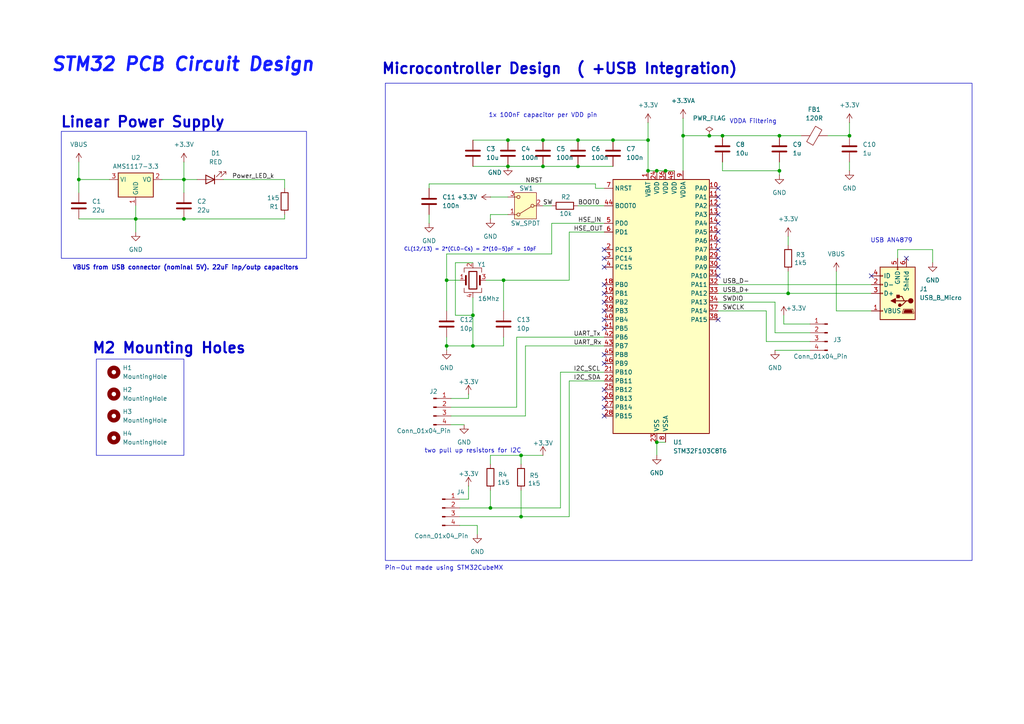
<source format=kicad_sch>
(kicad_sch
	(version 20231120)
	(generator "eeschema")
	(generator_version "8.0")
	(uuid "38ad7140-5d12-4642-9197-b12ee06e0ea3")
	(paper "A4")
	(title_block
		(title "STM32 Circuit Design")
		(date "2025-07-01")
		(rev "0.1")
		(company "OFIR BAR")
	)
	(lib_symbols
		(symbol "Connector:Conn_01x04_Pin"
			(pin_names
				(offset 1.016) hide)
			(exclude_from_sim no)
			(in_bom yes)
			(on_board yes)
			(property "Reference" "J"
				(at 0 5.08 0)
				(effects
					(font
						(size 1.27 1.27)
					)
				)
			)
			(property "Value" "Conn_01x04_Pin"
				(at 0 -7.62 0)
				(effects
					(font
						(size 1.27 1.27)
					)
				)
			)
			(property "Footprint" ""
				(at 0 0 0)
				(effects
					(font
						(size 1.27 1.27)
					)
					(hide yes)
				)
			)
			(property "Datasheet" "~"
				(at 0 0 0)
				(effects
					(font
						(size 1.27 1.27)
					)
					(hide yes)
				)
			)
			(property "Description" "Generic connector, single row, 01x04, script generated"
				(at 0 0 0)
				(effects
					(font
						(size 1.27 1.27)
					)
					(hide yes)
				)
			)
			(property "ki_locked" ""
				(at 0 0 0)
				(effects
					(font
						(size 1.27 1.27)
					)
				)
			)
			(property "ki_keywords" "connector"
				(at 0 0 0)
				(effects
					(font
						(size 1.27 1.27)
					)
					(hide yes)
				)
			)
			(property "ki_fp_filters" "Connector*:*_1x??_*"
				(at 0 0 0)
				(effects
					(font
						(size 1.27 1.27)
					)
					(hide yes)
				)
			)
			(symbol "Conn_01x04_Pin_1_1"
				(polyline
					(pts
						(xy 1.27 -5.08) (xy 0.8636 -5.08)
					)
					(stroke
						(width 0.1524)
						(type default)
					)
					(fill
						(type none)
					)
				)
				(polyline
					(pts
						(xy 1.27 -2.54) (xy 0.8636 -2.54)
					)
					(stroke
						(width 0.1524)
						(type default)
					)
					(fill
						(type none)
					)
				)
				(polyline
					(pts
						(xy 1.27 0) (xy 0.8636 0)
					)
					(stroke
						(width 0.1524)
						(type default)
					)
					(fill
						(type none)
					)
				)
				(polyline
					(pts
						(xy 1.27 2.54) (xy 0.8636 2.54)
					)
					(stroke
						(width 0.1524)
						(type default)
					)
					(fill
						(type none)
					)
				)
				(rectangle
					(start 0.8636 -4.953)
					(end 0 -5.207)
					(stroke
						(width 0.1524)
						(type default)
					)
					(fill
						(type outline)
					)
				)
				(rectangle
					(start 0.8636 -2.413)
					(end 0 -2.667)
					(stroke
						(width 0.1524)
						(type default)
					)
					(fill
						(type outline)
					)
				)
				(rectangle
					(start 0.8636 0.127)
					(end 0 -0.127)
					(stroke
						(width 0.1524)
						(type default)
					)
					(fill
						(type outline)
					)
				)
				(rectangle
					(start 0.8636 2.667)
					(end 0 2.413)
					(stroke
						(width 0.1524)
						(type default)
					)
					(fill
						(type outline)
					)
				)
				(pin passive line
					(at 5.08 2.54 180)
					(length 3.81)
					(name "Pin_1"
						(effects
							(font
								(size 1.27 1.27)
							)
						)
					)
					(number "1"
						(effects
							(font
								(size 1.27 1.27)
							)
						)
					)
				)
				(pin passive line
					(at 5.08 0 180)
					(length 3.81)
					(name "Pin_2"
						(effects
							(font
								(size 1.27 1.27)
							)
						)
					)
					(number "2"
						(effects
							(font
								(size 1.27 1.27)
							)
						)
					)
				)
				(pin passive line
					(at 5.08 -2.54 180)
					(length 3.81)
					(name "Pin_3"
						(effects
							(font
								(size 1.27 1.27)
							)
						)
					)
					(number "3"
						(effects
							(font
								(size 1.27 1.27)
							)
						)
					)
				)
				(pin passive line
					(at 5.08 -5.08 180)
					(length 3.81)
					(name "Pin_4"
						(effects
							(font
								(size 1.27 1.27)
							)
						)
					)
					(number "4"
						(effects
							(font
								(size 1.27 1.27)
							)
						)
					)
				)
			)
		)
		(symbol "Connector:USB_B_Micro"
			(pin_names
				(offset 1.016)
			)
			(exclude_from_sim no)
			(in_bom yes)
			(on_board yes)
			(property "Reference" "J"
				(at -5.08 11.43 0)
				(effects
					(font
						(size 1.27 1.27)
					)
					(justify left)
				)
			)
			(property "Value" "USB_B_Micro"
				(at -5.08 8.89 0)
				(effects
					(font
						(size 1.27 1.27)
					)
					(justify left)
				)
			)
			(property "Footprint" ""
				(at 3.81 -1.27 0)
				(effects
					(font
						(size 1.27 1.27)
					)
					(hide yes)
				)
			)
			(property "Datasheet" "~"
				(at 3.81 -1.27 0)
				(effects
					(font
						(size 1.27 1.27)
					)
					(hide yes)
				)
			)
			(property "Description" "USB Micro Type B connector"
				(at 0 0 0)
				(effects
					(font
						(size 1.27 1.27)
					)
					(hide yes)
				)
			)
			(property "ki_keywords" "connector USB micro"
				(at 0 0 0)
				(effects
					(font
						(size 1.27 1.27)
					)
					(hide yes)
				)
			)
			(property "ki_fp_filters" "USB*"
				(at 0 0 0)
				(effects
					(font
						(size 1.27 1.27)
					)
					(hide yes)
				)
			)
			(symbol "USB_B_Micro_0_1"
				(rectangle
					(start -5.08 -7.62)
					(end 5.08 7.62)
					(stroke
						(width 0.254)
						(type default)
					)
					(fill
						(type background)
					)
				)
				(circle
					(center -3.81 2.159)
					(radius 0.635)
					(stroke
						(width 0.254)
						(type default)
					)
					(fill
						(type outline)
					)
				)
				(circle
					(center -0.635 3.429)
					(radius 0.381)
					(stroke
						(width 0.254)
						(type default)
					)
					(fill
						(type outline)
					)
				)
				(rectangle
					(start -0.127 -7.62)
					(end 0.127 -6.858)
					(stroke
						(width 0)
						(type default)
					)
					(fill
						(type none)
					)
				)
				(polyline
					(pts
						(xy -1.905 2.159) (xy 0.635 2.159)
					)
					(stroke
						(width 0.254)
						(type default)
					)
					(fill
						(type none)
					)
				)
				(polyline
					(pts
						(xy -3.175 2.159) (xy -2.54 2.159) (xy -1.27 3.429) (xy -0.635 3.429)
					)
					(stroke
						(width 0.254)
						(type default)
					)
					(fill
						(type none)
					)
				)
				(polyline
					(pts
						(xy -2.54 2.159) (xy -1.905 2.159) (xy -1.27 0.889) (xy 0 0.889)
					)
					(stroke
						(width 0.254)
						(type default)
					)
					(fill
						(type none)
					)
				)
				(polyline
					(pts
						(xy 0.635 2.794) (xy 0.635 1.524) (xy 1.905 2.159) (xy 0.635 2.794)
					)
					(stroke
						(width 0.254)
						(type default)
					)
					(fill
						(type outline)
					)
				)
				(polyline
					(pts
						(xy -4.318 5.588) (xy -1.778 5.588) (xy -2.032 4.826) (xy -4.064 4.826) (xy -4.318 5.588)
					)
					(stroke
						(width 0)
						(type default)
					)
					(fill
						(type outline)
					)
				)
				(polyline
					(pts
						(xy -4.699 5.842) (xy -4.699 5.588) (xy -4.445 4.826) (xy -4.445 4.572) (xy -1.651 4.572) (xy -1.651 4.826)
						(xy -1.397 5.588) (xy -1.397 5.842) (xy -4.699 5.842)
					)
					(stroke
						(width 0)
						(type default)
					)
					(fill
						(type none)
					)
				)
				(rectangle
					(start 0.254 1.27)
					(end -0.508 0.508)
					(stroke
						(width 0.254)
						(type default)
					)
					(fill
						(type outline)
					)
				)
				(rectangle
					(start 5.08 -5.207)
					(end 4.318 -4.953)
					(stroke
						(width 0)
						(type default)
					)
					(fill
						(type none)
					)
				)
				(rectangle
					(start 5.08 -2.667)
					(end 4.318 -2.413)
					(stroke
						(width 0)
						(type default)
					)
					(fill
						(type none)
					)
				)
				(rectangle
					(start 5.08 -0.127)
					(end 4.318 0.127)
					(stroke
						(width 0)
						(type default)
					)
					(fill
						(type none)
					)
				)
				(rectangle
					(start 5.08 4.953)
					(end 4.318 5.207)
					(stroke
						(width 0)
						(type default)
					)
					(fill
						(type none)
					)
				)
			)
			(symbol "USB_B_Micro_1_1"
				(pin power_out line
					(at 7.62 5.08 180)
					(length 2.54)
					(name "VBUS"
						(effects
							(font
								(size 1.27 1.27)
							)
						)
					)
					(number "1"
						(effects
							(font
								(size 1.27 1.27)
							)
						)
					)
				)
				(pin bidirectional line
					(at 7.62 -2.54 180)
					(length 2.54)
					(name "D-"
						(effects
							(font
								(size 1.27 1.27)
							)
						)
					)
					(number "2"
						(effects
							(font
								(size 1.27 1.27)
							)
						)
					)
				)
				(pin bidirectional line
					(at 7.62 0 180)
					(length 2.54)
					(name "D+"
						(effects
							(font
								(size 1.27 1.27)
							)
						)
					)
					(number "3"
						(effects
							(font
								(size 1.27 1.27)
							)
						)
					)
				)
				(pin passive line
					(at 7.62 -5.08 180)
					(length 2.54)
					(name "ID"
						(effects
							(font
								(size 1.27 1.27)
							)
						)
					)
					(number "4"
						(effects
							(font
								(size 1.27 1.27)
							)
						)
					)
				)
				(pin power_out line
					(at 0 -10.16 90)
					(length 2.54)
					(name "GND"
						(effects
							(font
								(size 1.27 1.27)
							)
						)
					)
					(number "5"
						(effects
							(font
								(size 1.27 1.27)
							)
						)
					)
				)
				(pin passive line
					(at -2.54 -10.16 90)
					(length 2.54)
					(name "Shield"
						(effects
							(font
								(size 1.27 1.27)
							)
						)
					)
					(number "6"
						(effects
							(font
								(size 1.27 1.27)
							)
						)
					)
				)
			)
		)
		(symbol "Device:C"
			(pin_numbers hide)
			(pin_names
				(offset 0.254)
			)
			(exclude_from_sim no)
			(in_bom yes)
			(on_board yes)
			(property "Reference" "C"
				(at 0.635 2.54 0)
				(effects
					(font
						(size 1.27 1.27)
					)
					(justify left)
				)
			)
			(property "Value" "C"
				(at 0.635 -2.54 0)
				(effects
					(font
						(size 1.27 1.27)
					)
					(justify left)
				)
			)
			(property "Footprint" ""
				(at 0.9652 -3.81 0)
				(effects
					(font
						(size 1.27 1.27)
					)
					(hide yes)
				)
			)
			(property "Datasheet" "~"
				(at 0 0 0)
				(effects
					(font
						(size 1.27 1.27)
					)
					(hide yes)
				)
			)
			(property "Description" "Unpolarized capacitor"
				(at 0 0 0)
				(effects
					(font
						(size 1.27 1.27)
					)
					(hide yes)
				)
			)
			(property "ki_keywords" "cap capacitor"
				(at 0 0 0)
				(effects
					(font
						(size 1.27 1.27)
					)
					(hide yes)
				)
			)
			(property "ki_fp_filters" "C_*"
				(at 0 0 0)
				(effects
					(font
						(size 1.27 1.27)
					)
					(hide yes)
				)
			)
			(symbol "C_0_1"
				(polyline
					(pts
						(xy -2.032 -0.762) (xy 2.032 -0.762)
					)
					(stroke
						(width 0.508)
						(type default)
					)
					(fill
						(type none)
					)
				)
				(polyline
					(pts
						(xy -2.032 0.762) (xy 2.032 0.762)
					)
					(stroke
						(width 0.508)
						(type default)
					)
					(fill
						(type none)
					)
				)
			)
			(symbol "C_1_1"
				(pin passive line
					(at 0 3.81 270)
					(length 2.794)
					(name "~"
						(effects
							(font
								(size 1.27 1.27)
							)
						)
					)
					(number "1"
						(effects
							(font
								(size 1.27 1.27)
							)
						)
					)
				)
				(pin passive line
					(at 0 -3.81 90)
					(length 2.794)
					(name "~"
						(effects
							(font
								(size 1.27 1.27)
							)
						)
					)
					(number "2"
						(effects
							(font
								(size 1.27 1.27)
							)
						)
					)
				)
			)
		)
		(symbol "Device:Crystal_GND24"
			(pin_names
				(offset 1.016) hide)
			(exclude_from_sim no)
			(in_bom yes)
			(on_board yes)
			(property "Reference" "Y"
				(at 3.175 5.08 0)
				(effects
					(font
						(size 1.27 1.27)
					)
					(justify left)
				)
			)
			(property "Value" "Crystal_GND24"
				(at 3.175 3.175 0)
				(effects
					(font
						(size 1.27 1.27)
					)
					(justify left)
				)
			)
			(property "Footprint" ""
				(at 0 0 0)
				(effects
					(font
						(size 1.27 1.27)
					)
					(hide yes)
				)
			)
			(property "Datasheet" "~"
				(at 0 0 0)
				(effects
					(font
						(size 1.27 1.27)
					)
					(hide yes)
				)
			)
			(property "Description" "Four pin crystal, GND on pins 2 and 4"
				(at 0 0 0)
				(effects
					(font
						(size 1.27 1.27)
					)
					(hide yes)
				)
			)
			(property "ki_keywords" "quartz ceramic resonator oscillator"
				(at 0 0 0)
				(effects
					(font
						(size 1.27 1.27)
					)
					(hide yes)
				)
			)
			(property "ki_fp_filters" "Crystal*"
				(at 0 0 0)
				(effects
					(font
						(size 1.27 1.27)
					)
					(hide yes)
				)
			)
			(symbol "Crystal_GND24_0_1"
				(rectangle
					(start -1.143 2.54)
					(end 1.143 -2.54)
					(stroke
						(width 0.3048)
						(type default)
					)
					(fill
						(type none)
					)
				)
				(polyline
					(pts
						(xy -2.54 0) (xy -2.032 0)
					)
					(stroke
						(width 0)
						(type default)
					)
					(fill
						(type none)
					)
				)
				(polyline
					(pts
						(xy -2.032 -1.27) (xy -2.032 1.27)
					)
					(stroke
						(width 0.508)
						(type default)
					)
					(fill
						(type none)
					)
				)
				(polyline
					(pts
						(xy 0 -3.81) (xy 0 -3.556)
					)
					(stroke
						(width 0)
						(type default)
					)
					(fill
						(type none)
					)
				)
				(polyline
					(pts
						(xy 0 3.556) (xy 0 3.81)
					)
					(stroke
						(width 0)
						(type default)
					)
					(fill
						(type none)
					)
				)
				(polyline
					(pts
						(xy 2.032 -1.27) (xy 2.032 1.27)
					)
					(stroke
						(width 0.508)
						(type default)
					)
					(fill
						(type none)
					)
				)
				(polyline
					(pts
						(xy 2.032 0) (xy 2.54 0)
					)
					(stroke
						(width 0)
						(type default)
					)
					(fill
						(type none)
					)
				)
				(polyline
					(pts
						(xy -2.54 -2.286) (xy -2.54 -3.556) (xy 2.54 -3.556) (xy 2.54 -2.286)
					)
					(stroke
						(width 0)
						(type default)
					)
					(fill
						(type none)
					)
				)
				(polyline
					(pts
						(xy -2.54 2.286) (xy -2.54 3.556) (xy 2.54 3.556) (xy 2.54 2.286)
					)
					(stroke
						(width 0)
						(type default)
					)
					(fill
						(type none)
					)
				)
			)
			(symbol "Crystal_GND24_1_1"
				(pin passive line
					(at -3.81 0 0)
					(length 1.27)
					(name "1"
						(effects
							(font
								(size 1.27 1.27)
							)
						)
					)
					(number "1"
						(effects
							(font
								(size 1.27 1.27)
							)
						)
					)
				)
				(pin passive line
					(at 0 5.08 270)
					(length 1.27)
					(name "2"
						(effects
							(font
								(size 1.27 1.27)
							)
						)
					)
					(number "2"
						(effects
							(font
								(size 1.27 1.27)
							)
						)
					)
				)
				(pin passive line
					(at 3.81 0 180)
					(length 1.27)
					(name "3"
						(effects
							(font
								(size 1.27 1.27)
							)
						)
					)
					(number "3"
						(effects
							(font
								(size 1.27 1.27)
							)
						)
					)
				)
				(pin passive line
					(at 0 -5.08 90)
					(length 1.27)
					(name "4"
						(effects
							(font
								(size 1.27 1.27)
							)
						)
					)
					(number "4"
						(effects
							(font
								(size 1.27 1.27)
							)
						)
					)
				)
			)
		)
		(symbol "Device:FerriteBead"
			(pin_numbers hide)
			(pin_names
				(offset 0)
			)
			(exclude_from_sim no)
			(in_bom yes)
			(on_board yes)
			(property "Reference" "FB"
				(at -3.81 0.635 90)
				(effects
					(font
						(size 1.27 1.27)
					)
				)
			)
			(property "Value" "FerriteBead"
				(at 3.81 0 90)
				(effects
					(font
						(size 1.27 1.27)
					)
				)
			)
			(property "Footprint" ""
				(at -1.778 0 90)
				(effects
					(font
						(size 1.27 1.27)
					)
					(hide yes)
				)
			)
			(property "Datasheet" "~"
				(at 0 0 0)
				(effects
					(font
						(size 1.27 1.27)
					)
					(hide yes)
				)
			)
			(property "Description" "Ferrite bead"
				(at 0 0 0)
				(effects
					(font
						(size 1.27 1.27)
					)
					(hide yes)
				)
			)
			(property "ki_keywords" "L ferrite bead inductor filter"
				(at 0 0 0)
				(effects
					(font
						(size 1.27 1.27)
					)
					(hide yes)
				)
			)
			(property "ki_fp_filters" "Inductor_* L_* *Ferrite*"
				(at 0 0 0)
				(effects
					(font
						(size 1.27 1.27)
					)
					(hide yes)
				)
			)
			(symbol "FerriteBead_0_1"
				(polyline
					(pts
						(xy 0 -1.27) (xy 0 -1.2192)
					)
					(stroke
						(width 0)
						(type default)
					)
					(fill
						(type none)
					)
				)
				(polyline
					(pts
						(xy 0 1.27) (xy 0 1.2954)
					)
					(stroke
						(width 0)
						(type default)
					)
					(fill
						(type none)
					)
				)
				(polyline
					(pts
						(xy -2.7686 0.4064) (xy -1.7018 2.2606) (xy 2.7686 -0.3048) (xy 1.6764 -2.159) (xy -2.7686 0.4064)
					)
					(stroke
						(width 0)
						(type default)
					)
					(fill
						(type none)
					)
				)
			)
			(symbol "FerriteBead_1_1"
				(pin passive line
					(at 0 3.81 270)
					(length 2.54)
					(name "~"
						(effects
							(font
								(size 1.27 1.27)
							)
						)
					)
					(number "1"
						(effects
							(font
								(size 1.27 1.27)
							)
						)
					)
				)
				(pin passive line
					(at 0 -3.81 90)
					(length 2.54)
					(name "~"
						(effects
							(font
								(size 1.27 1.27)
							)
						)
					)
					(number "2"
						(effects
							(font
								(size 1.27 1.27)
							)
						)
					)
				)
			)
		)
		(symbol "Device:LED"
			(pin_numbers hide)
			(pin_names
				(offset 1.016) hide)
			(exclude_from_sim no)
			(in_bom yes)
			(on_board yes)
			(property "Reference" "D"
				(at 0 2.54 0)
				(effects
					(font
						(size 1.27 1.27)
					)
				)
			)
			(property "Value" "LED"
				(at 0 -2.54 0)
				(effects
					(font
						(size 1.27 1.27)
					)
				)
			)
			(property "Footprint" ""
				(at 0 0 0)
				(effects
					(font
						(size 1.27 1.27)
					)
					(hide yes)
				)
			)
			(property "Datasheet" "~"
				(at 0 0 0)
				(effects
					(font
						(size 1.27 1.27)
					)
					(hide yes)
				)
			)
			(property "Description" "Light emitting diode"
				(at 0 0 0)
				(effects
					(font
						(size 1.27 1.27)
					)
					(hide yes)
				)
			)
			(property "ki_keywords" "LED diode"
				(at 0 0 0)
				(effects
					(font
						(size 1.27 1.27)
					)
					(hide yes)
				)
			)
			(property "ki_fp_filters" "LED* LED_SMD:* LED_THT:*"
				(at 0 0 0)
				(effects
					(font
						(size 1.27 1.27)
					)
					(hide yes)
				)
			)
			(symbol "LED_0_1"
				(polyline
					(pts
						(xy -1.27 -1.27) (xy -1.27 1.27)
					)
					(stroke
						(width 0.254)
						(type default)
					)
					(fill
						(type none)
					)
				)
				(polyline
					(pts
						(xy -1.27 0) (xy 1.27 0)
					)
					(stroke
						(width 0)
						(type default)
					)
					(fill
						(type none)
					)
				)
				(polyline
					(pts
						(xy 1.27 -1.27) (xy 1.27 1.27) (xy -1.27 0) (xy 1.27 -1.27)
					)
					(stroke
						(width 0.254)
						(type default)
					)
					(fill
						(type none)
					)
				)
				(polyline
					(pts
						(xy -3.048 -0.762) (xy -4.572 -2.286) (xy -3.81 -2.286) (xy -4.572 -2.286) (xy -4.572 -1.524)
					)
					(stroke
						(width 0)
						(type default)
					)
					(fill
						(type none)
					)
				)
				(polyline
					(pts
						(xy -1.778 -0.762) (xy -3.302 -2.286) (xy -2.54 -2.286) (xy -3.302 -2.286) (xy -3.302 -1.524)
					)
					(stroke
						(width 0)
						(type default)
					)
					(fill
						(type none)
					)
				)
			)
			(symbol "LED_1_1"
				(pin passive line
					(at -3.81 0 0)
					(length 2.54)
					(name "K"
						(effects
							(font
								(size 1.27 1.27)
							)
						)
					)
					(number "1"
						(effects
							(font
								(size 1.27 1.27)
							)
						)
					)
				)
				(pin passive line
					(at 3.81 0 180)
					(length 2.54)
					(name "A"
						(effects
							(font
								(size 1.27 1.27)
							)
						)
					)
					(number "2"
						(effects
							(font
								(size 1.27 1.27)
							)
						)
					)
				)
			)
		)
		(symbol "Device:R"
			(pin_numbers hide)
			(pin_names
				(offset 0)
			)
			(exclude_from_sim no)
			(in_bom yes)
			(on_board yes)
			(property "Reference" "R"
				(at 2.032 0 90)
				(effects
					(font
						(size 1.27 1.27)
					)
				)
			)
			(property "Value" "R"
				(at 0 0 90)
				(effects
					(font
						(size 1.27 1.27)
					)
				)
			)
			(property "Footprint" ""
				(at -1.778 0 90)
				(effects
					(font
						(size 1.27 1.27)
					)
					(hide yes)
				)
			)
			(property "Datasheet" "~"
				(at 0 0 0)
				(effects
					(font
						(size 1.27 1.27)
					)
					(hide yes)
				)
			)
			(property "Description" "Resistor"
				(at 0 0 0)
				(effects
					(font
						(size 1.27 1.27)
					)
					(hide yes)
				)
			)
			(property "ki_keywords" "R res resistor"
				(at 0 0 0)
				(effects
					(font
						(size 1.27 1.27)
					)
					(hide yes)
				)
			)
			(property "ki_fp_filters" "R_*"
				(at 0 0 0)
				(effects
					(font
						(size 1.27 1.27)
					)
					(hide yes)
				)
			)
			(symbol "R_0_1"
				(rectangle
					(start -1.016 -2.54)
					(end 1.016 2.54)
					(stroke
						(width 0.254)
						(type default)
					)
					(fill
						(type none)
					)
				)
			)
			(symbol "R_1_1"
				(pin passive line
					(at 0 3.81 270)
					(length 1.27)
					(name "~"
						(effects
							(font
								(size 1.27 1.27)
							)
						)
					)
					(number "1"
						(effects
							(font
								(size 1.27 1.27)
							)
						)
					)
				)
				(pin passive line
					(at 0 -3.81 90)
					(length 1.27)
					(name "~"
						(effects
							(font
								(size 1.27 1.27)
							)
						)
					)
					(number "2"
						(effects
							(font
								(size 1.27 1.27)
							)
						)
					)
				)
			)
		)
		(symbol "MCU_ST_STM32F1:STM32F103C8Tx"
			(exclude_from_sim no)
			(in_bom yes)
			(on_board yes)
			(property "Reference" "U"
				(at -12.7 39.37 0)
				(effects
					(font
						(size 1.27 1.27)
					)
					(justify left)
				)
			)
			(property "Value" "STM32F103C8Tx"
				(at 10.16 39.37 0)
				(effects
					(font
						(size 1.27 1.27)
					)
					(justify left)
				)
			)
			(property "Footprint" "Package_QFP:LQFP-48_7x7mm_P0.5mm"
				(at -12.7 -35.56 0)
				(effects
					(font
						(size 1.27 1.27)
					)
					(justify right)
					(hide yes)
				)
			)
			(property "Datasheet" "https://www.st.com/resource/en/datasheet/stm32f103c8.pdf"
				(at 0 0 0)
				(effects
					(font
						(size 1.27 1.27)
					)
					(hide yes)
				)
			)
			(property "Description" "STMicroelectronics Arm Cortex-M3 MCU, 64KB flash, 20KB RAM, 72 MHz, 2.0-3.6V, 37 GPIO, LQFP48"
				(at 0 0 0)
				(effects
					(font
						(size 1.27 1.27)
					)
					(hide yes)
				)
			)
			(property "ki_locked" ""
				(at 0 0 0)
				(effects
					(font
						(size 1.27 1.27)
					)
				)
			)
			(property "ki_keywords" "Arm Cortex-M3 STM32F1 STM32F103"
				(at 0 0 0)
				(effects
					(font
						(size 1.27 1.27)
					)
					(hide yes)
				)
			)
			(property "ki_fp_filters" "LQFP*7x7mm*P0.5mm*"
				(at 0 0 0)
				(effects
					(font
						(size 1.27 1.27)
					)
					(hide yes)
				)
			)
			(symbol "STM32F103C8Tx_0_1"
				(rectangle
					(start -12.7 -35.56)
					(end 15.24 38.1)
					(stroke
						(width 0.254)
						(type default)
					)
					(fill
						(type background)
					)
				)
			)
			(symbol "STM32F103C8Tx_1_1"
				(pin power_in line
					(at -2.54 40.64 270)
					(length 2.54)
					(name "VBAT"
						(effects
							(font
								(size 1.27 1.27)
							)
						)
					)
					(number "1"
						(effects
							(font
								(size 1.27 1.27)
							)
						)
					)
				)
				(pin bidirectional line
					(at 17.78 35.56 180)
					(length 2.54)
					(name "PA0"
						(effects
							(font
								(size 1.27 1.27)
							)
						)
					)
					(number "10"
						(effects
							(font
								(size 1.27 1.27)
							)
						)
					)
					(alternate "ADC1_IN0" bidirectional line)
					(alternate "ADC2_IN0" bidirectional line)
					(alternate "SYS_WKUP" bidirectional line)
					(alternate "TIM2_CH1" bidirectional line)
					(alternate "TIM2_ETR" bidirectional line)
					(alternate "USART2_CTS" bidirectional line)
				)
				(pin bidirectional line
					(at 17.78 33.02 180)
					(length 2.54)
					(name "PA1"
						(effects
							(font
								(size 1.27 1.27)
							)
						)
					)
					(number "11"
						(effects
							(font
								(size 1.27 1.27)
							)
						)
					)
					(alternate "ADC1_IN1" bidirectional line)
					(alternate "ADC2_IN1" bidirectional line)
					(alternate "TIM2_CH2" bidirectional line)
					(alternate "USART2_RTS" bidirectional line)
				)
				(pin bidirectional line
					(at 17.78 30.48 180)
					(length 2.54)
					(name "PA2"
						(effects
							(font
								(size 1.27 1.27)
							)
						)
					)
					(number "12"
						(effects
							(font
								(size 1.27 1.27)
							)
						)
					)
					(alternate "ADC1_IN2" bidirectional line)
					(alternate "ADC2_IN2" bidirectional line)
					(alternate "TIM2_CH3" bidirectional line)
					(alternate "USART2_TX" bidirectional line)
				)
				(pin bidirectional line
					(at 17.78 27.94 180)
					(length 2.54)
					(name "PA3"
						(effects
							(font
								(size 1.27 1.27)
							)
						)
					)
					(number "13"
						(effects
							(font
								(size 1.27 1.27)
							)
						)
					)
					(alternate "ADC1_IN3" bidirectional line)
					(alternate "ADC2_IN3" bidirectional line)
					(alternate "TIM2_CH4" bidirectional line)
					(alternate "USART2_RX" bidirectional line)
				)
				(pin bidirectional line
					(at 17.78 25.4 180)
					(length 2.54)
					(name "PA4"
						(effects
							(font
								(size 1.27 1.27)
							)
						)
					)
					(number "14"
						(effects
							(font
								(size 1.27 1.27)
							)
						)
					)
					(alternate "ADC1_IN4" bidirectional line)
					(alternate "ADC2_IN4" bidirectional line)
					(alternate "SPI1_NSS" bidirectional line)
					(alternate "USART2_CK" bidirectional line)
				)
				(pin bidirectional line
					(at 17.78 22.86 180)
					(length 2.54)
					(name "PA5"
						(effects
							(font
								(size 1.27 1.27)
							)
						)
					)
					(number "15"
						(effects
							(font
								(size 1.27 1.27)
							)
						)
					)
					(alternate "ADC1_IN5" bidirectional line)
					(alternate "ADC2_IN5" bidirectional line)
					(alternate "SPI1_SCK" bidirectional line)
				)
				(pin bidirectional line
					(at 17.78 20.32 180)
					(length 2.54)
					(name "PA6"
						(effects
							(font
								(size 1.27 1.27)
							)
						)
					)
					(number "16"
						(effects
							(font
								(size 1.27 1.27)
							)
						)
					)
					(alternate "ADC1_IN6" bidirectional line)
					(alternate "ADC2_IN6" bidirectional line)
					(alternate "SPI1_MISO" bidirectional line)
					(alternate "TIM1_BKIN" bidirectional line)
					(alternate "TIM3_CH1" bidirectional line)
				)
				(pin bidirectional line
					(at 17.78 17.78 180)
					(length 2.54)
					(name "PA7"
						(effects
							(font
								(size 1.27 1.27)
							)
						)
					)
					(number "17"
						(effects
							(font
								(size 1.27 1.27)
							)
						)
					)
					(alternate "ADC1_IN7" bidirectional line)
					(alternate "ADC2_IN7" bidirectional line)
					(alternate "SPI1_MOSI" bidirectional line)
					(alternate "TIM1_CH1N" bidirectional line)
					(alternate "TIM3_CH2" bidirectional line)
				)
				(pin bidirectional line
					(at -15.24 7.62 0)
					(length 2.54)
					(name "PB0"
						(effects
							(font
								(size 1.27 1.27)
							)
						)
					)
					(number "18"
						(effects
							(font
								(size 1.27 1.27)
							)
						)
					)
					(alternate "ADC1_IN8" bidirectional line)
					(alternate "ADC2_IN8" bidirectional line)
					(alternate "TIM1_CH2N" bidirectional line)
					(alternate "TIM3_CH3" bidirectional line)
				)
				(pin bidirectional line
					(at -15.24 5.08 0)
					(length 2.54)
					(name "PB1"
						(effects
							(font
								(size 1.27 1.27)
							)
						)
					)
					(number "19"
						(effects
							(font
								(size 1.27 1.27)
							)
						)
					)
					(alternate "ADC1_IN9" bidirectional line)
					(alternate "ADC2_IN9" bidirectional line)
					(alternate "TIM1_CH3N" bidirectional line)
					(alternate "TIM3_CH4" bidirectional line)
				)
				(pin bidirectional line
					(at -15.24 17.78 0)
					(length 2.54)
					(name "PC13"
						(effects
							(font
								(size 1.27 1.27)
							)
						)
					)
					(number "2"
						(effects
							(font
								(size 1.27 1.27)
							)
						)
					)
					(alternate "RTC_OUT" bidirectional line)
					(alternate "RTC_TAMPER" bidirectional line)
				)
				(pin bidirectional line
					(at -15.24 2.54 0)
					(length 2.54)
					(name "PB2"
						(effects
							(font
								(size 1.27 1.27)
							)
						)
					)
					(number "20"
						(effects
							(font
								(size 1.27 1.27)
							)
						)
					)
				)
				(pin bidirectional line
					(at -15.24 -17.78 0)
					(length 2.54)
					(name "PB10"
						(effects
							(font
								(size 1.27 1.27)
							)
						)
					)
					(number "21"
						(effects
							(font
								(size 1.27 1.27)
							)
						)
					)
					(alternate "I2C2_SCL" bidirectional line)
					(alternate "TIM2_CH3" bidirectional line)
					(alternate "USART3_TX" bidirectional line)
				)
				(pin bidirectional line
					(at -15.24 -20.32 0)
					(length 2.54)
					(name "PB11"
						(effects
							(font
								(size 1.27 1.27)
							)
						)
					)
					(number "22"
						(effects
							(font
								(size 1.27 1.27)
							)
						)
					)
					(alternate "ADC1_EXTI11" bidirectional line)
					(alternate "ADC2_EXTI11" bidirectional line)
					(alternate "I2C2_SDA" bidirectional line)
					(alternate "TIM2_CH4" bidirectional line)
					(alternate "USART3_RX" bidirectional line)
				)
				(pin power_in line
					(at 0 -38.1 90)
					(length 2.54)
					(name "VSS"
						(effects
							(font
								(size 1.27 1.27)
							)
						)
					)
					(number "23"
						(effects
							(font
								(size 1.27 1.27)
							)
						)
					)
				)
				(pin power_in line
					(at 0 40.64 270)
					(length 2.54)
					(name "VDD"
						(effects
							(font
								(size 1.27 1.27)
							)
						)
					)
					(number "24"
						(effects
							(font
								(size 1.27 1.27)
							)
						)
					)
				)
				(pin bidirectional line
					(at -15.24 -22.86 0)
					(length 2.54)
					(name "PB12"
						(effects
							(font
								(size 1.27 1.27)
							)
						)
					)
					(number "25"
						(effects
							(font
								(size 1.27 1.27)
							)
						)
					)
					(alternate "I2C2_SMBA" bidirectional line)
					(alternate "SPI2_NSS" bidirectional line)
					(alternate "TIM1_BKIN" bidirectional line)
					(alternate "USART3_CK" bidirectional line)
				)
				(pin bidirectional line
					(at -15.24 -25.4 0)
					(length 2.54)
					(name "PB13"
						(effects
							(font
								(size 1.27 1.27)
							)
						)
					)
					(number "26"
						(effects
							(font
								(size 1.27 1.27)
							)
						)
					)
					(alternate "SPI2_SCK" bidirectional line)
					(alternate "TIM1_CH1N" bidirectional line)
					(alternate "USART3_CTS" bidirectional line)
				)
				(pin bidirectional line
					(at -15.24 -27.94 0)
					(length 2.54)
					(name "PB14"
						(effects
							(font
								(size 1.27 1.27)
							)
						)
					)
					(number "27"
						(effects
							(font
								(size 1.27 1.27)
							)
						)
					)
					(alternate "SPI2_MISO" bidirectional line)
					(alternate "TIM1_CH2N" bidirectional line)
					(alternate "USART3_RTS" bidirectional line)
				)
				(pin bidirectional line
					(at -15.24 -30.48 0)
					(length 2.54)
					(name "PB15"
						(effects
							(font
								(size 1.27 1.27)
							)
						)
					)
					(number "28"
						(effects
							(font
								(size 1.27 1.27)
							)
						)
					)
					(alternate "ADC1_EXTI15" bidirectional line)
					(alternate "ADC2_EXTI15" bidirectional line)
					(alternate "SPI2_MOSI" bidirectional line)
					(alternate "TIM1_CH3N" bidirectional line)
				)
				(pin bidirectional line
					(at 17.78 15.24 180)
					(length 2.54)
					(name "PA8"
						(effects
							(font
								(size 1.27 1.27)
							)
						)
					)
					(number "29"
						(effects
							(font
								(size 1.27 1.27)
							)
						)
					)
					(alternate "RCC_MCO" bidirectional line)
					(alternate "TIM1_CH1" bidirectional line)
					(alternate "USART1_CK" bidirectional line)
				)
				(pin bidirectional line
					(at -15.24 15.24 0)
					(length 2.54)
					(name "PC14"
						(effects
							(font
								(size 1.27 1.27)
							)
						)
					)
					(number "3"
						(effects
							(font
								(size 1.27 1.27)
							)
						)
					)
					(alternate "RCC_OSC32_IN" bidirectional line)
				)
				(pin bidirectional line
					(at 17.78 12.7 180)
					(length 2.54)
					(name "PA9"
						(effects
							(font
								(size 1.27 1.27)
							)
						)
					)
					(number "30"
						(effects
							(font
								(size 1.27 1.27)
							)
						)
					)
					(alternate "TIM1_CH2" bidirectional line)
					(alternate "USART1_TX" bidirectional line)
				)
				(pin bidirectional line
					(at 17.78 10.16 180)
					(length 2.54)
					(name "PA10"
						(effects
							(font
								(size 1.27 1.27)
							)
						)
					)
					(number "31"
						(effects
							(font
								(size 1.27 1.27)
							)
						)
					)
					(alternate "TIM1_CH3" bidirectional line)
					(alternate "USART1_RX" bidirectional line)
				)
				(pin bidirectional line
					(at 17.78 7.62 180)
					(length 2.54)
					(name "PA11"
						(effects
							(font
								(size 1.27 1.27)
							)
						)
					)
					(number "32"
						(effects
							(font
								(size 1.27 1.27)
							)
						)
					)
					(alternate "ADC1_EXTI11" bidirectional line)
					(alternate "ADC2_EXTI11" bidirectional line)
					(alternate "CAN_RX" bidirectional line)
					(alternate "TIM1_CH4" bidirectional line)
					(alternate "USART1_CTS" bidirectional line)
					(alternate "USB_DM" bidirectional line)
				)
				(pin bidirectional line
					(at 17.78 5.08 180)
					(length 2.54)
					(name "PA12"
						(effects
							(font
								(size 1.27 1.27)
							)
						)
					)
					(number "33"
						(effects
							(font
								(size 1.27 1.27)
							)
						)
					)
					(alternate "CAN_TX" bidirectional line)
					(alternate "TIM1_ETR" bidirectional line)
					(alternate "USART1_RTS" bidirectional line)
					(alternate "USB_DP" bidirectional line)
				)
				(pin bidirectional line
					(at 17.78 2.54 180)
					(length 2.54)
					(name "PA13"
						(effects
							(font
								(size 1.27 1.27)
							)
						)
					)
					(number "34"
						(effects
							(font
								(size 1.27 1.27)
							)
						)
					)
					(alternate "SYS_JTMS-SWDIO" bidirectional line)
				)
				(pin passive line
					(at 0 -38.1 90)
					(length 2.54) hide
					(name "VSS"
						(effects
							(font
								(size 1.27 1.27)
							)
						)
					)
					(number "35"
						(effects
							(font
								(size 1.27 1.27)
							)
						)
					)
				)
				(pin power_in line
					(at 2.54 40.64 270)
					(length 2.54)
					(name "VDD"
						(effects
							(font
								(size 1.27 1.27)
							)
						)
					)
					(number "36"
						(effects
							(font
								(size 1.27 1.27)
							)
						)
					)
				)
				(pin bidirectional line
					(at 17.78 0 180)
					(length 2.54)
					(name "PA14"
						(effects
							(font
								(size 1.27 1.27)
							)
						)
					)
					(number "37"
						(effects
							(font
								(size 1.27 1.27)
							)
						)
					)
					(alternate "SYS_JTCK-SWCLK" bidirectional line)
				)
				(pin bidirectional line
					(at 17.78 -2.54 180)
					(length 2.54)
					(name "PA15"
						(effects
							(font
								(size 1.27 1.27)
							)
						)
					)
					(number "38"
						(effects
							(font
								(size 1.27 1.27)
							)
						)
					)
					(alternate "ADC1_EXTI15" bidirectional line)
					(alternate "ADC2_EXTI15" bidirectional line)
					(alternate "SPI1_NSS" bidirectional line)
					(alternate "SYS_JTDI" bidirectional line)
					(alternate "TIM2_CH1" bidirectional line)
					(alternate "TIM2_ETR" bidirectional line)
				)
				(pin bidirectional line
					(at -15.24 0 0)
					(length 2.54)
					(name "PB3"
						(effects
							(font
								(size 1.27 1.27)
							)
						)
					)
					(number "39"
						(effects
							(font
								(size 1.27 1.27)
							)
						)
					)
					(alternate "SPI1_SCK" bidirectional line)
					(alternate "SYS_JTDO-TRACESWO" bidirectional line)
					(alternate "TIM2_CH2" bidirectional line)
				)
				(pin bidirectional line
					(at -15.24 12.7 0)
					(length 2.54)
					(name "PC15"
						(effects
							(font
								(size 1.27 1.27)
							)
						)
					)
					(number "4"
						(effects
							(font
								(size 1.27 1.27)
							)
						)
					)
					(alternate "ADC1_EXTI15" bidirectional line)
					(alternate "ADC2_EXTI15" bidirectional line)
					(alternate "RCC_OSC32_OUT" bidirectional line)
				)
				(pin bidirectional line
					(at -15.24 -2.54 0)
					(length 2.54)
					(name "PB4"
						(effects
							(font
								(size 1.27 1.27)
							)
						)
					)
					(number "40"
						(effects
							(font
								(size 1.27 1.27)
							)
						)
					)
					(alternate "SPI1_MISO" bidirectional line)
					(alternate "SYS_NJTRST" bidirectional line)
					(alternate "TIM3_CH1" bidirectional line)
				)
				(pin bidirectional line
					(at -15.24 -5.08 0)
					(length 2.54)
					(name "PB5"
						(effects
							(font
								(size 1.27 1.27)
							)
						)
					)
					(number "41"
						(effects
							(font
								(size 1.27 1.27)
							)
						)
					)
					(alternate "I2C1_SMBA" bidirectional line)
					(alternate "SPI1_MOSI" bidirectional line)
					(alternate "TIM3_CH2" bidirectional line)
				)
				(pin bidirectional line
					(at -15.24 -7.62 0)
					(length 2.54)
					(name "PB6"
						(effects
							(font
								(size 1.27 1.27)
							)
						)
					)
					(number "42"
						(effects
							(font
								(size 1.27 1.27)
							)
						)
					)
					(alternate "I2C1_SCL" bidirectional line)
					(alternate "TIM4_CH1" bidirectional line)
					(alternate "USART1_TX" bidirectional line)
				)
				(pin bidirectional line
					(at -15.24 -10.16 0)
					(length 2.54)
					(name "PB7"
						(effects
							(font
								(size 1.27 1.27)
							)
						)
					)
					(number "43"
						(effects
							(font
								(size 1.27 1.27)
							)
						)
					)
					(alternate "I2C1_SDA" bidirectional line)
					(alternate "TIM4_CH2" bidirectional line)
					(alternate "USART1_RX" bidirectional line)
				)
				(pin input line
					(at -15.24 30.48 0)
					(length 2.54)
					(name "BOOT0"
						(effects
							(font
								(size 1.27 1.27)
							)
						)
					)
					(number "44"
						(effects
							(font
								(size 1.27 1.27)
							)
						)
					)
				)
				(pin bidirectional line
					(at -15.24 -12.7 0)
					(length 2.54)
					(name "PB8"
						(effects
							(font
								(size 1.27 1.27)
							)
						)
					)
					(number "45"
						(effects
							(font
								(size 1.27 1.27)
							)
						)
					)
					(alternate "CAN_RX" bidirectional line)
					(alternate "I2C1_SCL" bidirectional line)
					(alternate "TIM4_CH3" bidirectional line)
				)
				(pin bidirectional line
					(at -15.24 -15.24 0)
					(length 2.54)
					(name "PB9"
						(effects
							(font
								(size 1.27 1.27)
							)
						)
					)
					(number "46"
						(effects
							(font
								(size 1.27 1.27)
							)
						)
					)
					(alternate "CAN_TX" bidirectional line)
					(alternate "I2C1_SDA" bidirectional line)
					(alternate "TIM4_CH4" bidirectional line)
				)
				(pin passive line
					(at 0 -38.1 90)
					(length 2.54) hide
					(name "VSS"
						(effects
							(font
								(size 1.27 1.27)
							)
						)
					)
					(number "47"
						(effects
							(font
								(size 1.27 1.27)
							)
						)
					)
				)
				(pin power_in line
					(at 5.08 40.64 270)
					(length 2.54)
					(name "VDD"
						(effects
							(font
								(size 1.27 1.27)
							)
						)
					)
					(number "48"
						(effects
							(font
								(size 1.27 1.27)
							)
						)
					)
				)
				(pin bidirectional line
					(at -15.24 25.4 0)
					(length 2.54)
					(name "PD0"
						(effects
							(font
								(size 1.27 1.27)
							)
						)
					)
					(number "5"
						(effects
							(font
								(size 1.27 1.27)
							)
						)
					)
					(alternate "RCC_OSC_IN" bidirectional line)
				)
				(pin bidirectional line
					(at -15.24 22.86 0)
					(length 2.54)
					(name "PD1"
						(effects
							(font
								(size 1.27 1.27)
							)
						)
					)
					(number "6"
						(effects
							(font
								(size 1.27 1.27)
							)
						)
					)
					(alternate "RCC_OSC_OUT" bidirectional line)
				)
				(pin input line
					(at -15.24 35.56 0)
					(length 2.54)
					(name "NRST"
						(effects
							(font
								(size 1.27 1.27)
							)
						)
					)
					(number "7"
						(effects
							(font
								(size 1.27 1.27)
							)
						)
					)
				)
				(pin power_in line
					(at 2.54 -38.1 90)
					(length 2.54)
					(name "VSSA"
						(effects
							(font
								(size 1.27 1.27)
							)
						)
					)
					(number "8"
						(effects
							(font
								(size 1.27 1.27)
							)
						)
					)
				)
				(pin power_in line
					(at 7.62 40.64 270)
					(length 2.54)
					(name "VDDA"
						(effects
							(font
								(size 1.27 1.27)
							)
						)
					)
					(number "9"
						(effects
							(font
								(size 1.27 1.27)
							)
						)
					)
				)
			)
		)
		(symbol "Mechanical:MountingHole"
			(pin_names
				(offset 1.016)
			)
			(exclude_from_sim yes)
			(in_bom no)
			(on_board yes)
			(property "Reference" "H"
				(at 0 5.08 0)
				(effects
					(font
						(size 1.27 1.27)
					)
				)
			)
			(property "Value" "MountingHole"
				(at 0 3.175 0)
				(effects
					(font
						(size 1.27 1.27)
					)
				)
			)
			(property "Footprint" ""
				(at 0 0 0)
				(effects
					(font
						(size 1.27 1.27)
					)
					(hide yes)
				)
			)
			(property "Datasheet" "~"
				(at 0 0 0)
				(effects
					(font
						(size 1.27 1.27)
					)
					(hide yes)
				)
			)
			(property "Description" "Mounting Hole without connection"
				(at 0 0 0)
				(effects
					(font
						(size 1.27 1.27)
					)
					(hide yes)
				)
			)
			(property "ki_keywords" "mounting hole"
				(at 0 0 0)
				(effects
					(font
						(size 1.27 1.27)
					)
					(hide yes)
				)
			)
			(property "ki_fp_filters" "MountingHole*"
				(at 0 0 0)
				(effects
					(font
						(size 1.27 1.27)
					)
					(hide yes)
				)
			)
			(symbol "MountingHole_0_1"
				(circle
					(center 0 0)
					(radius 1.27)
					(stroke
						(width 1.27)
						(type default)
					)
					(fill
						(type none)
					)
				)
			)
		)
		(symbol "Regulator_Linear:AMS1117-3.3"
			(exclude_from_sim no)
			(in_bom yes)
			(on_board yes)
			(property "Reference" "U"
				(at -3.81 3.175 0)
				(effects
					(font
						(size 1.27 1.27)
					)
				)
			)
			(property "Value" "AMS1117-3.3"
				(at 0 3.175 0)
				(effects
					(font
						(size 1.27 1.27)
					)
					(justify left)
				)
			)
			(property "Footprint" "Package_TO_SOT_SMD:SOT-223-3_TabPin2"
				(at 0 5.08 0)
				(effects
					(font
						(size 1.27 1.27)
					)
					(hide yes)
				)
			)
			(property "Datasheet" "http://www.advanced-monolithic.com/pdf/ds1117.pdf"
				(at 2.54 -6.35 0)
				(effects
					(font
						(size 1.27 1.27)
					)
					(hide yes)
				)
			)
			(property "Description" "1A Low Dropout regulator, positive, 3.3V fixed output, SOT-223"
				(at 0 0 0)
				(effects
					(font
						(size 1.27 1.27)
					)
					(hide yes)
				)
			)
			(property "ki_keywords" "linear regulator ldo fixed positive"
				(at 0 0 0)
				(effects
					(font
						(size 1.27 1.27)
					)
					(hide yes)
				)
			)
			(property "ki_fp_filters" "SOT?223*TabPin2*"
				(at 0 0 0)
				(effects
					(font
						(size 1.27 1.27)
					)
					(hide yes)
				)
			)
			(symbol "AMS1117-3.3_0_1"
				(rectangle
					(start -5.08 -5.08)
					(end 5.08 1.905)
					(stroke
						(width 0.254)
						(type default)
					)
					(fill
						(type background)
					)
				)
			)
			(symbol "AMS1117-3.3_1_1"
				(pin power_in line
					(at 0 -7.62 90)
					(length 2.54)
					(name "GND"
						(effects
							(font
								(size 1.27 1.27)
							)
						)
					)
					(number "1"
						(effects
							(font
								(size 1.27 1.27)
							)
						)
					)
				)
				(pin power_out line
					(at 7.62 0 180)
					(length 2.54)
					(name "VO"
						(effects
							(font
								(size 1.27 1.27)
							)
						)
					)
					(number "2"
						(effects
							(font
								(size 1.27 1.27)
							)
						)
					)
				)
				(pin power_in line
					(at -7.62 0 0)
					(length 2.54)
					(name "VI"
						(effects
							(font
								(size 1.27 1.27)
							)
						)
					)
					(number "3"
						(effects
							(font
								(size 1.27 1.27)
							)
						)
					)
				)
			)
		)
		(symbol "Switch:SW_SPDT"
			(pin_names
				(offset 0) hide)
			(exclude_from_sim no)
			(in_bom yes)
			(on_board yes)
			(property "Reference" "SW"
				(at 0 5.08 0)
				(effects
					(font
						(size 1.27 1.27)
					)
				)
			)
			(property "Value" "SW_SPDT"
				(at 0 -5.08 0)
				(effects
					(font
						(size 1.27 1.27)
					)
				)
			)
			(property "Footprint" ""
				(at 0 0 0)
				(effects
					(font
						(size 1.27 1.27)
					)
					(hide yes)
				)
			)
			(property "Datasheet" "~"
				(at 0 -7.62 0)
				(effects
					(font
						(size 1.27 1.27)
					)
					(hide yes)
				)
			)
			(property "Description" "Switch, single pole double throw"
				(at 0 0 0)
				(effects
					(font
						(size 1.27 1.27)
					)
					(hide yes)
				)
			)
			(property "ki_keywords" "switch single-pole double-throw spdt ON-ON"
				(at 0 0 0)
				(effects
					(font
						(size 1.27 1.27)
					)
					(hide yes)
				)
			)
			(symbol "SW_SPDT_0_1"
				(circle
					(center -2.032 0)
					(radius 0.4572)
					(stroke
						(width 0)
						(type default)
					)
					(fill
						(type none)
					)
				)
				(polyline
					(pts
						(xy -1.651 0.254) (xy 1.651 2.286)
					)
					(stroke
						(width 0)
						(type default)
					)
					(fill
						(type none)
					)
				)
				(circle
					(center 2.032 -2.54)
					(radius 0.4572)
					(stroke
						(width 0)
						(type default)
					)
					(fill
						(type none)
					)
				)
				(circle
					(center 2.032 2.54)
					(radius 0.4572)
					(stroke
						(width 0)
						(type default)
					)
					(fill
						(type none)
					)
				)
			)
			(symbol "SW_SPDT_1_1"
				(rectangle
					(start -3.175 3.81)
					(end 3.175 -3.81)
					(stroke
						(width 0)
						(type default)
					)
					(fill
						(type background)
					)
				)
				(pin passive line
					(at 5.08 2.54 180)
					(length 2.54)
					(name "A"
						(effects
							(font
								(size 1.27 1.27)
							)
						)
					)
					(number "1"
						(effects
							(font
								(size 1.27 1.27)
							)
						)
					)
				)
				(pin passive line
					(at -5.08 0 0)
					(length 2.54)
					(name "B"
						(effects
							(font
								(size 1.27 1.27)
							)
						)
					)
					(number "2"
						(effects
							(font
								(size 1.27 1.27)
							)
						)
					)
				)
				(pin passive line
					(at 5.08 -2.54 180)
					(length 2.54)
					(name "C"
						(effects
							(font
								(size 1.27 1.27)
							)
						)
					)
					(number "3"
						(effects
							(font
								(size 1.27 1.27)
							)
						)
					)
				)
			)
		)
		(symbol "power:+3.3V"
			(power)
			(pin_numbers hide)
			(pin_names
				(offset 0) hide)
			(exclude_from_sim no)
			(in_bom yes)
			(on_board yes)
			(property "Reference" "#PWR"
				(at 0 -3.81 0)
				(effects
					(font
						(size 1.27 1.27)
					)
					(hide yes)
				)
			)
			(property "Value" "+3.3V"
				(at 0 3.556 0)
				(effects
					(font
						(size 1.27 1.27)
					)
				)
			)
			(property "Footprint" ""
				(at 0 0 0)
				(effects
					(font
						(size 1.27 1.27)
					)
					(hide yes)
				)
			)
			(property "Datasheet" ""
				(at 0 0 0)
				(effects
					(font
						(size 1.27 1.27)
					)
					(hide yes)
				)
			)
			(property "Description" "Power symbol creates a global label with name \"+3.3V\""
				(at 0 0 0)
				(effects
					(font
						(size 1.27 1.27)
					)
					(hide yes)
				)
			)
			(property "ki_keywords" "global power"
				(at 0 0 0)
				(effects
					(font
						(size 1.27 1.27)
					)
					(hide yes)
				)
			)
			(symbol "+3.3V_0_1"
				(polyline
					(pts
						(xy -0.762 1.27) (xy 0 2.54)
					)
					(stroke
						(width 0)
						(type default)
					)
					(fill
						(type none)
					)
				)
				(polyline
					(pts
						(xy 0 0) (xy 0 2.54)
					)
					(stroke
						(width 0)
						(type default)
					)
					(fill
						(type none)
					)
				)
				(polyline
					(pts
						(xy 0 2.54) (xy 0.762 1.27)
					)
					(stroke
						(width 0)
						(type default)
					)
					(fill
						(type none)
					)
				)
			)
			(symbol "+3.3V_1_1"
				(pin power_in line
					(at 0 0 90)
					(length 0)
					(name "~"
						(effects
							(font
								(size 1.27 1.27)
							)
						)
					)
					(number "1"
						(effects
							(font
								(size 1.27 1.27)
							)
						)
					)
				)
			)
		)
		(symbol "power:+3.3VA"
			(power)
			(pin_numbers hide)
			(pin_names
				(offset 0) hide)
			(exclude_from_sim no)
			(in_bom yes)
			(on_board yes)
			(property "Reference" "#PWR"
				(at 0 -3.81 0)
				(effects
					(font
						(size 1.27 1.27)
					)
					(hide yes)
				)
			)
			(property "Value" "+3.3VA"
				(at 0 3.556 0)
				(effects
					(font
						(size 1.27 1.27)
					)
				)
			)
			(property "Footprint" ""
				(at 0 0 0)
				(effects
					(font
						(size 1.27 1.27)
					)
					(hide yes)
				)
			)
			(property "Datasheet" ""
				(at 0 0 0)
				(effects
					(font
						(size 1.27 1.27)
					)
					(hide yes)
				)
			)
			(property "Description" "Power symbol creates a global label with name \"+3.3VA\""
				(at 0 0 0)
				(effects
					(font
						(size 1.27 1.27)
					)
					(hide yes)
				)
			)
			(property "ki_keywords" "global power"
				(at 0 0 0)
				(effects
					(font
						(size 1.27 1.27)
					)
					(hide yes)
				)
			)
			(symbol "+3.3VA_0_1"
				(polyline
					(pts
						(xy -0.762 1.27) (xy 0 2.54)
					)
					(stroke
						(width 0)
						(type default)
					)
					(fill
						(type none)
					)
				)
				(polyline
					(pts
						(xy 0 0) (xy 0 2.54)
					)
					(stroke
						(width 0)
						(type default)
					)
					(fill
						(type none)
					)
				)
				(polyline
					(pts
						(xy 0 2.54) (xy 0.762 1.27)
					)
					(stroke
						(width 0)
						(type default)
					)
					(fill
						(type none)
					)
				)
			)
			(symbol "+3.3VA_1_1"
				(pin power_in line
					(at 0 0 90)
					(length 0)
					(name "~"
						(effects
							(font
								(size 1.27 1.27)
							)
						)
					)
					(number "1"
						(effects
							(font
								(size 1.27 1.27)
							)
						)
					)
				)
			)
		)
		(symbol "power:GND"
			(power)
			(pin_numbers hide)
			(pin_names
				(offset 0) hide)
			(exclude_from_sim no)
			(in_bom yes)
			(on_board yes)
			(property "Reference" "#PWR"
				(at 0 -6.35 0)
				(effects
					(font
						(size 1.27 1.27)
					)
					(hide yes)
				)
			)
			(property "Value" "GND"
				(at 0 -3.81 0)
				(effects
					(font
						(size 1.27 1.27)
					)
				)
			)
			(property "Footprint" ""
				(at 0 0 0)
				(effects
					(font
						(size 1.27 1.27)
					)
					(hide yes)
				)
			)
			(property "Datasheet" ""
				(at 0 0 0)
				(effects
					(font
						(size 1.27 1.27)
					)
					(hide yes)
				)
			)
			(property "Description" "Power symbol creates a global label with name \"GND\" , ground"
				(at 0 0 0)
				(effects
					(font
						(size 1.27 1.27)
					)
					(hide yes)
				)
			)
			(property "ki_keywords" "global power"
				(at 0 0 0)
				(effects
					(font
						(size 1.27 1.27)
					)
					(hide yes)
				)
			)
			(symbol "GND_0_1"
				(polyline
					(pts
						(xy 0 0) (xy 0 -1.27) (xy 1.27 -1.27) (xy 0 -2.54) (xy -1.27 -1.27) (xy 0 -1.27)
					)
					(stroke
						(width 0)
						(type default)
					)
					(fill
						(type none)
					)
				)
			)
			(symbol "GND_1_1"
				(pin power_in line
					(at 0 0 270)
					(length 0)
					(name "~"
						(effects
							(font
								(size 1.27 1.27)
							)
						)
					)
					(number "1"
						(effects
							(font
								(size 1.27 1.27)
							)
						)
					)
				)
			)
		)
		(symbol "power:PWR_FLAG"
			(power)
			(pin_numbers hide)
			(pin_names
				(offset 0) hide)
			(exclude_from_sim no)
			(in_bom yes)
			(on_board yes)
			(property "Reference" "#FLG"
				(at 0 1.905 0)
				(effects
					(font
						(size 1.27 1.27)
					)
					(hide yes)
				)
			)
			(property "Value" "PWR_FLAG"
				(at 0 3.81 0)
				(effects
					(font
						(size 1.27 1.27)
					)
				)
			)
			(property "Footprint" ""
				(at 0 0 0)
				(effects
					(font
						(size 1.27 1.27)
					)
					(hide yes)
				)
			)
			(property "Datasheet" "~"
				(at 0 0 0)
				(effects
					(font
						(size 1.27 1.27)
					)
					(hide yes)
				)
			)
			(property "Description" "Special symbol for telling ERC where power comes from"
				(at 0 0 0)
				(effects
					(font
						(size 1.27 1.27)
					)
					(hide yes)
				)
			)
			(property "ki_keywords" "flag power"
				(at 0 0 0)
				(effects
					(font
						(size 1.27 1.27)
					)
					(hide yes)
				)
			)
			(symbol "PWR_FLAG_0_0"
				(pin power_out line
					(at 0 0 90)
					(length 0)
					(name "~"
						(effects
							(font
								(size 1.27 1.27)
							)
						)
					)
					(number "1"
						(effects
							(font
								(size 1.27 1.27)
							)
						)
					)
				)
			)
			(symbol "PWR_FLAG_0_1"
				(polyline
					(pts
						(xy 0 0) (xy 0 1.27) (xy -1.016 1.905) (xy 0 2.54) (xy 1.016 1.905) (xy 0 1.27)
					)
					(stroke
						(width 0)
						(type default)
					)
					(fill
						(type none)
					)
				)
			)
		)
		(symbol "power:VBUS"
			(power)
			(pin_numbers hide)
			(pin_names
				(offset 0) hide)
			(exclude_from_sim no)
			(in_bom yes)
			(on_board yes)
			(property "Reference" "#PWR"
				(at 0 -3.81 0)
				(effects
					(font
						(size 1.27 1.27)
					)
					(hide yes)
				)
			)
			(property "Value" "VBUS"
				(at 0 3.556 0)
				(effects
					(font
						(size 1.27 1.27)
					)
				)
			)
			(property "Footprint" ""
				(at 0 0 0)
				(effects
					(font
						(size 1.27 1.27)
					)
					(hide yes)
				)
			)
			(property "Datasheet" ""
				(at 0 0 0)
				(effects
					(font
						(size 1.27 1.27)
					)
					(hide yes)
				)
			)
			(property "Description" "Power symbol creates a global label with name \"VBUS\""
				(at 0 0 0)
				(effects
					(font
						(size 1.27 1.27)
					)
					(hide yes)
				)
			)
			(property "ki_keywords" "global power"
				(at 0 0 0)
				(effects
					(font
						(size 1.27 1.27)
					)
					(hide yes)
				)
			)
			(symbol "VBUS_0_1"
				(polyline
					(pts
						(xy -0.762 1.27) (xy 0 2.54)
					)
					(stroke
						(width 0)
						(type default)
					)
					(fill
						(type none)
					)
				)
				(polyline
					(pts
						(xy 0 0) (xy 0 2.54)
					)
					(stroke
						(width 0)
						(type default)
					)
					(fill
						(type none)
					)
				)
				(polyline
					(pts
						(xy 0 2.54) (xy 0.762 1.27)
					)
					(stroke
						(width 0)
						(type default)
					)
					(fill
						(type none)
					)
				)
			)
			(symbol "VBUS_1_1"
				(pin power_in line
					(at 0 0 90)
					(length 0)
					(name "~"
						(effects
							(font
								(size 1.27 1.27)
							)
						)
					)
					(number "1"
						(effects
							(font
								(size 1.27 1.27)
							)
						)
					)
				)
			)
		)
	)
	(junction
		(at 53.34 52.07)
		(diameter 0)
		(color 0 0 0 0)
		(uuid "00b651c6-a2b7-41f4-9160-d7af0d6ea910")
	)
	(junction
		(at 137.16 100.33)
		(diameter 0)
		(color 0 0 0 0)
		(uuid "0c55b0e5-3c41-419e-a3aa-60e8e5989632")
	)
	(junction
		(at 190.5 128.27)
		(diameter 0)
		(color 0 0 0 0)
		(uuid "17bc82bd-2090-4a77-81a5-cc152b2acb06")
	)
	(junction
		(at 198.12 39.37)
		(diameter 0)
		(color 0 0 0 0)
		(uuid "23e10048-7ab6-4d6b-9789-26230aaf9968")
	)
	(junction
		(at 142.24 147.32)
		(diameter 0)
		(color 0 0 0 0)
		(uuid "2b7e7f88-de88-4693-8dd2-28d8fab31f9e")
	)
	(junction
		(at 193.04 49.53)
		(diameter 0)
		(color 0 0 0 0)
		(uuid "2e6396cf-c123-4d4e-9abc-b764e7b9546d")
	)
	(junction
		(at 187.96 40.64)
		(diameter 0)
		(color 0 0 0 0)
		(uuid "31f626d9-7442-4553-9f4a-b7dd6eb68669")
	)
	(junction
		(at 129.54 100.33)
		(diameter 0)
		(color 0 0 0 0)
		(uuid "33775b15-2981-4c1c-93c1-03fe8f5af6da")
	)
	(junction
		(at 226.06 39.37)
		(diameter 0)
		(color 0 0 0 0)
		(uuid "44261ef3-9d3f-49a8-a0e4-da5732b18ea1")
	)
	(junction
		(at 147.32 48.26)
		(diameter 0)
		(color 0 0 0 0)
		(uuid "444944b9-bc6e-4bad-bd29-40cbd52a269b")
	)
	(junction
		(at 22.86 52.07)
		(diameter 0)
		(color 0 0 0 0)
		(uuid "5b04ceaa-d406-44c1-be49-852554043639")
	)
	(junction
		(at 137.16 91.44)
		(diameter 0)
		(color 0 0 0 0)
		(uuid "5f488f0d-321e-484a-be6a-836b0f8ff13a")
	)
	(junction
		(at 167.64 40.64)
		(diameter 0)
		(color 0 0 0 0)
		(uuid "7c436a09-a823-4a35-a71f-43842278f6d3")
	)
	(junction
		(at 157.48 48.26)
		(diameter 0)
		(color 0 0 0 0)
		(uuid "8aa3500a-971b-480a-b307-f62a4e3a177c")
	)
	(junction
		(at 39.37 63.5)
		(diameter 0)
		(color 0 0 0 0)
		(uuid "a36151c1-a9e3-4d8c-9d44-1b9169946a59")
	)
	(junction
		(at 53.34 63.5)
		(diameter 0)
		(color 0 0 0 0)
		(uuid "a3898ada-7ba2-41c7-9fea-fa78d44d7235")
	)
	(junction
		(at 190.5 49.53)
		(diameter 0)
		(color 0 0 0 0)
		(uuid "a7367bec-04d4-4031-9588-3650b44b054c")
	)
	(junction
		(at 147.32 40.64)
		(diameter 0)
		(color 0 0 0 0)
		(uuid "abb5bd1b-574e-454a-916d-386eeb800e2a")
	)
	(junction
		(at 246.38 39.37)
		(diameter 0)
		(color 0 0 0 0)
		(uuid "b36abe3a-352f-4c4c-882f-74057b0b74e4")
	)
	(junction
		(at 177.8 40.64)
		(diameter 0)
		(color 0 0 0 0)
		(uuid "c27dda87-18a0-4a3c-a6ae-68da5a68e288")
	)
	(junction
		(at 151.13 149.86)
		(diameter 0)
		(color 0 0 0 0)
		(uuid "c343ab0e-fdee-41f3-b934-4cacdc7b4af8")
	)
	(junction
		(at 226.06 49.53)
		(diameter 0)
		(color 0 0 0 0)
		(uuid "cf95bb98-85b1-4f1f-a8a0-52a388b0d3f4")
	)
	(junction
		(at 187.96 49.53)
		(diameter 0)
		(color 0 0 0 0)
		(uuid "d336a66d-a1d4-4c2d-8ce4-d3d188c2a48f")
	)
	(junction
		(at 205.74 39.37)
		(diameter 0)
		(color 0 0 0 0)
		(uuid "db45d26b-12ae-4725-a595-37be4da8d056")
	)
	(junction
		(at 157.48 40.64)
		(diameter 0)
		(color 0 0 0 0)
		(uuid "db50ff25-8ec7-42d8-a8eb-115b26acc5e2")
	)
	(junction
		(at 151.13 132.08)
		(diameter 0)
		(color 0 0 0 0)
		(uuid "e25f978c-b195-486f-b5a5-a98a102984ad")
	)
	(junction
		(at 129.54 81.28)
		(diameter 0)
		(color 0 0 0 0)
		(uuid "e76eeb7a-c5b1-404c-95be-14e97b8ad6d4")
	)
	(junction
		(at 167.64 48.26)
		(diameter 0)
		(color 0 0 0 0)
		(uuid "e8083a12-ce1a-4662-a81b-d83f003c1dae")
	)
	(junction
		(at 209.55 39.37)
		(diameter 0)
		(color 0 0 0 0)
		(uuid "eb8a9f7a-96b7-48b7-8001-abc75884dc90")
	)
	(junction
		(at 228.6 85.09)
		(diameter 0)
		(color 0 0 0 0)
		(uuid "eca417f6-189d-468b-a4a5-b69fba148a58")
	)
	(junction
		(at 146.05 81.28)
		(diameter 0)
		(color 0 0 0 0)
		(uuid "f4ace1f2-c9e2-4e5f-b434-b7c3bd7651e5")
	)
	(no_connect
		(at 175.26 105.41)
		(uuid "02c58127-7b68-40c4-84c6-d1c6999bd225")
	)
	(no_connect
		(at 262.89 74.93)
		(uuid "1990ca09-f337-4523-a172-20c0a49f1428")
	)
	(no_connect
		(at 175.26 90.17)
		(uuid "1b9eee87-6e0e-49bc-9249-fd7c394d44a7")
	)
	(no_connect
		(at 175.26 95.25)
		(uuid "25be2b26-b840-4532-b6cb-8b9fb0762106")
	)
	(no_connect
		(at 208.28 62.23)
		(uuid "2960f8b4-a5bc-49e8-9a78-d507b1255fba")
	)
	(no_connect
		(at 175.26 102.87)
		(uuid "341afd55-75ff-4e62-b13f-339426f34ed7")
	)
	(no_connect
		(at 208.28 67.31)
		(uuid "3df28f58-0134-4378-9c8f-167e67b05a00")
	)
	(no_connect
		(at 175.26 87.63)
		(uuid "45bbb767-7005-455b-ac54-72f0f2782ad9")
	)
	(no_connect
		(at 208.28 54.61)
		(uuid "4b0d1c48-449e-4f37-b79e-3b9ac47e3e49")
	)
	(no_connect
		(at 208.28 80.01)
		(uuid "4cd316d5-123d-46d4-8380-62ee20674d10")
	)
	(no_connect
		(at 208.28 92.71)
		(uuid "51acaf51-6de2-4f8c-8dda-6810410622c4")
	)
	(no_connect
		(at 208.28 77.47)
		(uuid "555ec864-98bc-4312-a4f6-6df0af1e75c2")
	)
	(no_connect
		(at 175.26 118.11)
		(uuid "558439ec-51c9-4dc0-a033-1fec67faff50")
	)
	(no_connect
		(at 208.28 57.15)
		(uuid "70428abe-4661-41d4-a42c-7c07da2d692f")
	)
	(no_connect
		(at 208.28 69.85)
		(uuid "7631700f-1161-4bbe-8a23-0eec002c2251")
	)
	(no_connect
		(at 175.26 115.57)
		(uuid "76a7a400-d005-49af-8bc7-725815261467")
	)
	(no_connect
		(at 252.73 80.01)
		(uuid "7a5bb3ba-434f-4406-ae03-91ebe0110ce7")
	)
	(no_connect
		(at 175.26 92.71)
		(uuid "81160030-69a4-4eda-a32d-bec3eecf1b96")
	)
	(no_connect
		(at 175.26 74.93)
		(uuid "84e4de5a-d51b-488e-bd3f-f8808ea7f2f3")
	)
	(no_connect
		(at 208.28 72.39)
		(uuid "9dff2f35-6fcc-40cb-bc33-e98d2169efe5")
	)
	(no_connect
		(at 208.28 74.93)
		(uuid "b02c4449-5ea4-4a5a-a2ad-d61471fc5324")
	)
	(no_connect
		(at 175.26 85.09)
		(uuid "c145e3ad-1717-42ed-b6d7-8c6de6286b74")
	)
	(no_connect
		(at 175.26 120.65)
		(uuid "c2a6b30e-bab3-4345-879c-88058b8c9e36")
	)
	(no_connect
		(at 175.26 113.03)
		(uuid "c3a04cd8-b345-4e30-a9c9-33f547fc71ef")
	)
	(no_connect
		(at 175.26 82.55)
		(uuid "d285c84f-2643-4184-b734-743b3e350f2c")
	)
	(no_connect
		(at 175.26 72.39)
		(uuid "daeabf3c-5731-49ce-9b1d-0612b3bc8970")
	)
	(no_connect
		(at 208.28 64.77)
		(uuid "eded7bc0-3c3b-4195-9c52-7b1165af94c6")
	)
	(no_connect
		(at 208.28 59.69)
		(uuid "f2f71118-efe0-4aea-9110-fd22741de387")
	)
	(no_connect
		(at 175.26 77.47)
		(uuid "fd50dd5a-c4c7-4ab0-8281-cdf7c41a49ea")
	)
	(wire
		(pts
			(xy 140.97 81.28) (xy 146.05 81.28)
		)
		(stroke
			(width 0)
			(type default)
		)
		(uuid "00ef809b-9cd5-4b13-8a92-2705c910abb3")
	)
	(wire
		(pts
			(xy 224.79 101.6) (xy 234.95 101.6)
		)
		(stroke
			(width 0)
			(type default)
		)
		(uuid "02603a21-a95e-477d-9934-7ed615363ced")
	)
	(wire
		(pts
			(xy 160.02 64.77) (xy 160.02 73.66)
		)
		(stroke
			(width 0)
			(type default)
		)
		(uuid "03a964da-9958-42dc-b00e-d5f6fea82cc6")
	)
	(wire
		(pts
			(xy 152.4 100.33) (xy 152.4 120.65)
		)
		(stroke
			(width 0)
			(type default)
		)
		(uuid "071295b2-61ce-4c8a-b609-2b472cdc7c9e")
	)
	(wire
		(pts
			(xy 82.55 63.5) (xy 82.55 62.23)
		)
		(stroke
			(width 0)
			(type default)
		)
		(uuid "078d0d70-897e-4310-b762-2a5cb7c0450f")
	)
	(wire
		(pts
			(xy 132.08 91.44) (xy 137.16 91.44)
		)
		(stroke
			(width 0)
			(type default)
		)
		(uuid "0825fa2e-d3bd-4da1-8396-62c2bfdd2ab7")
	)
	(wire
		(pts
			(xy 260.35 74.93) (xy 260.35 72.39)
		)
		(stroke
			(width 0)
			(type default)
		)
		(uuid "0850e66a-ba19-4f44-b395-049b4cd283f8")
	)
	(wire
		(pts
			(xy 157.48 132.08) (xy 151.13 132.08)
		)
		(stroke
			(width 0)
			(type default)
		)
		(uuid "09583172-cf79-4667-8831-2607b07e07c7")
	)
	(wire
		(pts
			(xy 142.24 147.32) (xy 133.35 147.32)
		)
		(stroke
			(width 0)
			(type default)
		)
		(uuid "0cb8e252-f5a6-46c6-a095-afc565b101b6")
	)
	(wire
		(pts
			(xy 146.05 81.28) (xy 165.1 81.28)
		)
		(stroke
			(width 0)
			(type default)
		)
		(uuid "0f56752c-78df-462d-a834-e0bea4d1f0f6")
	)
	(wire
		(pts
			(xy 151.13 149.86) (xy 165.1 149.86)
		)
		(stroke
			(width 0)
			(type default)
		)
		(uuid "16ae8d9b-bb5a-4c3a-beae-3bf8e916e6b1")
	)
	(wire
		(pts
			(xy 135.89 114.3) (xy 135.89 115.57)
		)
		(stroke
			(width 0)
			(type default)
		)
		(uuid "1af87eff-f37d-4a00-96bf-d896599c9f73")
	)
	(wire
		(pts
			(xy 129.54 81.28) (xy 129.54 90.17)
		)
		(stroke
			(width 0)
			(type default)
		)
		(uuid "1cf14f2a-6234-4e68-84c1-33feb36c59e0")
	)
	(wire
		(pts
			(xy 162.56 107.95) (xy 162.56 147.32)
		)
		(stroke
			(width 0)
			(type default)
		)
		(uuid "1e6e9db6-2a60-433d-bda4-8d2c6db4c498")
	)
	(wire
		(pts
			(xy 149.86 97.79) (xy 175.26 97.79)
		)
		(stroke
			(width 0)
			(type default)
		)
		(uuid "1e8d86f1-2d0c-43c6-b302-083cb2003da3")
	)
	(wire
		(pts
			(xy 129.54 100.33) (xy 129.54 101.6)
		)
		(stroke
			(width 0)
			(type default)
		)
		(uuid "20e3c96f-87a9-4ca5-bbb4-0ca4b93890f9")
	)
	(wire
		(pts
			(xy 142.24 57.15) (xy 147.32 57.15)
		)
		(stroke
			(width 0)
			(type default)
		)
		(uuid "2419e0e9-fe31-4b5d-9004-f04a6d3da60f")
	)
	(wire
		(pts
			(xy 146.05 81.28) (xy 146.05 90.17)
		)
		(stroke
			(width 0)
			(type default)
		)
		(uuid "2c122252-ea28-4d26-95e4-c3bd5c91d586")
	)
	(wire
		(pts
			(xy 208.28 90.17) (xy 222.25 90.17)
		)
		(stroke
			(width 0)
			(type default)
		)
		(uuid "31ae3449-2149-4262-8e1f-97c2b8e4800e")
	)
	(wire
		(pts
			(xy 227.33 93.98) (xy 234.95 93.98)
		)
		(stroke
			(width 0)
			(type default)
		)
		(uuid "3621a7d6-29c6-42ae-9388-4c74ba317011")
	)
	(wire
		(pts
			(xy 187.96 40.64) (xy 187.96 49.53)
		)
		(stroke
			(width 0)
			(type default)
		)
		(uuid "366a1bd2-8d31-48e4-aea7-d9220e4b5904")
	)
	(wire
		(pts
			(xy 246.38 35.56) (xy 246.38 39.37)
		)
		(stroke
			(width 0)
			(type default)
		)
		(uuid "3982263e-885c-443d-b4ec-f0fff81839b7")
	)
	(wire
		(pts
			(xy 124.46 53.34) (xy 172.72 53.34)
		)
		(stroke
			(width 0)
			(type default)
		)
		(uuid "3a215c17-4ca4-4dc5-89f5-9257db8e51a4")
	)
	(wire
		(pts
			(xy 129.54 81.28) (xy 133.35 81.28)
		)
		(stroke
			(width 0)
			(type default)
		)
		(uuid "3a88ff7d-29cd-4b26-9525-666e652d7278")
	)
	(wire
		(pts
			(xy 130.81 123.19) (xy 134.62 123.19)
		)
		(stroke
			(width 0)
			(type default)
		)
		(uuid "3b8d7c24-e632-4470-97b4-f890fe6e908b")
	)
	(wire
		(pts
			(xy 142.24 62.23) (xy 142.24 63.5)
		)
		(stroke
			(width 0)
			(type default)
		)
		(uuid "418bec10-04b8-4c94-9034-630940ce07af")
	)
	(wire
		(pts
			(xy 208.28 87.63) (xy 224.79 87.63)
		)
		(stroke
			(width 0)
			(type default)
		)
		(uuid "42e2308e-112c-4e39-8746-bc3fe0753e5c")
	)
	(wire
		(pts
			(xy 208.28 85.09) (xy 228.6 85.09)
		)
		(stroke
			(width 0)
			(type default)
		)
		(uuid "436064fb-4683-4b40-a85a-7de4552fe1b2")
	)
	(wire
		(pts
			(xy 142.24 142.24) (xy 142.24 147.32)
		)
		(stroke
			(width 0)
			(type default)
		)
		(uuid "4550f4cb-b332-4cc9-b19e-432352d53b38")
	)
	(wire
		(pts
			(xy 147.32 40.64) (xy 157.48 40.64)
		)
		(stroke
			(width 0)
			(type default)
		)
		(uuid "462c8aad-5c55-46b0-bb6d-08d00b360853")
	)
	(wire
		(pts
			(xy 205.74 39.37) (xy 209.55 39.37)
		)
		(stroke
			(width 0)
			(type default)
		)
		(uuid "47a4b123-4fdf-4315-a115-90c5f4e48912")
	)
	(wire
		(pts
			(xy 137.16 91.44) (xy 137.16 100.33)
		)
		(stroke
			(width 0)
			(type default)
		)
		(uuid "48ef96fa-3248-4382-abb8-0eaa2cac51e1")
	)
	(wire
		(pts
			(xy 209.55 39.37) (xy 226.06 39.37)
		)
		(stroke
			(width 0)
			(type default)
		)
		(uuid "4b1c59ac-590c-4d54-803a-4dcb66413cd4")
	)
	(wire
		(pts
			(xy 172.72 53.34) (xy 172.72 54.61)
		)
		(stroke
			(width 0)
			(type default)
		)
		(uuid "4cc584d2-e7d5-4892-b05c-5e335130844a")
	)
	(wire
		(pts
			(xy 187.96 49.53) (xy 190.5 49.53)
		)
		(stroke
			(width 0)
			(type default)
		)
		(uuid "4d90db54-2657-4cbc-8b1c-9585f0aa2290")
	)
	(wire
		(pts
			(xy 137.16 100.33) (xy 146.05 100.33)
		)
		(stroke
			(width 0)
			(type default)
		)
		(uuid "4eddd002-14ee-4750-a2ee-306b772de5f0")
	)
	(wire
		(pts
			(xy 149.86 97.79) (xy 149.86 118.11)
		)
		(stroke
			(width 0)
			(type default)
		)
		(uuid "5114795c-2e6a-4228-9d12-a8edddf8eaa6")
	)
	(wire
		(pts
			(xy 135.89 115.57) (xy 130.81 115.57)
		)
		(stroke
			(width 0)
			(type default)
		)
		(uuid "52fdd3e2-bea9-4dcd-aa79-ad0ac371931d")
	)
	(wire
		(pts
			(xy 160.02 64.77) (xy 175.26 64.77)
		)
		(stroke
			(width 0)
			(type default)
		)
		(uuid "52ffc93e-75f0-48e2-9c31-39ae86709ccd")
	)
	(wire
		(pts
			(xy 39.37 63.5) (xy 39.37 67.31)
		)
		(stroke
			(width 0)
			(type default)
		)
		(uuid "54f6ac5c-4ec3-4fcd-bdf8-66bb81f78fb3")
	)
	(wire
		(pts
			(xy 165.1 67.31) (xy 175.26 67.31)
		)
		(stroke
			(width 0)
			(type default)
		)
		(uuid "59b9981f-1555-4217-84c5-2dea5d76395c")
	)
	(wire
		(pts
			(xy 135.89 140.97) (xy 135.89 144.78)
		)
		(stroke
			(width 0)
			(type default)
		)
		(uuid "5b0981e9-e335-4f73-8599-1de42e817b4e")
	)
	(wire
		(pts
			(xy 209.55 49.53) (xy 209.55 46.99)
		)
		(stroke
			(width 0)
			(type default)
		)
		(uuid "600186d9-ed93-450e-9d77-0e48920c9ea2")
	)
	(wire
		(pts
			(xy 129.54 73.66) (xy 129.54 81.28)
		)
		(stroke
			(width 0)
			(type default)
		)
		(uuid "617bcd3d-c6b4-40d2-8a53-75ada045dfa3")
	)
	(wire
		(pts
			(xy 242.57 90.17) (xy 252.73 90.17)
		)
		(stroke
			(width 0)
			(type default)
		)
		(uuid "62903998-5385-4520-adf2-e8f4b3112a08")
	)
	(wire
		(pts
			(xy 228.6 78.74) (xy 228.6 85.09)
		)
		(stroke
			(width 0)
			(type default)
		)
		(uuid "6725f1f7-a197-4366-b72c-9268a7090932")
	)
	(wire
		(pts
			(xy 226.06 39.37) (xy 232.41 39.37)
		)
		(stroke
			(width 0)
			(type default)
		)
		(uuid "689c9832-70e1-4d98-8534-e43d8661dd36")
	)
	(wire
		(pts
			(xy 39.37 59.69) (xy 39.37 63.5)
		)
		(stroke
			(width 0)
			(type default)
		)
		(uuid "692cff23-48c8-4371-9815-faf1c64c4308")
	)
	(wire
		(pts
			(xy 198.12 34.29) (xy 198.12 39.37)
		)
		(stroke
			(width 0)
			(type default)
		)
		(uuid "69dbe667-8e8b-4535-a13e-0494b04388a9")
	)
	(wire
		(pts
			(xy 151.13 134.62) (xy 151.13 132.08)
		)
		(stroke
			(width 0)
			(type default)
		)
		(uuid "6cdb6a25-8b02-490c-a621-0900f375cd8a")
	)
	(wire
		(pts
			(xy 133.35 149.86) (xy 151.13 149.86)
		)
		(stroke
			(width 0)
			(type default)
		)
		(uuid "70da475c-ab58-40f5-8918-8df9ae0c987b")
	)
	(wire
		(pts
			(xy 242.57 78.74) (xy 242.57 90.17)
		)
		(stroke
			(width 0)
			(type default)
		)
		(uuid "7187db09-019f-43e1-8b74-69f87473ca7f")
	)
	(wire
		(pts
			(xy 137.16 86.36) (xy 137.16 91.44)
		)
		(stroke
			(width 0)
			(type default)
		)
		(uuid "738c3614-3341-4891-9ca0-0d4354951a92")
	)
	(wire
		(pts
			(xy 190.5 128.27) (xy 190.5 132.08)
		)
		(stroke
			(width 0)
			(type default)
		)
		(uuid "7701473b-dae8-4091-9378-488197dc530c")
	)
	(wire
		(pts
			(xy 31.75 52.07) (xy 22.86 52.07)
		)
		(stroke
			(width 0)
			(type default)
		)
		(uuid "78bbfc68-7dea-435e-8a9d-fcbec855d0d5")
	)
	(wire
		(pts
			(xy 146.05 97.79) (xy 146.05 100.33)
		)
		(stroke
			(width 0)
			(type default)
		)
		(uuid "7b52ad45-e97f-4de8-90e1-c13ec2a9f80d")
	)
	(wire
		(pts
			(xy 147.32 62.23) (xy 142.24 62.23)
		)
		(stroke
			(width 0)
			(type default)
		)
		(uuid "7d633b2f-a0dd-4b8e-a97e-298d60ca4b1a")
	)
	(wire
		(pts
			(xy 129.54 100.33) (xy 137.16 100.33)
		)
		(stroke
			(width 0)
			(type default)
		)
		(uuid "80c64a60-4f72-4429-b191-ad24b73f492a")
	)
	(wire
		(pts
			(xy 132.08 76.2) (xy 137.16 76.2)
		)
		(stroke
			(width 0)
			(type default)
		)
		(uuid "822c35ab-9587-4054-bb93-4db37be5998f")
	)
	(wire
		(pts
			(xy 137.16 48.26) (xy 147.32 48.26)
		)
		(stroke
			(width 0)
			(type default)
		)
		(uuid "833bc405-efb4-444d-818d-eafb977298a4")
	)
	(wire
		(pts
			(xy 167.64 40.64) (xy 177.8 40.64)
		)
		(stroke
			(width 0)
			(type default)
		)
		(uuid "83a67212-9ff8-4d19-a034-ab5fd2fcb655")
	)
	(wire
		(pts
			(xy 227.33 91.44) (xy 227.33 93.98)
		)
		(stroke
			(width 0)
			(type default)
		)
		(uuid "854e1c71-2009-4216-ad41-160e56e5bc4a")
	)
	(wire
		(pts
			(xy 46.99 52.07) (xy 53.34 52.07)
		)
		(stroke
			(width 0)
			(type default)
		)
		(uuid "8687e5c1-3463-4868-a4b4-e6b901e55090")
	)
	(wire
		(pts
			(xy 187.96 35.56) (xy 187.96 40.64)
		)
		(stroke
			(width 0)
			(type default)
		)
		(uuid "8837988f-0658-49d5-8c93-81529f9b6bbb")
	)
	(wire
		(pts
			(xy 129.54 97.79) (xy 129.54 100.33)
		)
		(stroke
			(width 0)
			(type default)
		)
		(uuid "88721019-bd74-45f4-8602-645b1d72c030")
	)
	(wire
		(pts
			(xy 208.28 82.55) (xy 252.73 82.55)
		)
		(stroke
			(width 0)
			(type default)
		)
		(uuid "8abced77-60a9-4fc5-9304-f3d188596210")
	)
	(wire
		(pts
			(xy 222.25 90.17) (xy 222.25 99.06)
		)
		(stroke
			(width 0)
			(type default)
		)
		(uuid "8cf369db-3ff6-4132-b2e0-5bd0c6756058")
	)
	(wire
		(pts
			(xy 22.86 52.07) (xy 22.86 55.88)
		)
		(stroke
			(width 0)
			(type default)
		)
		(uuid "9075fcce-174e-4883-8242-a35e78654d41")
	)
	(wire
		(pts
			(xy 165.1 110.49) (xy 175.26 110.49)
		)
		(stroke
			(width 0)
			(type default)
		)
		(uuid "91ee8799-3ee8-4203-9a49-ad6ae3c7c6d5")
	)
	(wire
		(pts
			(xy 22.86 46.99) (xy 22.86 52.07)
		)
		(stroke
			(width 0)
			(type default)
		)
		(uuid "925b3e27-6dfc-45f2-a170-a834f8bc49c5")
	)
	(wire
		(pts
			(xy 64.77 52.07) (xy 82.55 52.07)
		)
		(stroke
			(width 0)
			(type default)
		)
		(uuid "9442fa9d-ea9c-4422-b6fa-98ef91afec3a")
	)
	(wire
		(pts
			(xy 160.02 73.66) (xy 129.54 73.66)
		)
		(stroke
			(width 0)
			(type default)
		)
		(uuid "94f5b052-500b-4864-9f94-a9ba6e6e2014")
	)
	(wire
		(pts
			(xy 124.46 53.34) (xy 124.46 54.61)
		)
		(stroke
			(width 0)
			(type default)
		)
		(uuid "95161602-6150-4c53-a37b-e25841570f79")
	)
	(wire
		(pts
			(xy 240.03 39.37) (xy 246.38 39.37)
		)
		(stroke
			(width 0)
			(type default)
		)
		(uuid "9acbfecd-eeb1-48b7-808c-4e863ddee82f")
	)
	(wire
		(pts
			(xy 193.04 128.27) (xy 190.5 128.27)
		)
		(stroke
			(width 0)
			(type default)
		)
		(uuid "9e1feca4-45bd-4a36-99d6-dfd528f6b196")
	)
	(wire
		(pts
			(xy 130.81 120.65) (xy 152.4 120.65)
		)
		(stroke
			(width 0)
			(type default)
		)
		(uuid "9f3aa195-0d17-47bc-b374-6f7e60677014")
	)
	(wire
		(pts
			(xy 228.6 85.09) (xy 252.73 85.09)
		)
		(stroke
			(width 0)
			(type default)
		)
		(uuid "a1a6a03d-50a1-4541-8132-1a260e3657e7")
	)
	(wire
		(pts
			(xy 198.12 39.37) (xy 205.74 39.37)
		)
		(stroke
			(width 0)
			(type default)
		)
		(uuid "a79b4eee-50f2-4841-a53e-b7e2ab75b047")
	)
	(wire
		(pts
			(xy 260.35 72.39) (xy 270.51 72.39)
		)
		(stroke
			(width 0)
			(type default)
		)
		(uuid "aa0a6204-61c2-451e-9d96-493089d67581")
	)
	(wire
		(pts
			(xy 82.55 52.07) (xy 82.55 54.61)
		)
		(stroke
			(width 0)
			(type default)
		)
		(uuid "ac42f7a6-8a05-451e-ab1c-a429de91bdb3")
	)
	(wire
		(pts
			(xy 209.55 49.53) (xy 226.06 49.53)
		)
		(stroke
			(width 0)
			(type default)
		)
		(uuid "b018c503-39d9-4b75-9d2b-1f02f0df453c")
	)
	(wire
		(pts
			(xy 165.1 67.31) (xy 165.1 81.28)
		)
		(stroke
			(width 0)
			(type default)
		)
		(uuid "b0814941-f952-4e4e-8ff2-5e4b56a92746")
	)
	(wire
		(pts
			(xy 228.6 68.58) (xy 228.6 71.12)
		)
		(stroke
			(width 0)
			(type default)
		)
		(uuid "b1448c06-87fe-4aad-b031-0364111d1845")
	)
	(wire
		(pts
			(xy 190.5 49.53) (xy 193.04 49.53)
		)
		(stroke
			(width 0)
			(type default)
		)
		(uuid "b3e61e1f-6756-439e-a807-9b683d98b1b8")
	)
	(wire
		(pts
			(xy 53.34 52.07) (xy 53.34 55.88)
		)
		(stroke
			(width 0)
			(type default)
		)
		(uuid "bc117d11-5443-46bd-9ea3-0f3dd6072be4")
	)
	(wire
		(pts
			(xy 53.34 46.99) (xy 53.34 52.07)
		)
		(stroke
			(width 0)
			(type default)
		)
		(uuid "bf0220b4-efb6-4b4a-96c9-280122cea582")
	)
	(wire
		(pts
			(xy 162.56 147.32) (xy 142.24 147.32)
		)
		(stroke
			(width 0)
			(type default)
		)
		(uuid "c13a0f92-d42a-4f80-a8dc-7cdf277dd905")
	)
	(wire
		(pts
			(xy 157.48 48.26) (xy 167.64 48.26)
		)
		(stroke
			(width 0)
			(type default)
		)
		(uuid "c4083e41-ff0f-4cfb-bd9a-b433f7e37c8c")
	)
	(wire
		(pts
			(xy 130.81 118.11) (xy 149.86 118.11)
		)
		(stroke
			(width 0)
			(type default)
		)
		(uuid "c4863fb3-6e8e-4520-b47e-eaf780ec50b6")
	)
	(wire
		(pts
			(xy 226.06 49.53) (xy 226.06 50.8)
		)
		(stroke
			(width 0)
			(type default)
		)
		(uuid "cd12caaf-59c8-45d3-8c6c-4fded14066a4")
	)
	(wire
		(pts
			(xy 138.43 154.94) (xy 138.43 152.4)
		)
		(stroke
			(width 0)
			(type default)
		)
		(uuid "cdf6042a-a97c-4c3e-b6c0-84d0da7ad9af")
	)
	(wire
		(pts
			(xy 39.37 63.5) (xy 22.86 63.5)
		)
		(stroke
			(width 0)
			(type default)
		)
		(uuid "ce1586b3-c1ec-45e1-9c1a-223253de178c")
	)
	(wire
		(pts
			(xy 270.51 72.39) (xy 270.51 76.2)
		)
		(stroke
			(width 0)
			(type default)
		)
		(uuid "d2d4f21e-de8b-4ea2-b8f3-4fd7c49b90b0")
	)
	(wire
		(pts
			(xy 151.13 142.24) (xy 151.13 149.86)
		)
		(stroke
			(width 0)
			(type default)
		)
		(uuid "d3a86f2c-7a02-41cf-af46-3132736ae66d")
	)
	(wire
		(pts
			(xy 137.16 40.64) (xy 147.32 40.64)
		)
		(stroke
			(width 0)
			(type default)
		)
		(uuid "d46a494e-8348-4c8a-8098-742bd45faded")
	)
	(wire
		(pts
			(xy 132.08 76.2) (xy 132.08 91.44)
		)
		(stroke
			(width 0)
			(type default)
		)
		(uuid "d4c5338e-3f31-4654-8dbd-f4a0c8213a61")
	)
	(wire
		(pts
			(xy 226.06 46.99) (xy 226.06 49.53)
		)
		(stroke
			(width 0)
			(type default)
		)
		(uuid "d548cf7c-3363-46be-8ee5-0284a9ebc24d")
	)
	(wire
		(pts
			(xy 157.48 40.64) (xy 167.64 40.64)
		)
		(stroke
			(width 0)
			(type default)
		)
		(uuid "d58e9b4c-c9e9-40e1-a311-f97f4a2fcbd9")
	)
	(wire
		(pts
			(xy 124.46 62.23) (xy 124.46 64.77)
		)
		(stroke
			(width 0)
			(type default)
		)
		(uuid "d7871dff-50e8-4ae6-9a1f-37053e641149")
	)
	(wire
		(pts
			(xy 152.4 100.33) (xy 175.26 100.33)
		)
		(stroke
			(width 0)
			(type default)
		)
		(uuid "daa54b11-a128-4868-b3b2-344775145e33")
	)
	(wire
		(pts
			(xy 138.43 152.4) (xy 133.35 152.4)
		)
		(stroke
			(width 0)
			(type default)
		)
		(uuid "dbace4cc-3a84-49e9-8f6c-307d8a81d247")
	)
	(wire
		(pts
			(xy 193.04 49.53) (xy 195.58 49.53)
		)
		(stroke
			(width 0)
			(type default)
		)
		(uuid "dc401441-fad0-4152-8252-44d0f4e34fec")
	)
	(wire
		(pts
			(xy 142.24 132.08) (xy 151.13 132.08)
		)
		(stroke
			(width 0)
			(type default)
		)
		(uuid "dd7e217d-2532-4bca-b4ec-95b23ec58241")
	)
	(wire
		(pts
			(xy 157.48 59.69) (xy 160.02 59.69)
		)
		(stroke
			(width 0)
			(type default)
		)
		(uuid "dfad576a-8441-4ec9-939f-dc78682904d2")
	)
	(wire
		(pts
			(xy 177.8 40.64) (xy 187.96 40.64)
		)
		(stroke
			(width 0)
			(type default)
		)
		(uuid "e22612d6-20ab-4fa8-a5eb-86bc43ce337e")
	)
	(wire
		(pts
			(xy 222.25 99.06) (xy 234.95 99.06)
		)
		(stroke
			(width 0)
			(type default)
		)
		(uuid "e5fda79b-1956-4d02-9d78-caa0ae16274a")
	)
	(wire
		(pts
			(xy 167.64 48.26) (xy 177.8 48.26)
		)
		(stroke
			(width 0)
			(type default)
		)
		(uuid "e93fdafe-b2ed-457f-95ef-adb177bb77b7")
	)
	(wire
		(pts
			(xy 246.38 46.99) (xy 246.38 49.53)
		)
		(stroke
			(width 0)
			(type default)
		)
		(uuid "e9c8be76-ec21-4e9a-90ac-02f41f8d4eeb")
	)
	(wire
		(pts
			(xy 142.24 132.08) (xy 142.24 134.62)
		)
		(stroke
			(width 0)
			(type default)
		)
		(uuid "eba5f687-015c-4620-9743-0fa6f985c773")
	)
	(wire
		(pts
			(xy 147.32 48.26) (xy 157.48 48.26)
		)
		(stroke
			(width 0)
			(type default)
		)
		(uuid "ec1b81c2-b177-4ed1-8527-b2e8bf5bd924")
	)
	(wire
		(pts
			(xy 53.34 52.07) (xy 57.15 52.07)
		)
		(stroke
			(width 0)
			(type default)
		)
		(uuid "ecb0ad78-f894-4038-86ee-057c95d84f6f")
	)
	(wire
		(pts
			(xy 224.79 87.63) (xy 224.79 96.52)
		)
		(stroke
			(width 0)
			(type default)
		)
		(uuid "ed9ea1af-72ec-4d27-912a-387a1471b314")
	)
	(wire
		(pts
			(xy 135.89 144.78) (xy 133.35 144.78)
		)
		(stroke
			(width 0)
			(type default)
		)
		(uuid "ee18c22d-2567-41d8-a5ca-bceb308c12d2")
	)
	(wire
		(pts
			(xy 53.34 63.5) (xy 82.55 63.5)
		)
		(stroke
			(width 0)
			(type default)
		)
		(uuid "eff6dbb8-50bd-4133-9be0-8499d3806cec")
	)
	(wire
		(pts
			(xy 162.56 107.95) (xy 175.26 107.95)
		)
		(stroke
			(width 0)
			(type default)
		)
		(uuid "f282899e-fd31-47b0-a603-bf3dc91e0476")
	)
	(wire
		(pts
			(xy 198.12 39.37) (xy 198.12 49.53)
		)
		(stroke
			(width 0)
			(type default)
		)
		(uuid "f2a54354-acae-4351-97cf-4da8eb407661")
	)
	(wire
		(pts
			(xy 224.79 96.52) (xy 234.95 96.52)
		)
		(stroke
			(width 0)
			(type default)
		)
		(uuid "f642cb56-bbac-4861-ba57-7c86f01e8183")
	)
	(wire
		(pts
			(xy 39.37 63.5) (xy 53.34 63.5)
		)
		(stroke
			(width 0)
			(type default)
		)
		(uuid "f672aba7-73e4-492e-8551-7a0496a657f1")
	)
	(wire
		(pts
			(xy 165.1 110.49) (xy 165.1 149.86)
		)
		(stroke
			(width 0)
			(type default)
		)
		(uuid "f6e3fe67-113c-4391-b2c9-a468c5fd7eb1")
	)
	(wire
		(pts
			(xy 167.64 59.69) (xy 175.26 59.69)
		)
		(stroke
			(width 0)
			(type default)
		)
		(uuid "fb3145c7-50d9-437a-b849-d29c5b317318")
	)
	(wire
		(pts
			(xy 172.72 54.61) (xy 175.26 54.61)
		)
		(stroke
			(width 0)
			(type default)
		)
		(uuid "ffc525d6-89a3-40fd-b414-310f58334bc1")
	)
	(rectangle
		(start 111.76 24.13)
		(end 281.94 162.56)
		(stroke
			(width 0)
			(type default)
		)
		(fill
			(type none)
		)
		(uuid 04c90b76-8b5e-4a5e-8b89-4c2fd4a89b03)
	)
	(rectangle
		(start 27.94 104.14)
		(end 53.34 132.08)
		(stroke
			(width 0)
			(type default)
		)
		(fill
			(type none)
		)
		(uuid 8db5ae8c-9792-4089-9753-543790721eae)
	)
	(rectangle
		(start 17.78 38.1)
		(end 88.9 74.93)
		(stroke
			(width 0)
			(type default)
		)
		(fill
			(type none)
		)
		(uuid c6de549f-41b8-486d-abcd-ba1795dad7f4)
	)
	(text "Microcontroller Design  ( +USB Integration)\n"
		(exclude_from_sim no)
		(at 162.306 20.066 0)
		(effects
			(font
				(size 3.048 3.048)
				(bold yes)
			)
		)
		(uuid "13a885c6-654d-4f7d-9f7d-e56f091e7e42")
	)
	(text "STM32 PCB Circuit Design"
		(exclude_from_sim no)
		(at 53.086 18.796 0)
		(effects
			(font
				(size 3.81 3.81)
				(thickness 0.762)
				(bold yes)
				(italic yes)
				(color 14 24 255 1)
			)
		)
		(uuid "1660f195-7c19-45a1-aee2-ec01e90d5b29")
	)
	(text "USB AN4879"
		(exclude_from_sim no)
		(at 258.572 69.85 0)
		(effects
			(font
				(size 1.27 1.27)
			)
		)
		(uuid "37af1fde-d0f7-4d97-ba29-bb96b1968cab")
	)
	(text "1x 100nF capacitor per VDD pin\n"
		(exclude_from_sim no)
		(at 157.48 33.528 0)
		(effects
			(font
				(size 1.27 1.27)
			)
		)
		(uuid "3df604be-7f8b-49a6-b193-7915e84baddc")
	)
	(text "VDDA Filtering"
		(exclude_from_sim no)
		(at 218.44 35.306 0)
		(effects
			(font
				(size 1.27 1.27)
			)
		)
		(uuid "470e0f80-0664-46aa-8059-362126a1db74")
	)
	(text "M2 Mounting Holes\n"
		(exclude_from_sim no)
		(at 49.022 101.092 0)
		(effects
			(font
				(size 3.048 3.048)
				(thickness 0.6096)
				(bold yes)
			)
		)
		(uuid "5793277b-2f45-478e-b6f0-652a91c1abd2")
	)
	(text "CL(12/13) = 2*(CL0-Cs) = 2*(10-5)pF = 10pF"
		(exclude_from_sim no)
		(at 136.398 72.39 0)
		(effects
			(font
				(size 1.016 1.016)
			)
		)
		(uuid "799477ee-a972-4243-b4b3-42b47b6d6e09")
	)
	(text "Linear Power Supply"
		(exclude_from_sim no)
		(at 41.402 35.56 0)
		(effects
			(font
				(size 3.048 3.048)
				(bold yes)
			)
		)
		(uuid "9c369517-4444-497c-9f83-148b6ade83c9")
	)
	(text "Pin-Out made using STM32CubeMX"
		(exclude_from_sim no)
		(at 128.778 164.846 0)
		(effects
			(font
				(size 1.27 1.27)
			)
		)
		(uuid "b07808c3-a54c-43fd-9f4c-ccd3a6715f37")
	)
	(text "VBUS from USB connector (nominal 5V). 22uF inp/outp capacitors"
		(exclude_from_sim no)
		(at 53.848 77.724 0)
		(effects
			(font
				(size 1.27 1.27)
				(bold yes)
			)
		)
		(uuid "b54d9316-1663-4719-b037-bf94f4d9f1ba")
	)
	(text "two pull up resistors for I2C\n"
		(exclude_from_sim no)
		(at 137.16 130.81 0)
		(effects
			(font
				(size 1.27 1.27)
			)
		)
		(uuid "fde4cb0b-9ccd-4f36-8193-6b5885dcca35")
	)
	(label "I2C_SDA"
		(at 166.37 110.49 0)
		(fields_autoplaced yes)
		(effects
			(font
				(size 1.27 1.27)
			)
			(justify left bottom)
		)
		(uuid "093bfa5c-e23b-40a2-a7a5-70e626b6a02a")
	)
	(label "HSE_OUT"
		(at 166.37 67.31 0)
		(fields_autoplaced yes)
		(effects
			(font
				(size 1.27 1.27)
			)
			(justify left bottom)
		)
		(uuid "15c8d0fb-a7df-4e20-969d-8d6d9ed1ab1c")
	)
	(label "SWCLK"
		(at 209.55 90.17 0)
		(fields_autoplaced yes)
		(effects
			(font
				(size 1.27 1.27)
			)
			(justify left bottom)
		)
		(uuid "3ca8425e-4af2-45b4-8f12-6f9ee0f00918")
	)
	(label "SW"
		(at 157.48 59.69 0)
		(fields_autoplaced yes)
		(effects
			(font
				(size 1.27 1.27)
			)
			(justify left bottom)
		)
		(uuid "441a3ef4-c878-4a96-9b39-013e90e3f3e0")
	)
	(label "USB_D-"
		(at 209.55 82.55 0)
		(fields_autoplaced yes)
		(effects
			(font
				(size 1.27 1.27)
			)
			(justify left bottom)
		)
		(uuid "792c2d8c-b4ff-4254-84ce-e09da7a4fa0f")
	)
	(label "HSE_IN"
		(at 167.64 64.77 0)
		(fields_autoplaced yes)
		(effects
			(font
				(size 1.27 1.27)
			)
			(justify left bottom)
		)
		(uuid "918df86a-4b6a-4f56-b2fc-e6cb161bda44")
	)
	(label "NRST"
		(at 152.4 53.34 0)
		(fields_autoplaced yes)
		(effects
			(font
				(size 1.27 1.27)
			)
			(justify left bottom)
		)
		(uuid "9ef59fc2-34ad-4001-9553-3c0788e6ff94")
	)
	(label "I2C_SCL"
		(at 166.37 107.95 0)
		(fields_autoplaced yes)
		(effects
			(font
				(size 1.27 1.27)
			)
			(justify left bottom)
		)
		(uuid "a415717b-7f6f-460c-ab1b-13fea1b9a317")
	)
	(label "UART_Tx"
		(at 166.37 97.79 0)
		(fields_autoplaced yes)
		(effects
			(font
				(size 1.27 1.27)
			)
			(justify left bottom)
		)
		(uuid "c0bee86e-0332-4b03-83be-26b337272267")
	)
	(label "UART_Rx"
		(at 166.37 100.33 0)
		(fields_autoplaced yes)
		(effects
			(font
				(size 1.27 1.27)
			)
			(justify left bottom)
		)
		(uuid "ca1b787d-8fd8-4158-abc4-fb6d447b556f")
	)
	(label "Power_LED_k"
		(at 67.31 52.07 0)
		(fields_autoplaced yes)
		(effects
			(font
				(size 1.27 1.27)
			)
			(justify left bottom)
		)
		(uuid "cdcd3a13-bb6f-40d5-b396-896bc6ce3110")
	)
	(label "USB_D+"
		(at 209.55 85.09 0)
		(fields_autoplaced yes)
		(effects
			(font
				(size 1.27 1.27)
			)
			(justify left bottom)
		)
		(uuid "e7368542-2560-45ca-aa88-b82289283012")
	)
	(label "BOOT0"
		(at 167.64 59.69 0)
		(fields_autoplaced yes)
		(effects
			(font
				(size 1.27 1.27)
			)
			(justify left bottom)
		)
		(uuid "e7c38308-5e0f-43b9-866c-4f2020454ba0")
	)
	(label "SWDIO"
		(at 209.55 87.63 0)
		(fields_autoplaced yes)
		(effects
			(font
				(size 1.27 1.27)
			)
			(justify left bottom)
		)
		(uuid "f14e3fce-a7ac-4699-91ab-9a9c12a7bc3a")
	)
	(symbol
		(lib_id "Device:C")
		(at 129.54 93.98 0)
		(unit 1)
		(exclude_from_sim no)
		(in_bom yes)
		(on_board yes)
		(dnp no)
		(fields_autoplaced yes)
		(uuid "01b9a3a7-6ba6-4847-9494-b0126a8ed9ca")
		(property "Reference" "C12"
			(at 133.35 92.7099 0)
			(effects
				(font
					(size 1.27 1.27)
				)
				(justify left)
			)
		)
		(property "Value" "10p"
			(at 133.35 95.2499 0)
			(effects
				(font
					(size 1.27 1.27)
				)
				(justify left)
			)
		)
		(property "Footprint" "Capacitor_SMD:C_0805_2012Metric"
			(at 130.5052 97.79 0)
			(effects
				(font
					(size 1.27 1.27)
				)
				(hide yes)
			)
		)
		(property "Datasheet" "~"
			(at 129.54 93.98 0)
			(effects
				(font
					(size 1.27 1.27)
				)
				(hide yes)
			)
		)
		(property "Description" "Unpolarized capacitor"
			(at 129.54 93.98 0)
			(effects
				(font
					(size 1.27 1.27)
				)
				(hide yes)
			)
		)
		(pin "1"
			(uuid "c7d0a92d-8199-4dde-8bba-b0d0fc7807c7")
		)
		(pin "2"
			(uuid "f2368d8e-efce-4662-8920-44e96677154d")
		)
		(instances
			(project "stm"
				(path "/38ad7140-5d12-4642-9197-b12ee06e0ea3"
					(reference "C12")
					(unit 1)
				)
			)
		)
	)
	(symbol
		(lib_id "Device:R")
		(at 82.55 58.42 180)
		(unit 1)
		(exclude_from_sim no)
		(in_bom yes)
		(on_board yes)
		(dnp no)
		(uuid "01e069b7-2680-4cc4-9848-9dc950e3761b")
		(property "Reference" "R1"
			(at 79.502 59.944 0)
			(effects
				(font
					(size 1.27 1.27)
				)
			)
		)
		(property "Value" "1k5"
			(at 79.248 57.404 0)
			(effects
				(font
					(size 1.27 1.27)
				)
			)
		)
		(property "Footprint" "Resistor_SMD:R_0402_1005Metric"
			(at 84.328 58.42 90)
			(effects
				(font
					(size 1.27 1.27)
				)
				(hide yes)
			)
		)
		(property "Datasheet" "~"
			(at 82.55 58.42 0)
			(effects
				(font
					(size 1.27 1.27)
				)
				(hide yes)
			)
		)
		(property "Description" "Resistor"
			(at 82.55 58.42 0)
			(effects
				(font
					(size 1.27 1.27)
				)
				(hide yes)
			)
		)
		(pin "1"
			(uuid "c3ae16ee-1a67-4340-9e46-ff35269e69b9")
		)
		(pin "2"
			(uuid "09a1ddec-e70b-47dd-939f-2b3df504ac95")
		)
		(instances
			(project "stm"
				(path "/38ad7140-5d12-4642-9197-b12ee06e0ea3"
					(reference "R1")
					(unit 1)
				)
			)
		)
	)
	(symbol
		(lib_id "power:VBUS")
		(at 242.57 78.74 0)
		(unit 1)
		(exclude_from_sim no)
		(in_bom yes)
		(on_board yes)
		(dnp no)
		(fields_autoplaced yes)
		(uuid "03ab6ee3-c3ff-4cc7-bbfa-8d6611b52fe7")
		(property "Reference" "#PWR012"
			(at 242.57 82.55 0)
			(effects
				(font
					(size 1.27 1.27)
				)
				(hide yes)
			)
		)
		(property "Value" "VBUS"
			(at 242.57 73.66 0)
			(effects
				(font
					(size 1.27 1.27)
				)
			)
		)
		(property "Footprint" ""
			(at 242.57 78.74 0)
			(effects
				(font
					(size 1.27 1.27)
				)
				(hide yes)
			)
		)
		(property "Datasheet" ""
			(at 242.57 78.74 0)
			(effects
				(font
					(size 1.27 1.27)
				)
				(hide yes)
			)
		)
		(property "Description" "Power symbol creates a global label with name \"VBUS\""
			(at 242.57 78.74 0)
			(effects
				(font
					(size 1.27 1.27)
				)
				(hide yes)
			)
		)
		(pin "1"
			(uuid "bcbe92e4-3e86-49a8-ae3b-50ced2a23bc5")
		)
		(instances
			(project ""
				(path "/38ad7140-5d12-4642-9197-b12ee06e0ea3"
					(reference "#PWR012")
					(unit 1)
				)
			)
		)
	)
	(symbol
		(lib_id "power:GND")
		(at 226.06 50.8 0)
		(unit 1)
		(exclude_from_sim no)
		(in_bom yes)
		(on_board yes)
		(dnp no)
		(fields_autoplaced yes)
		(uuid "08f8ae3c-182d-4cfb-a78e-698c7c635879")
		(property "Reference" "#PWR03"
			(at 226.06 57.15 0)
			(effects
				(font
					(size 1.27 1.27)
				)
				(hide yes)
			)
		)
		(property "Value" "GND"
			(at 226.06 55.88 0)
			(effects
				(font
					(size 1.27 1.27)
				)
			)
		)
		(property "Footprint" ""
			(at 226.06 50.8 0)
			(effects
				(font
					(size 1.27 1.27)
				)
				(hide yes)
			)
		)
		(property "Datasheet" ""
			(at 226.06 50.8 0)
			(effects
				(font
					(size 1.27 1.27)
				)
				(hide yes)
			)
		)
		(property "Description" "Power symbol creates a global label with name \"GND\" , ground"
			(at 226.06 50.8 0)
			(effects
				(font
					(size 1.27 1.27)
				)
				(hide yes)
			)
		)
		(pin "1"
			(uuid "d0e12c27-2fec-48fe-8459-e8767a3a19f3")
		)
		(instances
			(project ""
				(path "/38ad7140-5d12-4642-9197-b12ee06e0ea3"
					(reference "#PWR03")
					(unit 1)
				)
			)
		)
	)
	(symbol
		(lib_id "power:GND")
		(at 129.54 101.6 0)
		(unit 1)
		(exclude_from_sim no)
		(in_bom yes)
		(on_board yes)
		(dnp no)
		(fields_autoplaced yes)
		(uuid "109b58c4-37a9-49a2-927d-a3d49595bfaf")
		(property "Reference" "#PWR010"
			(at 129.54 107.95 0)
			(effects
				(font
					(size 1.27 1.27)
				)
				(hide yes)
			)
		)
		(property "Value" "GND"
			(at 129.54 106.68 0)
			(effects
				(font
					(size 1.27 1.27)
				)
			)
		)
		(property "Footprint" ""
			(at 129.54 101.6 0)
			(effects
				(font
					(size 1.27 1.27)
				)
				(hide yes)
			)
		)
		(property "Datasheet" ""
			(at 129.54 101.6 0)
			(effects
				(font
					(size 1.27 1.27)
				)
				(hide yes)
			)
		)
		(property "Description" "Power symbol creates a global label with name \"GND\" , ground"
			(at 129.54 101.6 0)
			(effects
				(font
					(size 1.27 1.27)
				)
				(hide yes)
			)
		)
		(pin "1"
			(uuid "d4ad07db-3089-4197-8cd5-a18ca7c0dc96")
		)
		(instances
			(project "stm"
				(path "/38ad7140-5d12-4642-9197-b12ee06e0ea3"
					(reference "#PWR010")
					(unit 1)
				)
			)
		)
	)
	(symbol
		(lib_id "power:PWR_FLAG")
		(at 205.74 39.37 0)
		(unit 1)
		(exclude_from_sim no)
		(in_bom yes)
		(on_board yes)
		(dnp no)
		(fields_autoplaced yes)
		(uuid "111b3618-3c7f-45d1-8214-0b1267fc95c0")
		(property "Reference" "#FLG01"
			(at 205.74 37.465 0)
			(effects
				(font
					(size 1.27 1.27)
				)
				(hide yes)
			)
		)
		(property "Value" "PWR_FLAG"
			(at 205.74 34.29 0)
			(effects
				(font
					(size 1.27 1.27)
				)
			)
		)
		(property "Footprint" ""
			(at 205.74 39.37 0)
			(effects
				(font
					(size 1.27 1.27)
				)
				(hide yes)
			)
		)
		(property "Datasheet" "~"
			(at 205.74 39.37 0)
			(effects
				(font
					(size 1.27 1.27)
				)
				(hide yes)
			)
		)
		(property "Description" "Special symbol for telling ERC where power comes from"
			(at 205.74 39.37 0)
			(effects
				(font
					(size 1.27 1.27)
				)
				(hide yes)
			)
		)
		(pin "1"
			(uuid "94e15c86-cc36-4693-95af-ce498e587899")
		)
		(instances
			(project ""
				(path "/38ad7140-5d12-4642-9197-b12ee06e0ea3"
					(reference "#FLG01")
					(unit 1)
				)
			)
		)
	)
	(symbol
		(lib_id "Device:R")
		(at 142.24 138.43 180)
		(unit 1)
		(exclude_from_sim no)
		(in_bom yes)
		(on_board yes)
		(dnp no)
		(uuid "12e465c1-daf2-4236-83cf-d1fbb57441fa")
		(property "Reference" "R4"
			(at 145.796 137.668 0)
			(effects
				(font
					(size 1.27 1.27)
				)
			)
		)
		(property "Value" "1k5"
			(at 146.05 139.954 0)
			(effects
				(font
					(size 1.27 1.27)
				)
			)
		)
		(property "Footprint" "Resistor_SMD:R_0402_1005Metric"
			(at 144.018 138.43 90)
			(effects
				(font
					(size 1.27 1.27)
				)
				(hide yes)
			)
		)
		(property "Datasheet" "~"
			(at 142.24 138.43 0)
			(effects
				(font
					(size 1.27 1.27)
				)
				(hide yes)
			)
		)
		(property "Description" "Resistor"
			(at 142.24 138.43 0)
			(effects
				(font
					(size 1.27 1.27)
				)
				(hide yes)
			)
		)
		(pin "1"
			(uuid "a13b913d-366b-4b27-96d9-08cf091d8b17")
		)
		(pin "2"
			(uuid "60d820f7-037a-4d1a-8e65-1468ebb0b871")
		)
		(instances
			(project "stm"
				(path "/38ad7140-5d12-4642-9197-b12ee06e0ea3"
					(reference "R4")
					(unit 1)
				)
			)
		)
	)
	(symbol
		(lib_id "power:GND")
		(at 138.43 154.94 0)
		(unit 1)
		(exclude_from_sim no)
		(in_bom yes)
		(on_board yes)
		(dnp no)
		(fields_autoplaced yes)
		(uuid "14ecd70a-958e-451f-955a-0e9fcdcb17f1")
		(property "Reference" "#PWR023"
			(at 138.43 161.29 0)
			(effects
				(font
					(size 1.27 1.27)
				)
				(hide yes)
			)
		)
		(property "Value" "GND"
			(at 138.43 160.02 0)
			(effects
				(font
					(size 1.27 1.27)
				)
			)
		)
		(property "Footprint" ""
			(at 138.43 154.94 0)
			(effects
				(font
					(size 1.27 1.27)
				)
				(hide yes)
			)
		)
		(property "Datasheet" ""
			(at 138.43 154.94 0)
			(effects
				(font
					(size 1.27 1.27)
				)
				(hide yes)
			)
		)
		(property "Description" "Power symbol creates a global label with name \"GND\" , ground"
			(at 138.43 154.94 0)
			(effects
				(font
					(size 1.27 1.27)
				)
				(hide yes)
			)
		)
		(pin "1"
			(uuid "9cfd1636-604e-48c3-a1af-1a7ddd8cdf6b")
		)
		(instances
			(project "stm"
				(path "/38ad7140-5d12-4642-9197-b12ee06e0ea3"
					(reference "#PWR023")
					(unit 1)
				)
			)
		)
	)
	(symbol
		(lib_id "Connector:Conn_01x04_Pin")
		(at 128.27 147.32 0)
		(unit 1)
		(exclude_from_sim no)
		(in_bom yes)
		(on_board yes)
		(dnp no)
		(uuid "1878a014-338b-413c-8785-bf14db27d4dd")
		(property "Reference" "J4"
			(at 133.604 142.748 0)
			(effects
				(font
					(size 1.27 1.27)
				)
			)
		)
		(property "Value" "Conn_01x04_Pin"
			(at 128.016 155.448 0)
			(effects
				(font
					(size 1.27 1.27)
				)
			)
		)
		(property "Footprint" "Connector_PinHeader_2.54mm:PinHeader_1x04_P2.54mm_Vertical"
			(at 128.27 147.32 0)
			(effects
				(font
					(size 1.27 1.27)
				)
				(hide yes)
			)
		)
		(property "Datasheet" "~"
			(at 128.27 147.32 0)
			(effects
				(font
					(size 1.27 1.27)
				)
				(hide yes)
			)
		)
		(property "Description" "Generic connector, single row, 01x04, script generated"
			(at 128.27 147.32 0)
			(effects
				(font
					(size 1.27 1.27)
				)
				(hide yes)
			)
		)
		(pin "1"
			(uuid "9582c5b6-3cd9-4d8d-8a33-db802ad85849")
		)
		(pin "3"
			(uuid "f1b93eb7-ec6a-43f3-9bc0-2619a09ee5be")
		)
		(pin "2"
			(uuid "902fbdc1-1653-4669-9aad-366fbae092ef")
		)
		(pin "4"
			(uuid "24f26e74-a174-419b-bcbe-ef78bda5dfe0")
		)
		(instances
			(project "stm"
				(path "/38ad7140-5d12-4642-9197-b12ee06e0ea3"
					(reference "J4")
					(unit 1)
				)
			)
		)
	)
	(symbol
		(lib_id "Device:C")
		(at 137.16 44.45 0)
		(unit 1)
		(exclude_from_sim no)
		(in_bom yes)
		(on_board yes)
		(dnp no)
		(fields_autoplaced yes)
		(uuid "2377fbc8-256c-4ecf-a5bf-1a80c6a96fd3")
		(property "Reference" "C3"
			(at 140.97 43.1799 0)
			(effects
				(font
					(size 1.27 1.27)
				)
				(justify left)
			)
		)
		(property "Value" "10u"
			(at 140.97 45.7199 0)
			(effects
				(font
					(size 1.27 1.27)
				)
				(justify left)
			)
		)
		(property "Footprint" "Capacitor_SMD:C_0402_1005Metric"
			(at 138.1252 48.26 0)
			(effects
				(font
					(size 1.27 1.27)
				)
				(hide yes)
			)
		)
		(property "Datasheet" "~"
			(at 137.16 44.45 0)
			(effects
				(font
					(size 1.27 1.27)
				)
				(hide yes)
			)
		)
		(property "Description" "Unpolarized capacitor"
			(at 137.16 44.45 0)
			(effects
				(font
					(size 1.27 1.27)
				)
				(hide yes)
			)
		)
		(pin "1"
			(uuid "6fc02b1f-01fe-4e0e-b15e-fc51cdc986e8")
		)
		(pin "2"
			(uuid "bdffdbbd-02a5-4c1b-95b2-403adbdcf848")
		)
		(instances
			(project "stm"
				(path "/38ad7140-5d12-4642-9197-b12ee06e0ea3"
					(reference "C3")
					(unit 1)
				)
			)
		)
	)
	(symbol
		(lib_id "power:+3.3V")
		(at 157.48 132.08 0)
		(unit 1)
		(exclude_from_sim no)
		(in_bom yes)
		(on_board yes)
		(dnp no)
		(uuid "251f5016-33ee-4627-a005-b26dcb663a8a")
		(property "Reference" "#PWR022"
			(at 157.48 135.89 0)
			(effects
				(font
					(size 1.27 1.27)
				)
				(hide yes)
			)
		)
		(property "Value" "+3.3V"
			(at 157.48 128.524 0)
			(effects
				(font
					(size 1.27 1.27)
				)
			)
		)
		(property "Footprint" ""
			(at 157.48 132.08 0)
			(effects
				(font
					(size 1.27 1.27)
				)
				(hide yes)
			)
		)
		(property "Datasheet" ""
			(at 157.48 132.08 0)
			(effects
				(font
					(size 1.27 1.27)
				)
				(hide yes)
			)
		)
		(property "Description" "Power symbol creates a global label with name \"+3.3V\""
			(at 157.48 132.08 0)
			(effects
				(font
					(size 1.27 1.27)
				)
				(hide yes)
			)
		)
		(pin "1"
			(uuid "8fa4d05e-9d1b-4026-811c-83d9aa790d26")
		)
		(instances
			(project "stm"
				(path "/38ad7140-5d12-4642-9197-b12ee06e0ea3"
					(reference "#PWR022")
					(unit 1)
				)
			)
		)
	)
	(symbol
		(lib_id "power:+3.3V")
		(at 53.34 46.99 0)
		(unit 1)
		(exclude_from_sim no)
		(in_bom yes)
		(on_board yes)
		(dnp no)
		(fields_autoplaced yes)
		(uuid "2a23d3ab-174b-4b64-b0d9-eddd5e3bec35")
		(property "Reference" "#PWR017"
			(at 53.34 50.8 0)
			(effects
				(font
					(size 1.27 1.27)
				)
				(hide yes)
			)
		)
		(property "Value" "+3.3V"
			(at 53.34 41.91 0)
			(effects
				(font
					(size 1.27 1.27)
				)
			)
		)
		(property "Footprint" ""
			(at 53.34 46.99 0)
			(effects
				(font
					(size 1.27 1.27)
				)
				(hide yes)
			)
		)
		(property "Datasheet" ""
			(at 53.34 46.99 0)
			(effects
				(font
					(size 1.27 1.27)
				)
				(hide yes)
			)
		)
		(property "Description" "Power symbol creates a global label with name \"+3.3V\""
			(at 53.34 46.99 0)
			(effects
				(font
					(size 1.27 1.27)
				)
				(hide yes)
			)
		)
		(pin "1"
			(uuid "1110d02e-35a9-4baf-afa0-996b03135ba5")
		)
		(instances
			(project "stm"
				(path "/38ad7140-5d12-4642-9197-b12ee06e0ea3"
					(reference "#PWR017")
					(unit 1)
				)
			)
		)
	)
	(symbol
		(lib_id "Mechanical:MountingHole")
		(at 33.02 114.3 0)
		(unit 1)
		(exclude_from_sim yes)
		(in_bom no)
		(on_board yes)
		(dnp no)
		(fields_autoplaced yes)
		(uuid "2fcfe3f5-4dd5-4faf-af6b-f37806953e7c")
		(property "Reference" "H2"
			(at 35.56 113.0299 0)
			(effects
				(font
					(size 1.27 1.27)
				)
				(justify left)
			)
		)
		(property "Value" "MountingHole"
			(at 35.56 115.5699 0)
			(effects
				(font
					(size 1.27 1.27)
				)
				(justify left)
			)
		)
		(property "Footprint" "MountingHole:MountingHole_2.2mm_M2"
			(at 33.02 114.3 0)
			(effects
				(font
					(size 1.27 1.27)
				)
				(hide yes)
			)
		)
		(property "Datasheet" "~"
			(at 33.02 114.3 0)
			(effects
				(font
					(size 1.27 1.27)
				)
				(hide yes)
			)
		)
		(property "Description" "Mounting Hole without connection"
			(at 33.02 114.3 0)
			(effects
				(font
					(size 1.27 1.27)
				)
				(hide yes)
			)
		)
		(instances
			(project "stm"
				(path "/38ad7140-5d12-4642-9197-b12ee06e0ea3"
					(reference "H2")
					(unit 1)
				)
			)
		)
	)
	(symbol
		(lib_id "power:+3.3V")
		(at 246.38 35.56 0)
		(unit 1)
		(exclude_from_sim no)
		(in_bom yes)
		(on_board yes)
		(dnp no)
		(fields_autoplaced yes)
		(uuid "35d339e6-abc2-4e0a-9d20-58ee59da95d7")
		(property "Reference" "#PWR06"
			(at 246.38 39.37 0)
			(effects
				(font
					(size 1.27 1.27)
				)
				(hide yes)
			)
		)
		(property "Value" "+3.3V"
			(at 246.38 30.48 0)
			(effects
				(font
					(size 1.27 1.27)
				)
			)
		)
		(property "Footprint" ""
			(at 246.38 35.56 0)
			(effects
				(font
					(size 1.27 1.27)
				)
				(hide yes)
			)
		)
		(property "Datasheet" ""
			(at 246.38 35.56 0)
			(effects
				(font
					(size 1.27 1.27)
				)
				(hide yes)
			)
		)
		(property "Description" "Power symbol creates a global label with name \"+3.3V\""
			(at 246.38 35.56 0)
			(effects
				(font
					(size 1.27 1.27)
				)
				(hide yes)
			)
		)
		(pin "1"
			(uuid "ee08a783-b836-4b07-b565-e03717cdb344")
		)
		(instances
			(project "stm"
				(path "/38ad7140-5d12-4642-9197-b12ee06e0ea3"
					(reference "#PWR06")
					(unit 1)
				)
			)
		)
	)
	(symbol
		(lib_id "Connector:USB_B_Micro")
		(at 260.35 85.09 180)
		(unit 1)
		(exclude_from_sim no)
		(in_bom yes)
		(on_board yes)
		(dnp no)
		(fields_autoplaced yes)
		(uuid "38c23a10-b537-41b2-acd6-7cc721a84da0")
		(property "Reference" "J1"
			(at 266.7 83.8199 0)
			(effects
				(font
					(size 1.27 1.27)
				)
				(justify right)
			)
		)
		(property "Value" "USB_B_Micro"
			(at 266.7 86.3599 0)
			(effects
				(font
					(size 1.27 1.27)
				)
				(justify right)
			)
		)
		(property "Footprint" "Connector_USB:USB_Micro-B_Wuerth_629105150521"
			(at 256.54 83.82 0)
			(effects
				(font
					(size 1.27 1.27)
				)
				(hide yes)
			)
		)
		(property "Datasheet" "~"
			(at 256.54 83.82 0)
			(effects
				(font
					(size 1.27 1.27)
				)
				(hide yes)
			)
		)
		(property "Description" "USB Micro Type B connector"
			(at 260.35 85.09 0)
			(effects
				(font
					(size 1.27 1.27)
				)
				(hide yes)
			)
		)
		(pin "1"
			(uuid "4c72aa5c-3557-44da-9236-6ae32d52c95b")
		)
		(pin "3"
			(uuid "cbfae95f-c946-4248-a74c-07e39a6ef0d3")
		)
		(pin "4"
			(uuid "cf89b0c4-343c-4635-b84c-ff7ca63aeea5")
		)
		(pin "5"
			(uuid "c66718c3-ec30-4fd9-a353-5a0a2c00e75d")
		)
		(pin "6"
			(uuid "690a9ded-aaad-4b60-ad33-717feed04d9f")
		)
		(pin "2"
			(uuid "b4e076fe-90f2-41ae-9a1c-97538854ff8c")
		)
		(instances
			(project ""
				(path "/38ad7140-5d12-4642-9197-b12ee06e0ea3"
					(reference "J1")
					(unit 1)
				)
			)
		)
	)
	(symbol
		(lib_id "Mechanical:MountingHole")
		(at 33.02 120.65 0)
		(unit 1)
		(exclude_from_sim yes)
		(in_bom no)
		(on_board yes)
		(dnp no)
		(fields_autoplaced yes)
		(uuid "4207b1e5-bd0a-49f3-bf8f-9d4f78cdc366")
		(property "Reference" "H3"
			(at 35.56 119.3799 0)
			(effects
				(font
					(size 1.27 1.27)
				)
				(justify left)
			)
		)
		(property "Value" "MountingHole"
			(at 35.56 121.9199 0)
			(effects
				(font
					(size 1.27 1.27)
				)
				(justify left)
			)
		)
		(property "Footprint" "MountingHole:MountingHole_2.2mm_M2"
			(at 33.02 120.65 0)
			(effects
				(font
					(size 1.27 1.27)
				)
				(hide yes)
			)
		)
		(property "Datasheet" "~"
			(at 33.02 120.65 0)
			(effects
				(font
					(size 1.27 1.27)
				)
				(hide yes)
			)
		)
		(property "Description" "Mounting Hole without connection"
			(at 33.02 120.65 0)
			(effects
				(font
					(size 1.27 1.27)
				)
				(hide yes)
			)
		)
		(instances
			(project "stm"
				(path "/38ad7140-5d12-4642-9197-b12ee06e0ea3"
					(reference "H3")
					(unit 1)
				)
			)
		)
	)
	(symbol
		(lib_id "Device:FerriteBead")
		(at 236.22 39.37 90)
		(unit 1)
		(exclude_from_sim no)
		(in_bom yes)
		(on_board yes)
		(dnp no)
		(fields_autoplaced yes)
		(uuid "49d36cf3-573a-4b77-9673-1b2aa307f895")
		(property "Reference" "FB1"
			(at 236.1692 31.75 90)
			(effects
				(font
					(size 1.27 1.27)
				)
			)
		)
		(property "Value" "120R"
			(at 236.1692 34.29 90)
			(effects
				(font
					(size 1.27 1.27)
				)
			)
		)
		(property "Footprint" "Inductor_SMD:L_0603_1608Metric"
			(at 236.22 41.148 90)
			(effects
				(font
					(size 1.27 1.27)
				)
				(hide yes)
			)
		)
		(property "Datasheet" "~"
			(at 236.22 39.37 0)
			(effects
				(font
					(size 1.27 1.27)
				)
				(hide yes)
			)
		)
		(property "Description" "Ferrite bead"
			(at 236.22 39.37 0)
			(effects
				(font
					(size 1.27 1.27)
				)
				(hide yes)
			)
		)
		(pin "1"
			(uuid "8c9e6c81-7a0c-4989-aeb3-0a07995d08c4")
		)
		(pin "2"
			(uuid "baf04978-e288-4af9-a142-75b929b44707")
		)
		(instances
			(project ""
				(path "/38ad7140-5d12-4642-9197-b12ee06e0ea3"
					(reference "FB1")
					(unit 1)
				)
			)
		)
	)
	(symbol
		(lib_id "power:GND")
		(at 270.51 76.2 0)
		(unit 1)
		(exclude_from_sim no)
		(in_bom yes)
		(on_board yes)
		(dnp no)
		(fields_autoplaced yes)
		(uuid "4caeea97-fa69-4dd2-89a3-35bd42d30316")
		(property "Reference" "#PWR013"
			(at 270.51 82.55 0)
			(effects
				(font
					(size 1.27 1.27)
				)
				(hide yes)
			)
		)
		(property "Value" "GND"
			(at 270.51 81.28 0)
			(effects
				(font
					(size 1.27 1.27)
				)
			)
		)
		(property "Footprint" ""
			(at 270.51 76.2 0)
			(effects
				(font
					(size 1.27 1.27)
				)
				(hide yes)
			)
		)
		(property "Datasheet" ""
			(at 270.51 76.2 0)
			(effects
				(font
					(size 1.27 1.27)
				)
				(hide yes)
			)
		)
		(property "Description" "Power symbol creates a global label with name \"GND\" , ground"
			(at 270.51 76.2 0)
			(effects
				(font
					(size 1.27 1.27)
				)
				(hide yes)
			)
		)
		(pin "1"
			(uuid "67d31d96-1eb0-489f-8e13-e3a2b298568a")
		)
		(instances
			(project "stm"
				(path "/38ad7140-5d12-4642-9197-b12ee06e0ea3"
					(reference "#PWR013")
					(unit 1)
				)
			)
		)
	)
	(symbol
		(lib_id "power:GND")
		(at 190.5 132.08 0)
		(unit 1)
		(exclude_from_sim no)
		(in_bom yes)
		(on_board yes)
		(dnp no)
		(fields_autoplaced yes)
		(uuid "4e29b892-1291-46d8-9f60-88e7ae0f8d75")
		(property "Reference" "#PWR01"
			(at 190.5 138.43 0)
			(effects
				(font
					(size 1.27 1.27)
				)
				(hide yes)
			)
		)
		(property "Value" "GND"
			(at 190.5 137.16 0)
			(effects
				(font
					(size 1.27 1.27)
				)
			)
		)
		(property "Footprint" ""
			(at 190.5 132.08 0)
			(effects
				(font
					(size 1.27 1.27)
				)
				(hide yes)
			)
		)
		(property "Datasheet" ""
			(at 190.5 132.08 0)
			(effects
				(font
					(size 1.27 1.27)
				)
				(hide yes)
			)
		)
		(property "Description" "Power symbol creates a global label with name \"GND\" , ground"
			(at 190.5 132.08 0)
			(effects
				(font
					(size 1.27 1.27)
				)
				(hide yes)
			)
		)
		(pin "1"
			(uuid "efbc9f6f-28af-4af5-a52e-c4b950282df9")
		)
		(instances
			(project ""
				(path "/38ad7140-5d12-4642-9197-b12ee06e0ea3"
					(reference "#PWR01")
					(unit 1)
				)
			)
		)
	)
	(symbol
		(lib_id "Device:C")
		(at 246.38 43.18 0)
		(unit 1)
		(exclude_from_sim no)
		(in_bom yes)
		(on_board yes)
		(dnp no)
		(fields_autoplaced yes)
		(uuid "4fed8b10-ce0e-4819-b5d4-af19d0402343")
		(property "Reference" "C10"
			(at 250.19 41.9099 0)
			(effects
				(font
					(size 1.27 1.27)
				)
				(justify left)
			)
		)
		(property "Value" "1u"
			(at 250.19 44.4499 0)
			(effects
				(font
					(size 1.27 1.27)
				)
				(justify left)
			)
		)
		(property "Footprint" "Capacitor_SMD:C_0402_1005Metric"
			(at 247.3452 46.99 0)
			(effects
				(font
					(size 1.27 1.27)
				)
				(hide yes)
			)
		)
		(property "Datasheet" "~"
			(at 246.38 43.18 0)
			(effects
				(font
					(size 1.27 1.27)
				)
				(hide yes)
			)
		)
		(property "Description" "Unpolarized capacitor"
			(at 246.38 43.18 0)
			(effects
				(font
					(size 1.27 1.27)
				)
				(hide yes)
			)
		)
		(pin "1"
			(uuid "90d463c8-981e-48e9-8ae3-34d6952ca2c2")
		)
		(pin "2"
			(uuid "f50d1e6e-a166-41df-92a5-dfe42820a3cf")
		)
		(instances
			(project "stm"
				(path "/38ad7140-5d12-4642-9197-b12ee06e0ea3"
					(reference "C10")
					(unit 1)
				)
			)
		)
	)
	(symbol
		(lib_id "Device:C")
		(at 124.46 58.42 0)
		(unit 1)
		(exclude_from_sim no)
		(in_bom yes)
		(on_board yes)
		(dnp no)
		(fields_autoplaced yes)
		(uuid "509a0914-31eb-46e8-b01b-5708f162dc49")
		(property "Reference" "C11"
			(at 128.27 57.1499 0)
			(effects
				(font
					(size 1.27 1.27)
				)
				(justify left)
			)
		)
		(property "Value" "100n"
			(at 128.27 59.6899 0)
			(effects
				(font
					(size 1.27 1.27)
				)
				(justify left)
			)
		)
		(property "Footprint" "Capacitor_SMD:C_0402_1005Metric"
			(at 125.4252 62.23 0)
			(effects
				(font
					(size 1.27 1.27)
				)
				(hide yes)
			)
		)
		(property "Datasheet" "~"
			(at 124.46 58.42 0)
			(effects
				(font
					(size 1.27 1.27)
				)
				(hide yes)
			)
		)
		(property "Description" "Unpolarized capacitor"
			(at 124.46 58.42 0)
			(effects
				(font
					(size 1.27 1.27)
				)
				(hide yes)
			)
		)
		(pin "1"
			(uuid "38c9d599-df57-4ca9-a11a-940be771f5a3")
		)
		(pin "2"
			(uuid "62a0f28c-94dd-46cf-86f2-eba0456fd715")
		)
		(instances
			(project "stm"
				(path "/38ad7140-5d12-4642-9197-b12ee06e0ea3"
					(reference "C11")
					(unit 1)
				)
			)
		)
	)
	(symbol
		(lib_id "Device:C")
		(at 209.55 43.18 0)
		(unit 1)
		(exclude_from_sim no)
		(in_bom yes)
		(on_board yes)
		(dnp no)
		(fields_autoplaced yes)
		(uuid "5139ffa8-066b-4ef3-b36c-b86b2a2379f8")
		(property "Reference" "C8"
			(at 213.36 41.9099 0)
			(effects
				(font
					(size 1.27 1.27)
				)
				(justify left)
			)
		)
		(property "Value" "10u"
			(at 213.36 44.4499 0)
			(effects
				(font
					(size 1.27 1.27)
				)
				(justify left)
			)
		)
		(property "Footprint" "Capacitor_SMD:C_0402_1005Metric"
			(at 210.5152 46.99 0)
			(effects
				(font
					(size 1.27 1.27)
				)
				(hide yes)
			)
		)
		(property "Datasheet" "~"
			(at 209.55 43.18 0)
			(effects
				(font
					(size 1.27 1.27)
				)
				(hide yes)
			)
		)
		(property "Description" "Unpolarized capacitor"
			(at 209.55 43.18 0)
			(effects
				(font
					(size 1.27 1.27)
				)
				(hide yes)
			)
		)
		(pin "1"
			(uuid "6b524b1f-6cec-42a6-a3e3-ce7adae3dc69")
		)
		(pin "2"
			(uuid "37217610-fdbf-4bd8-9a57-ac2ee2ae6bec")
		)
		(instances
			(project "stm"
				(path "/38ad7140-5d12-4642-9197-b12ee06e0ea3"
					(reference "C8")
					(unit 1)
				)
			)
		)
	)
	(symbol
		(lib_id "Device:C")
		(at 177.8 44.45 0)
		(unit 1)
		(exclude_from_sim no)
		(in_bom yes)
		(on_board yes)
		(dnp no)
		(fields_autoplaced yes)
		(uuid "58da553a-0c2b-4630-9042-335fc3c9a5df")
		(property "Reference" "C7"
			(at 181.61 43.1799 0)
			(effects
				(font
					(size 1.27 1.27)
				)
				(justify left)
			)
		)
		(property "Value" "100n"
			(at 181.61 45.7199 0)
			(effects
				(font
					(size 1.27 1.27)
				)
				(justify left)
			)
		)
		(property "Footprint" "Capacitor_SMD:C_0402_1005Metric"
			(at 178.7652 48.26 0)
			(effects
				(font
					(size 1.27 1.27)
				)
				(hide yes)
			)
		)
		(property "Datasheet" "~"
			(at 177.8 44.45 0)
			(effects
				(font
					(size 1.27 1.27)
				)
				(hide yes)
			)
		)
		(property "Description" "Unpolarized capacitor"
			(at 177.8 44.45 0)
			(effects
				(font
					(size 1.27 1.27)
				)
				(hide yes)
			)
		)
		(pin "1"
			(uuid "cd8ebbb6-0865-44dd-a6aa-916fd43adf6b")
		)
		(pin "2"
			(uuid "aa093302-87f5-497b-8cd9-66281d4d97d3")
		)
		(instances
			(project ""
				(path "/38ad7140-5d12-4642-9197-b12ee06e0ea3"
					(reference "C7")
					(unit 1)
				)
			)
		)
	)
	(symbol
		(lib_id "Regulator_Linear:AMS1117-3.3")
		(at 39.37 52.07 0)
		(unit 1)
		(exclude_from_sim no)
		(in_bom yes)
		(on_board yes)
		(dnp no)
		(fields_autoplaced yes)
		(uuid "5cff732e-4c8a-4234-a864-7ddd845b13f4")
		(property "Reference" "U2"
			(at 39.37 45.72 0)
			(effects
				(font
					(size 1.27 1.27)
				)
			)
		)
		(property "Value" "AMS1117-3.3"
			(at 39.37 48.26 0)
			(effects
				(font
					(size 1.27 1.27)
				)
			)
		)
		(property "Footprint" "Package_TO_SOT_SMD:SOT-223-3_TabPin2"
			(at 39.37 46.99 0)
			(effects
				(font
					(size 1.27 1.27)
				)
				(hide yes)
			)
		)
		(property "Datasheet" "http://www.advanced-monolithic.com/pdf/ds1117.pdf"
			(at 41.91 58.42 0)
			(effects
				(font
					(size 1.27 1.27)
				)
				(hide yes)
			)
		)
		(property "Description" "1A Low Dropout regulator, positive, 3.3V fixed output, SOT-223"
			(at 39.37 52.07 0)
			(effects
				(font
					(size 1.27 1.27)
				)
				(hide yes)
			)
		)
		(pin "2"
			(uuid "a7ee1982-7d03-4325-87f3-77b523c9ec2a")
		)
		(pin "3"
			(uuid "0b061bf4-5709-4fac-9826-2c1422c829a9")
		)
		(pin "1"
			(uuid "88a69107-01b0-43fc-b96a-a25c59638046")
		)
		(instances
			(project ""
				(path "/38ad7140-5d12-4642-9197-b12ee06e0ea3"
					(reference "U2")
					(unit 1)
				)
			)
		)
	)
	(symbol
		(lib_id "power:+3.3V")
		(at 227.33 91.44 0)
		(unit 1)
		(exclude_from_sim no)
		(in_bom yes)
		(on_board yes)
		(dnp no)
		(uuid "5e53abe5-5838-4722-8eca-ce525f1c34b3")
		(property "Reference" "#PWR015"
			(at 227.33 95.25 0)
			(effects
				(font
					(size 1.27 1.27)
				)
				(hide yes)
			)
		)
		(property "Value" "+3.3V"
			(at 230.886 89.408 0)
			(effects
				(font
					(size 1.27 1.27)
				)
			)
		)
		(property "Footprint" ""
			(at 227.33 91.44 0)
			(effects
				(font
					(size 1.27 1.27)
				)
				(hide yes)
			)
		)
		(property "Datasheet" ""
			(at 227.33 91.44 0)
			(effects
				(font
					(size 1.27 1.27)
				)
				(hide yes)
			)
		)
		(property "Description" "Power symbol creates a global label with name \"+3.3V\""
			(at 227.33 91.44 0)
			(effects
				(font
					(size 1.27 1.27)
				)
				(hide yes)
			)
		)
		(pin "1"
			(uuid "f1095a96-ac90-4511-966a-442d1fe3c3ea")
		)
		(instances
			(project "stm"
				(path "/38ad7140-5d12-4642-9197-b12ee06e0ea3"
					(reference "#PWR015")
					(unit 1)
				)
			)
		)
	)
	(symbol
		(lib_id "Device:C")
		(at 157.48 44.45 0)
		(unit 1)
		(exclude_from_sim no)
		(in_bom yes)
		(on_board yes)
		(dnp no)
		(fields_autoplaced yes)
		(uuid "61688179-feef-464a-886e-6093b4967417")
		(property "Reference" "C5"
			(at 161.29 43.1799 0)
			(effects
				(font
					(size 1.27 1.27)
				)
				(justify left)
			)
		)
		(property "Value" "100n"
			(at 161.29 45.7199 0)
			(effects
				(font
					(size 1.27 1.27)
				)
				(justify left)
			)
		)
		(property "Footprint" "Capacitor_SMD:C_0201_0603Metric"
			(at 158.4452 48.26 0)
			(effects
				(font
					(size 1.27 1.27)
				)
				(hide yes)
			)
		)
		(property "Datasheet" "~"
			(at 157.48 44.45 0)
			(effects
				(font
					(size 1.27 1.27)
				)
				(hide yes)
			)
		)
		(property "Description" "Unpolarized capacitor"
			(at 157.48 44.45 0)
			(effects
				(font
					(size 1.27 1.27)
				)
				(hide yes)
			)
		)
		(pin "1"
			(uuid "ea8c080b-6b29-4dd6-b256-a12fdca87c71")
		)
		(pin "2"
			(uuid "159aea3f-aaf9-45ec-9f71-32e62e690698")
		)
		(instances
			(project "stm"
				(path "/38ad7140-5d12-4642-9197-b12ee06e0ea3"
					(reference "C5")
					(unit 1)
				)
			)
		)
	)
	(symbol
		(lib_id "power:+3.3VA")
		(at 198.12 34.29 0)
		(unit 1)
		(exclude_from_sim no)
		(in_bom yes)
		(on_board yes)
		(dnp no)
		(fields_autoplaced yes)
		(uuid "67bd38fb-bb52-4b78-a155-2715f34842b5")
		(property "Reference" "#PWR05"
			(at 198.12 38.1 0)
			(effects
				(font
					(size 1.27 1.27)
				)
				(hide yes)
			)
		)
		(property "Value" "+3.3VA"
			(at 198.12 29.21 0)
			(effects
				(font
					(size 1.27 1.27)
				)
			)
		)
		(property "Footprint" ""
			(at 198.12 34.29 0)
			(effects
				(font
					(size 1.27 1.27)
				)
				(hide yes)
			)
		)
		(property "Datasheet" ""
			(at 198.12 34.29 0)
			(effects
				(font
					(size 1.27 1.27)
				)
				(hide yes)
			)
		)
		(property "Description" "Power symbol creates a global label with name \"+3.3VA\""
			(at 198.12 34.29 0)
			(effects
				(font
					(size 1.27 1.27)
				)
				(hide yes)
			)
		)
		(pin "1"
			(uuid "f4a22401-3441-4878-a287-dcbb9f73ef39")
		)
		(instances
			(project ""
				(path "/38ad7140-5d12-4642-9197-b12ee06e0ea3"
					(reference "#PWR05")
					(unit 1)
				)
			)
		)
	)
	(symbol
		(lib_id "MCU_ST_STM32F1:STM32F103C8Tx")
		(at 190.5 90.17 0)
		(unit 1)
		(exclude_from_sim no)
		(in_bom yes)
		(on_board yes)
		(dnp no)
		(fields_autoplaced yes)
		(uuid "6ceacc70-67d9-4ecf-834d-39c202076823")
		(property "Reference" "U1"
			(at 195.2341 128.27 0)
			(effects
				(font
					(size 1.27 1.27)
				)
				(justify left)
			)
		)
		(property "Value" "STM32F103C8T6"
			(at 195.2341 130.81 0)
			(effects
				(font
					(size 1.27 1.27)
				)
				(justify left)
			)
		)
		(property "Footprint" "Package_QFP:LQFP-48_7x7mm_P0.5mm"
			(at 177.8 125.73 0)
			(effects
				(font
					(size 1.27 1.27)
				)
				(justify right)
				(hide yes)
			)
		)
		(property "Datasheet" "https://www.st.com/resource/en/datasheet/stm32f103c8.pdf"
			(at 190.5 90.17 0)
			(effects
				(font
					(size 1.27 1.27)
				)
				(hide yes)
			)
		)
		(property "Description" "STMicroelectronics Arm Cortex-M3 MCU, 64KB flash, 20KB RAM, 72 MHz, 2.0-3.6V, 37 GPIO, LQFP48"
			(at 190.5 90.17 0)
			(effects
				(font
					(size 1.27 1.27)
				)
				(hide yes)
			)
		)
		(pin "11"
			(uuid "15a722c8-cbee-4787-8018-21b37da9a06a")
		)
		(pin "41"
			(uuid "685bb551-ddac-4976-9f7c-3b078c1dc327")
		)
		(pin "22"
			(uuid "8e873acb-7032-4825-8ed1-37a49dd4d764")
		)
		(pin "13"
			(uuid "733c8d97-78d2-495c-ab37-7a1f02c1c70d")
		)
		(pin "29"
			(uuid "3b0431fd-8e78-43c6-b1df-1bf2ae522f07")
		)
		(pin "3"
			(uuid "a9a33163-b6b3-47d2-8256-d3bb98aac7b7")
		)
		(pin "7"
			(uuid "5cad9484-4356-4b7f-8bea-0f64374279b5")
		)
		(pin "6"
			(uuid "e6794bb8-38e9-4d44-bc55-acc16a646f5b")
		)
		(pin "8"
			(uuid "c5c651e6-5862-4567-9a97-1ee078e591a8")
		)
		(pin "14"
			(uuid "311a3322-92c3-4348-a8f1-30d65747501d")
		)
		(pin "31"
			(uuid "47c65e4c-5b12-4a6c-a887-98c3f72a37c1")
		)
		(pin "1"
			(uuid "19ae70a1-8405-4d09-94c0-d68dbd6da100")
		)
		(pin "15"
			(uuid "cb2c0266-3e6f-4d6c-aacb-c92aa98fc270")
		)
		(pin "46"
			(uuid "dd7d8165-c89c-44b3-bfe4-132d4d7dc478")
		)
		(pin "24"
			(uuid "d3746900-cc3a-476a-9d07-8574175d1a6e")
		)
		(pin "39"
			(uuid "913d34a0-abd8-48e5-a706-cbfcb10623b4")
		)
		(pin "42"
			(uuid "981bfcb8-c0ab-4eea-84d6-1301e11adb43")
		)
		(pin "17"
			(uuid "dcb24e4e-2036-4d0a-8a7f-b38c765b47b8")
		)
		(pin "21"
			(uuid "f9a6382f-76f5-40ff-99ae-b80ed57d0dea")
		)
		(pin "5"
			(uuid "15a46f92-e645-4bcc-97a8-f21a0bcf1dc8")
		)
		(pin "25"
			(uuid "e63a5fc4-ed69-47c0-9c98-c8a4cd37912f")
		)
		(pin "4"
			(uuid "af0fae66-894f-4727-9b9a-5643a12d6c4e")
		)
		(pin "18"
			(uuid "512557f5-7e2d-4908-b930-98b1f73db7bd")
		)
		(pin "23"
			(uuid "b49b2453-1cc9-4664-88c7-5d2757b7258f")
		)
		(pin "48"
			(uuid "ee4cb742-80d4-49f4-a3fe-9d18efb45753")
		)
		(pin "9"
			(uuid "41f68995-263b-40a8-9909-d92a8924e3ac")
		)
		(pin "28"
			(uuid "e7c87b32-a929-4fb4-aa71-021366d69698")
		)
		(pin "26"
			(uuid "d7a14730-9ca5-417e-a965-bb7cc9b3cfec")
		)
		(pin "34"
			(uuid "943a04d8-ba98-4b80-ab4b-d7a3e1496803")
		)
		(pin "37"
			(uuid "a513a580-2643-4a87-b961-14dbfc05ebc5")
		)
		(pin "40"
			(uuid "00a9c4e5-959c-423d-a3c1-30da4e05a301")
		)
		(pin "30"
			(uuid "fd8f852c-33d2-47cb-9b7b-13b14b5f8e2f")
		)
		(pin "45"
			(uuid "57c26f25-c236-4af0-9b71-768533778f2d")
		)
		(pin "44"
			(uuid "57239ea2-6ad0-4a53-a243-5f163a744856")
		)
		(pin "20"
			(uuid "c4b0fd4d-7cbc-44ef-ac04-984399793497")
		)
		(pin "43"
			(uuid "8931539a-99f5-46b3-9a3b-c091b6c60d8d")
		)
		(pin "32"
			(uuid "c1b612f0-700c-4f24-96bd-431855533917")
		)
		(pin "27"
			(uuid "d19d98b4-2cfc-4468-aa91-d564110e1454")
		)
		(pin "16"
			(uuid "26d9dc41-87d7-4381-b087-c501b96533db")
		)
		(pin "35"
			(uuid "64e77fa7-e7cd-41f0-9631-354008d2f4d8")
		)
		(pin "47"
			(uuid "8f09d455-bc82-4c6f-a315-e904da583e6e")
		)
		(pin "2"
			(uuid "4d78b7b8-c65d-4fc5-aa4b-1e9f447cd8df")
		)
		(pin "12"
			(uuid "2ce3070f-087e-4017-9457-850a5305e5c1")
		)
		(pin "33"
			(uuid "f035a7e9-b596-46fb-883c-084fd0e858d5")
		)
		(pin "10"
			(uuid "57a33462-7c03-4bc4-ad97-6879ae90ca0f")
		)
		(pin "36"
			(uuid "fb9cf306-f912-4a97-a5ba-7a765225164f")
		)
		(pin "38"
			(uuid "825cd720-e93a-49a6-a325-a04533324813")
		)
		(pin "19"
			(uuid "8f8e2bf2-c763-4e93-adc4-fdf586e10c9c")
		)
		(instances
			(project ""
				(path "/38ad7140-5d12-4642-9197-b12ee06e0ea3"
					(reference "U1")
					(unit 1)
				)
			)
		)
	)
	(symbol
		(lib_id "power:GND")
		(at 39.37 67.31 0)
		(unit 1)
		(exclude_from_sim no)
		(in_bom yes)
		(on_board yes)
		(dnp no)
		(fields_autoplaced yes)
		(uuid "6efa6e9d-95e3-48f8-a1bb-0b0393093293")
		(property "Reference" "#PWR019"
			(at 39.37 73.66 0)
			(effects
				(font
					(size 1.27 1.27)
				)
				(hide yes)
			)
		)
		(property "Value" "GND"
			(at 39.37 72.39 0)
			(effects
				(font
					(size 1.27 1.27)
				)
			)
		)
		(property "Footprint" ""
			(at 39.37 67.31 0)
			(effects
				(font
					(size 1.27 1.27)
				)
				(hide yes)
			)
		)
		(property "Datasheet" ""
			(at 39.37 67.31 0)
			(effects
				(font
					(size 1.27 1.27)
				)
				(hide yes)
			)
		)
		(property "Description" "Power symbol creates a global label with name \"GND\" , ground"
			(at 39.37 67.31 0)
			(effects
				(font
					(size 1.27 1.27)
				)
				(hide yes)
			)
		)
		(pin "1"
			(uuid "0b3fc52b-ccd1-476f-9779-475dd09d3ed6")
		)
		(instances
			(project "stm"
				(path "/38ad7140-5d12-4642-9197-b12ee06e0ea3"
					(reference "#PWR019")
					(unit 1)
				)
			)
		)
	)
	(symbol
		(lib_id "power:GND")
		(at 246.38 49.53 0)
		(unit 1)
		(exclude_from_sim no)
		(in_bom yes)
		(on_board yes)
		(dnp no)
		(fields_autoplaced yes)
		(uuid "74dea20e-33dc-48c2-8d50-8c4a8919921d")
		(property "Reference" "#PWR04"
			(at 246.38 55.88 0)
			(effects
				(font
					(size 1.27 1.27)
				)
				(hide yes)
			)
		)
		(property "Value" "GND"
			(at 246.38 54.61 0)
			(effects
				(font
					(size 1.27 1.27)
				)
			)
		)
		(property "Footprint" ""
			(at 246.38 49.53 0)
			(effects
				(font
					(size 1.27 1.27)
				)
				(hide yes)
			)
		)
		(property "Datasheet" ""
			(at 246.38 49.53 0)
			(effects
				(font
					(size 1.27 1.27)
				)
				(hide yes)
			)
		)
		(property "Description" "Power symbol creates a global label with name \"GND\" , ground"
			(at 246.38 49.53 0)
			(effects
				(font
					(size 1.27 1.27)
				)
				(hide yes)
			)
		)
		(pin "1"
			(uuid "8ca886b7-e477-4733-bec7-cca12a216e64")
		)
		(instances
			(project "stm"
				(path "/38ad7140-5d12-4642-9197-b12ee06e0ea3"
					(reference "#PWR04")
					(unit 1)
				)
			)
		)
	)
	(symbol
		(lib_id "power:+3.3V")
		(at 142.24 57.15 90)
		(unit 1)
		(exclude_from_sim no)
		(in_bom yes)
		(on_board yes)
		(dnp no)
		(fields_autoplaced yes)
		(uuid "79dc2def-2d8d-4b0c-a7d0-84726f71c10d")
		(property "Reference" "#PWR08"
			(at 146.05 57.15 0)
			(effects
				(font
					(size 1.27 1.27)
				)
				(hide yes)
			)
		)
		(property "Value" "+3.3V"
			(at 138.43 57.1499 90)
			(effects
				(font
					(size 1.27 1.27)
				)
				(justify left)
			)
		)
		(property "Footprint" ""
			(at 142.24 57.15 0)
			(effects
				(font
					(size 1.27 1.27)
				)
				(hide yes)
			)
		)
		(property "Datasheet" ""
			(at 142.24 57.15 0)
			(effects
				(font
					(size 1.27 1.27)
				)
				(hide yes)
			)
		)
		(property "Description" "Power symbol creates a global label with name \"+3.3V\""
			(at 142.24 57.15 0)
			(effects
				(font
					(size 1.27 1.27)
				)
				(hide yes)
			)
		)
		(pin "1"
			(uuid "1a7bf5b8-2485-4507-b26d-94f42e63a020")
		)
		(instances
			(project "stm"
				(path "/38ad7140-5d12-4642-9197-b12ee06e0ea3"
					(reference "#PWR08")
					(unit 1)
				)
			)
		)
	)
	(symbol
		(lib_id "Device:C")
		(at 226.06 43.18 0)
		(unit 1)
		(exclude_from_sim no)
		(in_bom yes)
		(on_board yes)
		(dnp no)
		(fields_autoplaced yes)
		(uuid "89f2be70-bb58-4a33-bd6f-01c0efd22103")
		(property "Reference" "C9"
			(at 229.87 41.9099 0)
			(effects
				(font
					(size 1.27 1.27)
				)
				(justify left)
			)
		)
		(property "Value" "1u"
			(at 229.87 44.4499 0)
			(effects
				(font
					(size 1.27 1.27)
				)
				(justify left)
			)
		)
		(property "Footprint" "Capacitor_SMD:C_0402_1005Metric"
			(at 227.0252 46.99 0)
			(effects
				(font
					(size 1.27 1.27)
				)
				(hide yes)
			)
		)
		(property "Datasheet" "~"
			(at 226.06 43.18 0)
			(effects
				(font
					(size 1.27 1.27)
				)
				(hide yes)
			)
		)
		(property "Description" "Unpolarized capacitor"
			(at 226.06 43.18 0)
			(effects
				(font
					(size 1.27 1.27)
				)
				(hide yes)
			)
		)
		(pin "1"
			(uuid "1d17eb5e-a58e-4f73-aeca-20a65b6ee1f2")
		)
		(pin "2"
			(uuid "6d5e997c-bf1b-40d8-9e79-9587ff6bd5e7")
		)
		(instances
			(project "stm"
				(path "/38ad7140-5d12-4642-9197-b12ee06e0ea3"
					(reference "C9")
					(unit 1)
				)
			)
		)
	)
	(symbol
		(lib_id "Connector:Conn_01x04_Pin")
		(at 240.03 96.52 0)
		(mirror y)
		(unit 1)
		(exclude_from_sim no)
		(in_bom yes)
		(on_board yes)
		(dnp no)
		(uuid "8dc9b051-a384-4e54-aa0e-c3bf7fb6ffc5")
		(property "Reference" "J3"
			(at 242.824 98.552 0)
			(effects
				(font
					(size 1.27 1.27)
				)
			)
		)
		(property "Value" "Conn_01x04_Pin"
			(at 237.998 103.378 0)
			(effects
				(font
					(size 1.27 1.27)
				)
			)
		)
		(property "Footprint" "Connector_PinHeader_2.54mm:PinHeader_1x04_P2.54mm_Vertical"
			(at 240.03 96.52 0)
			(effects
				(font
					(size 1.27 1.27)
				)
				(hide yes)
			)
		)
		(property "Datasheet" "~"
			(at 240.03 96.52 0)
			(effects
				(font
					(size 1.27 1.27)
				)
				(hide yes)
			)
		)
		(property "Description" "Generic connector, single row, 01x04, script generated"
			(at 240.03 96.52 0)
			(effects
				(font
					(size 1.27 1.27)
				)
				(hide yes)
			)
		)
		(pin "1"
			(uuid "4d78e9c4-d3fd-43c6-99d2-9a097a8db336")
		)
		(pin "3"
			(uuid "ac2af7d2-d9f2-4b30-9272-0fbaa1c09bb5")
		)
		(pin "2"
			(uuid "2019cc36-765c-4a8f-a6cf-8559baf78b34")
		)
		(pin "4"
			(uuid "016a5cc5-5db8-4584-a05c-e875efe64dc6")
		)
		(instances
			(project ""
				(path "/38ad7140-5d12-4642-9197-b12ee06e0ea3"
					(reference "J3")
					(unit 1)
				)
			)
		)
	)
	(symbol
		(lib_id "power:+3.3V")
		(at 228.6 68.58 0)
		(unit 1)
		(exclude_from_sim no)
		(in_bom yes)
		(on_board yes)
		(dnp no)
		(fields_autoplaced yes)
		(uuid "9018363d-c678-40a0-82ca-2c02a3c375fa")
		(property "Reference" "#PWR014"
			(at 228.6 72.39 0)
			(effects
				(font
					(size 1.27 1.27)
				)
				(hide yes)
			)
		)
		(property "Value" "+3.3V"
			(at 228.6 63.5 0)
			(effects
				(font
					(size 1.27 1.27)
				)
			)
		)
		(property "Footprint" ""
			(at 228.6 68.58 0)
			(effects
				(font
					(size 1.27 1.27)
				)
				(hide yes)
			)
		)
		(property "Datasheet" ""
			(at 228.6 68.58 0)
			(effects
				(font
					(size 1.27 1.27)
				)
				(hide yes)
			)
		)
		(property "Description" "Power symbol creates a global label with name \"+3.3V\""
			(at 228.6 68.58 0)
			(effects
				(font
					(size 1.27 1.27)
				)
				(hide yes)
			)
		)
		(pin "1"
			(uuid "114f9606-d31c-4840-b20d-d7c478abffbe")
		)
		(instances
			(project "stm"
				(path "/38ad7140-5d12-4642-9197-b12ee06e0ea3"
					(reference "#PWR014")
					(unit 1)
				)
			)
		)
	)
	(symbol
		(lib_id "Mechanical:MountingHole")
		(at 33.02 127 0)
		(unit 1)
		(exclude_from_sim yes)
		(in_bom no)
		(on_board yes)
		(dnp no)
		(fields_autoplaced yes)
		(uuid "91b98db7-6e7c-4185-aa93-b8d9789bb9a8")
		(property "Reference" "H4"
			(at 35.56 125.7299 0)
			(effects
				(font
					(size 1.27 1.27)
				)
				(justify left)
			)
		)
		(property "Value" "MountingHole"
			(at 35.56 128.2699 0)
			(effects
				(font
					(size 1.27 1.27)
				)
				(justify left)
			)
		)
		(property "Footprint" "MountingHole:MountingHole_2.2mm_M2"
			(at 33.02 127 0)
			(effects
				(font
					(size 1.27 1.27)
				)
				(hide yes)
			)
		)
		(property "Datasheet" "~"
			(at 33.02 127 0)
			(effects
				(font
					(size 1.27 1.27)
				)
				(hide yes)
			)
		)
		(property "Description" "Mounting Hole without connection"
			(at 33.02 127 0)
			(effects
				(font
					(size 1.27 1.27)
				)
				(hide yes)
			)
		)
		(instances
			(project "stm"
				(path "/38ad7140-5d12-4642-9197-b12ee06e0ea3"
					(reference "H4")
					(unit 1)
				)
			)
		)
	)
	(symbol
		(lib_id "power:GND")
		(at 147.32 48.26 0)
		(unit 1)
		(exclude_from_sim no)
		(in_bom yes)
		(on_board yes)
		(dnp no)
		(uuid "978bc4f5-823f-4918-a10a-8509e8ab1352")
		(property "Reference" "#PWR011"
			(at 147.32 54.61 0)
			(effects
				(font
					(size 1.27 1.27)
				)
				(hide yes)
			)
		)
		(property "Value" "GND"
			(at 143.51 50.038 0)
			(effects
				(font
					(size 1.27 1.27)
				)
			)
		)
		(property "Footprint" ""
			(at 147.32 48.26 0)
			(effects
				(font
					(size 1.27 1.27)
				)
				(hide yes)
			)
		)
		(property "Datasheet" ""
			(at 147.32 48.26 0)
			(effects
				(font
					(size 1.27 1.27)
				)
				(hide yes)
			)
		)
		(property "Description" "Power symbol creates a global label with name \"GND\" , ground"
			(at 147.32 48.26 0)
			(effects
				(font
					(size 1.27 1.27)
				)
				(hide yes)
			)
		)
		(pin "1"
			(uuid "5ff40221-d744-4a08-ac92-3e5f76580a07")
		)
		(instances
			(project "stm"
				(path "/38ad7140-5d12-4642-9197-b12ee06e0ea3"
					(reference "#PWR011")
					(unit 1)
				)
			)
		)
	)
	(symbol
		(lib_id "power:GND")
		(at 142.24 63.5 0)
		(unit 1)
		(exclude_from_sim no)
		(in_bom yes)
		(on_board yes)
		(dnp no)
		(fields_autoplaced yes)
		(uuid "9e563889-456f-47fc-9fc6-e5dccd1f8503")
		(property "Reference" "#PWR09"
			(at 142.24 69.85 0)
			(effects
				(font
					(size 1.27 1.27)
				)
				(hide yes)
			)
		)
		(property "Value" "GND"
			(at 142.24 68.58 0)
			(effects
				(font
					(size 1.27 1.27)
				)
			)
		)
		(property "Footprint" ""
			(at 142.24 63.5 0)
			(effects
				(font
					(size 1.27 1.27)
				)
				(hide yes)
			)
		)
		(property "Datasheet" ""
			(at 142.24 63.5 0)
			(effects
				(font
					(size 1.27 1.27)
				)
				(hide yes)
			)
		)
		(property "Description" "Power symbol creates a global label with name \"GND\" , ground"
			(at 142.24 63.5 0)
			(effects
				(font
					(size 1.27 1.27)
				)
				(hide yes)
			)
		)
		(pin "1"
			(uuid "d237d891-2f9f-497a-b0e1-9e27f8dfab2b")
		)
		(instances
			(project "stm"
				(path "/38ad7140-5d12-4642-9197-b12ee06e0ea3"
					(reference "#PWR09")
					(unit 1)
				)
			)
		)
	)
	(symbol
		(lib_id "Device:Crystal_GND24")
		(at 137.16 81.28 0)
		(unit 1)
		(exclude_from_sim no)
		(in_bom yes)
		(on_board yes)
		(dnp no)
		(uuid "9ee03bb3-692b-411f-9ebf-17d755ec02e5")
		(property "Reference" "Y1"
			(at 139.7 76.708 0)
			(effects
				(font
					(size 1.27 1.27)
				)
			)
		)
		(property "Value" "16Mhz"
			(at 141.732 86.614 0)
			(effects
				(font
					(size 1.27 1.27)
				)
			)
		)
		(property "Footprint" "Crystal:Crystal_SMD_3225-4Pin_3.2x2.5mm"
			(at 137.16 81.28 0)
			(effects
				(font
					(size 1.27 1.27)
				)
				(hide yes)
			)
		)
		(property "Datasheet" "~"
			(at 137.16 81.28 0)
			(effects
				(font
					(size 1.27 1.27)
				)
				(hide yes)
			)
		)
		(property "Description" "Four pin crystal, GND on pins 2 and 4"
			(at 137.16 81.28 0)
			(effects
				(font
					(size 1.27 1.27)
				)
				(hide yes)
			)
		)
		(pin "1"
			(uuid "0b65eda4-479f-4b95-9325-482770fc1897")
		)
		(pin "2"
			(uuid "5c279cbe-c905-49e0-9f72-e40fbfb44801")
		)
		(pin "3"
			(uuid "ac57c986-4f99-4fc6-8a7e-a5e83c407a3b")
		)
		(pin "4"
			(uuid "c7aebebf-3545-4dd2-86d5-6f97daccf556")
		)
		(instances
			(project ""
				(path "/38ad7140-5d12-4642-9197-b12ee06e0ea3"
					(reference "Y1")
					(unit 1)
				)
			)
		)
	)
	(symbol
		(lib_id "power:GND")
		(at 134.62 123.19 0)
		(unit 1)
		(exclude_from_sim no)
		(in_bom yes)
		(on_board yes)
		(dnp no)
		(fields_autoplaced yes)
		(uuid "a3e88fc1-c367-4b45-b289-8475a5e01133")
		(property "Reference" "#PWR021"
			(at 134.62 129.54 0)
			(effects
				(font
					(size 1.27 1.27)
				)
				(hide yes)
			)
		)
		(property "Value" "GND"
			(at 134.62 128.27 0)
			(effects
				(font
					(size 1.27 1.27)
				)
			)
		)
		(property "Footprint" ""
			(at 134.62 123.19 0)
			(effects
				(font
					(size 1.27 1.27)
				)
				(hide yes)
			)
		)
		(property "Datasheet" ""
			(at 134.62 123.19 0)
			(effects
				(font
					(size 1.27 1.27)
				)
				(hide yes)
			)
		)
		(property "Description" "Power symbol creates a global label with name \"GND\" , ground"
			(at 134.62 123.19 0)
			(effects
				(font
					(size 1.27 1.27)
				)
				(hide yes)
			)
		)
		(pin "1"
			(uuid "094623b5-4a97-4068-930f-902d9088306f")
		)
		(instances
			(project "stm"
				(path "/38ad7140-5d12-4642-9197-b12ee06e0ea3"
					(reference "#PWR021")
					(unit 1)
				)
			)
		)
	)
	(symbol
		(lib_id "Device:C")
		(at 167.64 44.45 0)
		(unit 1)
		(exclude_from_sim no)
		(in_bom yes)
		(on_board yes)
		(dnp no)
		(fields_autoplaced yes)
		(uuid "a8369bc4-8398-4454-b1ad-bc8c7f048aaf")
		(property "Reference" "C6"
			(at 171.45 43.1799 0)
			(effects
				(font
					(size 1.27 1.27)
				)
				(justify left)
			)
		)
		(property "Value" "100n"
			(at 171.45 45.7199 0)
			(effects
				(font
					(size 1.27 1.27)
				)
				(justify left)
			)
		)
		(property "Footprint" "Capacitor_SMD:C_0201_0603Metric"
			(at 168.6052 48.26 0)
			(effects
				(font
					(size 1.27 1.27)
				)
				(hide yes)
			)
		)
		(property "Datasheet" "~"
			(at 167.64 44.45 0)
			(effects
				(font
					(size 1.27 1.27)
				)
				(hide yes)
			)
		)
		(property "Description" "Unpolarized capacitor"
			(at 167.64 44.45 0)
			(effects
				(font
					(size 1.27 1.27)
				)
				(hide yes)
			)
		)
		(pin "1"
			(uuid "1ac1e550-719f-4326-800a-698ce0262a61")
		)
		(pin "2"
			(uuid "588f966b-80a4-4db8-b404-3a3d9619ddb1")
		)
		(instances
			(project "stm"
				(path "/38ad7140-5d12-4642-9197-b12ee06e0ea3"
					(reference "C6")
					(unit 1)
				)
			)
		)
	)
	(symbol
		(lib_id "Device:C")
		(at 147.32 44.45 0)
		(unit 1)
		(exclude_from_sim no)
		(in_bom yes)
		(on_board yes)
		(dnp no)
		(fields_autoplaced yes)
		(uuid "abd8dc04-bda9-4df0-8394-1457a3a492b3")
		(property "Reference" "C4"
			(at 151.13 43.1799 0)
			(effects
				(font
					(size 1.27 1.27)
				)
				(justify left)
			)
		)
		(property "Value" "100n"
			(at 151.13 45.7199 0)
			(effects
				(font
					(size 1.27 1.27)
				)
				(justify left)
			)
		)
		(property "Footprint" "Capacitor_SMD:C_0402_1005Metric"
			(at 148.2852 48.26 0)
			(effects
				(font
					(size 1.27 1.27)
				)
				(hide yes)
			)
		)
		(property "Datasheet" "~"
			(at 147.32 44.45 0)
			(effects
				(font
					(size 1.27 1.27)
				)
				(hide yes)
			)
		)
		(property "Description" "Unpolarized capacitor"
			(at 147.32 44.45 0)
			(effects
				(font
					(size 1.27 1.27)
				)
				(hide yes)
			)
		)
		(pin "1"
			(uuid "beb54b16-f0ec-47e5-84b8-003811c190ce")
		)
		(pin "2"
			(uuid "27c4f1fe-6cc9-4f84-b34c-fdba3a4e4602")
		)
		(instances
			(project "stm"
				(path "/38ad7140-5d12-4642-9197-b12ee06e0ea3"
					(reference "C4")
					(unit 1)
				)
			)
		)
	)
	(symbol
		(lib_id "power:+3.3V")
		(at 187.96 35.56 0)
		(unit 1)
		(exclude_from_sim no)
		(in_bom yes)
		(on_board yes)
		(dnp no)
		(fields_autoplaced yes)
		(uuid "b1056dc1-e600-4e8c-ac36-b83509d4a9d3")
		(property "Reference" "#PWR02"
			(at 187.96 39.37 0)
			(effects
				(font
					(size 1.27 1.27)
				)
				(hide yes)
			)
		)
		(property "Value" "+3.3V"
			(at 187.96 30.48 0)
			(effects
				(font
					(size 1.27 1.27)
				)
			)
		)
		(property "Footprint" ""
			(at 187.96 35.56 0)
			(effects
				(font
					(size 1.27 1.27)
				)
				(hide yes)
			)
		)
		(property "Datasheet" ""
			(at 187.96 35.56 0)
			(effects
				(font
					(size 1.27 1.27)
				)
				(hide yes)
			)
		)
		(property "Description" "Power symbol creates a global label with name \"+3.3V\""
			(at 187.96 35.56 0)
			(effects
				(font
					(size 1.27 1.27)
				)
				(hide yes)
			)
		)
		(pin "1"
			(uuid "10ab6f33-a30f-490e-b5f3-5dc119ad2e40")
		)
		(instances
			(project ""
				(path "/38ad7140-5d12-4642-9197-b12ee06e0ea3"
					(reference "#PWR02")
					(unit 1)
				)
			)
		)
	)
	(symbol
		(lib_id "Device:C")
		(at 53.34 59.69 0)
		(unit 1)
		(exclude_from_sim no)
		(in_bom yes)
		(on_board yes)
		(dnp no)
		(fields_autoplaced yes)
		(uuid "bb5f8b0c-d03a-44af-aca2-996b0e9a391a")
		(property "Reference" "C2"
			(at 57.15 58.4199 0)
			(effects
				(font
					(size 1.27 1.27)
				)
				(justify left)
			)
		)
		(property "Value" "22u"
			(at 57.15 60.9599 0)
			(effects
				(font
					(size 1.27 1.27)
				)
				(justify left)
			)
		)
		(property "Footprint" "Capacitor_SMD:C_0402_1005Metric"
			(at 54.3052 63.5 0)
			(effects
				(font
					(size 1.27 1.27)
				)
				(hide yes)
			)
		)
		(property "Datasheet" "~"
			(at 53.34 59.69 0)
			(effects
				(font
					(size 1.27 1.27)
				)
				(hide yes)
			)
		)
		(property "Description" "Unpolarized capacitor"
			(at 53.34 59.69 0)
			(effects
				(font
					(size 1.27 1.27)
				)
				(hide yes)
			)
		)
		(pin "1"
			(uuid "aaba4e99-c1bd-4004-87cc-706effbf3eec")
		)
		(pin "2"
			(uuid "8b5ca22f-9e11-4bc1-9aaf-eca4524968c6")
		)
		(instances
			(project "stm"
				(path "/38ad7140-5d12-4642-9197-b12ee06e0ea3"
					(reference "C2")
					(unit 1)
				)
			)
		)
	)
	(symbol
		(lib_id "Device:LED")
		(at 60.96 52.07 180)
		(unit 1)
		(exclude_from_sim no)
		(in_bom yes)
		(on_board yes)
		(dnp no)
		(fields_autoplaced yes)
		(uuid "c7d87a65-0028-4c45-a158-e2a5168cc3bf")
		(property "Reference" "D1"
			(at 62.5475 44.45 0)
			(effects
				(font
					(size 1.27 1.27)
				)
			)
		)
		(property "Value" "RED"
			(at 62.5475 46.99 0)
			(effects
				(font
					(size 1.27 1.27)
				)
			)
		)
		(property "Footprint" "LED_SMD:LED_0201_0603Metric"
			(at 60.96 52.07 0)
			(effects
				(font
					(size 1.27 1.27)
				)
				(hide yes)
			)
		)
		(property "Datasheet" "~"
			(at 60.96 52.07 0)
			(effects
				(font
					(size 1.27 1.27)
				)
				(hide yes)
			)
		)
		(property "Description" "Light emitting diode"
			(at 60.96 52.07 0)
			(effects
				(font
					(size 1.27 1.27)
				)
				(hide yes)
			)
		)
		(pin "2"
			(uuid "3a49e6bc-9cf5-4017-87e9-199299f2f830")
		)
		(pin "1"
			(uuid "518d60e6-0836-42bb-b50f-ed2ca3f74a83")
		)
		(instances
			(project ""
				(path "/38ad7140-5d12-4642-9197-b12ee06e0ea3"
					(reference "D1")
					(unit 1)
				)
			)
		)
	)
	(symbol
		(lib_id "power:+3.3V")
		(at 135.89 114.3 0)
		(unit 1)
		(exclude_from_sim no)
		(in_bom yes)
		(on_board yes)
		(dnp no)
		(uuid "c8f09b6f-4a7c-40a5-bb98-762e6f7733b4")
		(property "Reference" "#PWR020"
			(at 135.89 118.11 0)
			(effects
				(font
					(size 1.27 1.27)
				)
				(hide yes)
			)
		)
		(property "Value" "+3.3V"
			(at 135.89 110.744 0)
			(effects
				(font
					(size 1.27 1.27)
				)
			)
		)
		(property "Footprint" ""
			(at 135.89 114.3 0)
			(effects
				(font
					(size 1.27 1.27)
				)
				(hide yes)
			)
		)
		(property "Datasheet" ""
			(at 135.89 114.3 0)
			(effects
				(font
					(size 1.27 1.27)
				)
				(hide yes)
			)
		)
		(property "Description" "Power symbol creates a global label with name \"+3.3V\""
			(at 135.89 114.3 0)
			(effects
				(font
					(size 1.27 1.27)
				)
				(hide yes)
			)
		)
		(pin "1"
			(uuid "ca27d498-303e-4eed-b652-dac11d87fad6")
		)
		(instances
			(project "stm"
				(path "/38ad7140-5d12-4642-9197-b12ee06e0ea3"
					(reference "#PWR020")
					(unit 1)
				)
			)
		)
	)
	(symbol
		(lib_id "power:GND")
		(at 224.79 101.6 0)
		(unit 1)
		(exclude_from_sim no)
		(in_bom yes)
		(on_board yes)
		(dnp no)
		(fields_autoplaced yes)
		(uuid "c96c7601-0202-41ae-9868-1f009012fa06")
		(property "Reference" "#PWR016"
			(at 224.79 107.95 0)
			(effects
				(font
					(size 1.27 1.27)
				)
				(hide yes)
			)
		)
		(property "Value" "GND"
			(at 224.79 106.68 0)
			(effects
				(font
					(size 1.27 1.27)
				)
			)
		)
		(property "Footprint" ""
			(at 224.79 101.6 0)
			(effects
				(font
					(size 1.27 1.27)
				)
				(hide yes)
			)
		)
		(property "Datasheet" ""
			(at 224.79 101.6 0)
			(effects
				(font
					(size 1.27 1.27)
				)
				(hide yes)
			)
		)
		(property "Description" "Power symbol creates a global label with name \"GND\" , ground"
			(at 224.79 101.6 0)
			(effects
				(font
					(size 1.27 1.27)
				)
				(hide yes)
			)
		)
		(pin "1"
			(uuid "2eaa45cf-223e-4e99-84b6-b2dab3d302e0")
		)
		(instances
			(project "stm"
				(path "/38ad7140-5d12-4642-9197-b12ee06e0ea3"
					(reference "#PWR016")
					(unit 1)
				)
			)
		)
	)
	(symbol
		(lib_id "Switch:SW_SPDT")
		(at 152.4 59.69 180)
		(unit 1)
		(exclude_from_sim no)
		(in_bom yes)
		(on_board yes)
		(dnp no)
		(uuid "cdfb1bf4-15c4-446c-83e1-458c5bc4f09f")
		(property "Reference" "SW1"
			(at 152.654 54.61 0)
			(effects
				(font
					(size 1.27 1.27)
				)
			)
		)
		(property "Value" "SW_SPDT"
			(at 152.4 64.77 0)
			(effects
				(font
					(size 1.27 1.27)
				)
			)
		)
		(property "Footprint" "Button_Switch_THT:SW_E-Switch_EG1224_SPDT_Angled"
			(at 152.4 59.69 0)
			(effects
				(font
					(size 1.27 1.27)
				)
				(hide yes)
			)
		)
		(property "Datasheet" "~"
			(at 152.4 52.07 0)
			(effects
				(font
					(size 1.27 1.27)
				)
				(hide yes)
			)
		)
		(property "Description" "Switch, single pole double throw"
			(at 152.4 59.69 0)
			(effects
				(font
					(size 1.27 1.27)
				)
				(hide yes)
			)
		)
		(pin "2"
			(uuid "6a6c568c-5e36-430b-8f30-97443c4f9ac6")
		)
		(pin "1"
			(uuid "9f7c800d-a7ba-41e1-a601-28e58b2d35d3")
		)
		(pin "3"
			(uuid "22b25f0a-261d-46df-8d5e-bef28cd22bff")
		)
		(instances
			(project ""
				(path "/38ad7140-5d12-4642-9197-b12ee06e0ea3"
					(reference "SW1")
					(unit 1)
				)
			)
		)
	)
	(symbol
		(lib_id "power:GND")
		(at 124.46 64.77 0)
		(unit 1)
		(exclude_from_sim no)
		(in_bom yes)
		(on_board yes)
		(dnp no)
		(fields_autoplaced yes)
		(uuid "cff1cdf0-c943-45cc-8e32-4274f6745380")
		(property "Reference" "#PWR07"
			(at 124.46 71.12 0)
			(effects
				(font
					(size 1.27 1.27)
				)
				(hide yes)
			)
		)
		(property "Value" "GND"
			(at 124.46 69.85 0)
			(effects
				(font
					(size 1.27 1.27)
				)
			)
		)
		(property "Footprint" ""
			(at 124.46 64.77 0)
			(effects
				(font
					(size 1.27 1.27)
				)
				(hide yes)
			)
		)
		(property "Datasheet" ""
			(at 124.46 64.77 0)
			(effects
				(font
					(size 1.27 1.27)
				)
				(hide yes)
			)
		)
		(property "Description" "Power symbol creates a global label with name \"GND\" , ground"
			(at 124.46 64.77 0)
			(effects
				(font
					(size 1.27 1.27)
				)
				(hide yes)
			)
		)
		(pin "1"
			(uuid "a0fc445e-f06f-443a-8fac-f07c03930270")
		)
		(instances
			(project "stm"
				(path "/38ad7140-5d12-4642-9197-b12ee06e0ea3"
					(reference "#PWR07")
					(unit 1)
				)
			)
		)
	)
	(symbol
		(lib_id "Mechanical:MountingHole")
		(at 33.02 107.95 0)
		(unit 1)
		(exclude_from_sim yes)
		(in_bom no)
		(on_board yes)
		(dnp no)
		(fields_autoplaced yes)
		(uuid "d444ebb0-78ce-4b4d-973a-31368af66cfc")
		(property "Reference" "H1"
			(at 35.56 106.6799 0)
			(effects
				(font
					(size 1.27 1.27)
				)
				(justify left)
			)
		)
		(property "Value" "MountingHole"
			(at 35.56 109.2199 0)
			(effects
				(font
					(size 1.27 1.27)
				)
				(justify left)
			)
		)
		(property "Footprint" "MountingHole:MountingHole_2.2mm_M2"
			(at 33.02 107.95 0)
			(effects
				(font
					(size 1.27 1.27)
				)
				(hide yes)
			)
		)
		(property "Datasheet" "~"
			(at 33.02 107.95 0)
			(effects
				(font
					(size 1.27 1.27)
				)
				(hide yes)
			)
		)
		(property "Description" "Mounting Hole without connection"
			(at 33.02 107.95 0)
			(effects
				(font
					(size 1.27 1.27)
				)
				(hide yes)
			)
		)
		(instances
			(project ""
				(path "/38ad7140-5d12-4642-9197-b12ee06e0ea3"
					(reference "H1")
					(unit 1)
				)
			)
		)
	)
	(symbol
		(lib_id "Device:R")
		(at 228.6 74.93 180)
		(unit 1)
		(exclude_from_sim no)
		(in_bom yes)
		(on_board yes)
		(dnp no)
		(uuid "d4a3dd0c-172b-4a50-bdb3-2ddde6102ae1")
		(property "Reference" "R3"
			(at 232.156 73.914 0)
			(effects
				(font
					(size 1.27 1.27)
				)
			)
		)
		(property "Value" "1k5"
			(at 232.156 76.2 0)
			(effects
				(font
					(size 1.27 1.27)
				)
			)
		)
		(property "Footprint" "Resistor_SMD:R_0402_1005Metric"
			(at 230.378 74.93 90)
			(effects
				(font
					(size 1.27 1.27)
				)
				(hide yes)
			)
		)
		(property "Datasheet" "~"
			(at 228.6 74.93 0)
			(effects
				(font
					(size 1.27 1.27)
				)
				(hide yes)
			)
		)
		(property "Description" "Resistor"
			(at 228.6 74.93 0)
			(effects
				(font
					(size 1.27 1.27)
				)
				(hide yes)
			)
		)
		(pin "1"
			(uuid "9bf1680d-f253-4b01-8d05-3a01928dd2aa")
		)
		(pin "2"
			(uuid "46d3c3ea-1f3a-4695-aee7-ca1d56c1bbfc")
		)
		(instances
			(project "stm"
				(path "/38ad7140-5d12-4642-9197-b12ee06e0ea3"
					(reference "R3")
					(unit 1)
				)
			)
		)
	)
	(symbol
		(lib_id "power:+3.3V")
		(at 135.89 140.97 0)
		(unit 1)
		(exclude_from_sim no)
		(in_bom yes)
		(on_board yes)
		(dnp no)
		(uuid "e7755dab-789f-4980-bdcd-3a601a23b587")
		(property "Reference" "#PWR024"
			(at 135.89 144.78 0)
			(effects
				(font
					(size 1.27 1.27)
				)
				(hide yes)
			)
		)
		(property "Value" "+3.3V"
			(at 135.89 137.414 0)
			(effects
				(font
					(size 1.27 1.27)
				)
			)
		)
		(property "Footprint" ""
			(at 135.89 140.97 0)
			(effects
				(font
					(size 1.27 1.27)
				)
				(hide yes)
			)
		)
		(property "Datasheet" ""
			(at 135.89 140.97 0)
			(effects
				(font
					(size 1.27 1.27)
				)
				(hide yes)
			)
		)
		(property "Description" "Power symbol creates a global label with name \"+3.3V\""
			(at 135.89 140.97 0)
			(effects
				(font
					(size 1.27 1.27)
				)
				(hide yes)
			)
		)
		(pin "1"
			(uuid "588c62a2-a198-4948-8b3c-0a444a8e1f84")
		)
		(instances
			(project "stm"
				(path "/38ad7140-5d12-4642-9197-b12ee06e0ea3"
					(reference "#PWR024")
					(unit 1)
				)
			)
		)
	)
	(symbol
		(lib_id "power:VBUS")
		(at 22.86 46.99 0)
		(unit 1)
		(exclude_from_sim no)
		(in_bom yes)
		(on_board yes)
		(dnp no)
		(fields_autoplaced yes)
		(uuid "e89c2bd6-adde-4831-8626-304ca7144e06")
		(property "Reference" "#PWR018"
			(at 22.86 50.8 0)
			(effects
				(font
					(size 1.27 1.27)
				)
				(hide yes)
			)
		)
		(property "Value" "VBUS"
			(at 22.86 41.91 0)
			(effects
				(font
					(size 1.27 1.27)
				)
			)
		)
		(property "Footprint" ""
			(at 22.86 46.99 0)
			(effects
				(font
					(size 1.27 1.27)
				)
				(hide yes)
			)
		)
		(property "Datasheet" ""
			(at 22.86 46.99 0)
			(effects
				(font
					(size 1.27 1.27)
				)
				(hide yes)
			)
		)
		(property "Description" "Power symbol creates a global label with name \"VBUS\""
			(at 22.86 46.99 0)
			(effects
				(font
					(size 1.27 1.27)
				)
				(hide yes)
			)
		)
		(pin "1"
			(uuid "011e7006-e582-4944-883d-edcf67758b3d")
		)
		(instances
			(project "stm"
				(path "/38ad7140-5d12-4642-9197-b12ee06e0ea3"
					(reference "#PWR018")
					(unit 1)
				)
			)
		)
	)
	(symbol
		(lib_id "Device:C")
		(at 22.86 59.69 0)
		(unit 1)
		(exclude_from_sim no)
		(in_bom yes)
		(on_board yes)
		(dnp no)
		(fields_autoplaced yes)
		(uuid "ed1e8970-ceaf-4a5a-b9a3-bb7e0769d51e")
		(property "Reference" "C1"
			(at 26.67 58.4199 0)
			(effects
				(font
					(size 1.27 1.27)
				)
				(justify left)
			)
		)
		(property "Value" "22u"
			(at 26.67 60.9599 0)
			(effects
				(font
					(size 1.27 1.27)
				)
				(justify left)
			)
		)
		(property "Footprint" "Capacitor_SMD:C_0402_1005Metric"
			(at 23.8252 63.5 0)
			(effects
				(font
					(size 1.27 1.27)
				)
				(hide yes)
			)
		)
		(property "Datasheet" "~"
			(at 22.86 59.69 0)
			(effects
				(font
					(size 1.27 1.27)
				)
				(hide yes)
			)
		)
		(property "Description" "Unpolarized capacitor"
			(at 22.86 59.69 0)
			(effects
				(font
					(size 1.27 1.27)
				)
				(hide yes)
			)
		)
		(pin "1"
			(uuid "756cfdb7-72d8-444d-8efc-b863edd40b24")
		)
		(pin "2"
			(uuid "3ccba4d2-b55c-428d-9966-63acd5229551")
		)
		(instances
			(project "stm"
				(path "/38ad7140-5d12-4642-9197-b12ee06e0ea3"
					(reference "C1")
					(unit 1)
				)
			)
		)
	)
	(symbol
		(lib_id "Device:R")
		(at 151.13 138.43 180)
		(unit 1)
		(exclude_from_sim no)
		(in_bom yes)
		(on_board yes)
		(dnp no)
		(uuid "f091db71-34cb-4fc8-846b-63a35e9e55a9")
		(property "Reference" "R5"
			(at 154.94 137.922 0)
			(effects
				(font
					(size 1.27 1.27)
				)
			)
		)
		(property "Value" "1k5"
			(at 154.94 140.208 0)
			(effects
				(font
					(size 1.27 1.27)
				)
			)
		)
		(property "Footprint" "Resistor_SMD:R_0402_1005Metric"
			(at 152.908 138.43 90)
			(effects
				(font
					(size 1.27 1.27)
				)
				(hide yes)
			)
		)
		(property "Datasheet" "~"
			(at 151.13 138.43 0)
			(effects
				(font
					(size 1.27 1.27)
				)
				(hide yes)
			)
		)
		(property "Description" "Resistor"
			(at 151.13 138.43 0)
			(effects
				(font
					(size 1.27 1.27)
				)
				(hide yes)
			)
		)
		(pin "1"
			(uuid "c826afa4-1e3d-48a1-b931-29ab70fe4f9c")
		)
		(pin "2"
			(uuid "04bc51d3-de60-421d-b5d4-de7ad62b04e5")
		)
		(instances
			(project "stm"
				(path "/38ad7140-5d12-4642-9197-b12ee06e0ea3"
					(reference "R5")
					(unit 1)
				)
			)
		)
	)
	(symbol
		(lib_id "Device:C")
		(at 146.05 93.98 0)
		(unit 1)
		(exclude_from_sim no)
		(in_bom yes)
		(on_board yes)
		(dnp no)
		(fields_autoplaced yes)
		(uuid "f38a9775-7190-44a9-a659-180619a85126")
		(property "Reference" "C13"
			(at 149.86 92.7099 0)
			(effects
				(font
					(size 1.27 1.27)
				)
				(justify left)
			)
		)
		(property "Value" "10p"
			(at 149.86 95.2499 0)
			(effects
				(font
					(size 1.27 1.27)
				)
				(justify left)
			)
		)
		(property "Footprint" "Capacitor_SMD:C_0402_1005Metric"
			(at 147.0152 97.79 0)
			(effects
				(font
					(size 1.27 1.27)
				)
				(hide yes)
			)
		)
		(property "Datasheet" "~"
			(at 146.05 93.98 0)
			(effects
				(font
					(size 1.27 1.27)
				)
				(hide yes)
			)
		)
		(property "Description" "Unpolarized capacitor"
			(at 146.05 93.98 0)
			(effects
				(font
					(size 1.27 1.27)
				)
				(hide yes)
			)
		)
		(pin "1"
			(uuid "77016279-5ce8-4428-8061-4183096a4c3f")
		)
		(pin "2"
			(uuid "82a48f07-2fbf-4d25-9a2c-4535b16d3d1c")
		)
		(instances
			(project "stm"
				(path "/38ad7140-5d12-4642-9197-b12ee06e0ea3"
					(reference "C13")
					(unit 1)
				)
			)
		)
	)
	(symbol
		(lib_id "Device:R")
		(at 163.83 59.69 90)
		(unit 1)
		(exclude_from_sim no)
		(in_bom yes)
		(on_board yes)
		(dnp no)
		(uuid "f78793c5-427e-4faf-a8cd-ce5d878fe872")
		(property "Reference" "R2"
			(at 164.084 57.15 90)
			(effects
				(font
					(size 1.27 1.27)
				)
			)
		)
		(property "Value" "10k"
			(at 164.084 61.976 90)
			(effects
				(font
					(size 1.27 1.27)
				)
			)
		)
		(property "Footprint" "Resistor_SMD:R_0402_1005Metric"
			(at 163.83 61.468 90)
			(effects
				(font
					(size 1.27 1.27)
				)
				(hide yes)
			)
		)
		(property "Datasheet" "~"
			(at 163.83 59.69 0)
			(effects
				(font
					(size 1.27 1.27)
				)
				(hide yes)
			)
		)
		(property "Description" "Resistor"
			(at 163.83 59.69 0)
			(effects
				(font
					(size 1.27 1.27)
				)
				(hide yes)
			)
		)
		(pin "1"
			(uuid "45c6c19a-f30a-4c8c-8962-f6bc9428f167")
		)
		(pin "2"
			(uuid "0280bc85-9e14-4a23-aecb-f66afb9ab0b0")
		)
		(instances
			(project ""
				(path "/38ad7140-5d12-4642-9197-b12ee06e0ea3"
					(reference "R2")
					(unit 1)
				)
			)
		)
	)
	(symbol
		(lib_id "Connector:Conn_01x04_Pin")
		(at 125.73 118.11 0)
		(unit 1)
		(exclude_from_sim no)
		(in_bom yes)
		(on_board yes)
		(dnp no)
		(uuid "f8627bf5-3f5f-428d-a1dd-a546c247319b")
		(property "Reference" "J2"
			(at 125.73 113.538 0)
			(effects
				(font
					(size 1.27 1.27)
				)
			)
		)
		(property "Value" "Conn_01x04_Pin"
			(at 122.936 124.968 0)
			(effects
				(font
					(size 1.27 1.27)
				)
			)
		)
		(property "Footprint" "Connector_PinHeader_2.54mm:PinHeader_1x04_P2.54mm_Vertical"
			(at 125.73 118.11 0)
			(effects
				(font
					(size 1.27 1.27)
				)
				(hide yes)
			)
		)
		(property "Datasheet" "~"
			(at 125.73 118.11 0)
			(effects
				(font
					(size 1.27 1.27)
				)
				(hide yes)
			)
		)
		(property "Description" "Generic connector, single row, 01x04, script generated"
			(at 125.73 118.11 0)
			(effects
				(font
					(size 1.27 1.27)
				)
				(hide yes)
			)
		)
		(pin "1"
			(uuid "b2f3655c-bb1c-44fe-8aba-4d03a34d477c")
		)
		(pin "3"
			(uuid "9c454220-cfd4-4e07-9d2c-581b55f5fd95")
		)
		(pin "2"
			(uuid "5a145648-8c10-46a6-be86-2aff8718634a")
		)
		(pin "4"
			(uuid "cc99128c-3d9b-4eff-b42f-3ac4010dfd2a")
		)
		(instances
			(project "stm"
				(path "/38ad7140-5d12-4642-9197-b12ee06e0ea3"
					(reference "J2")
					(unit 1)
				)
			)
		)
	)
	(sheet_instances
		(path "/"
			(page "1")
		)
	)
)

</source>
